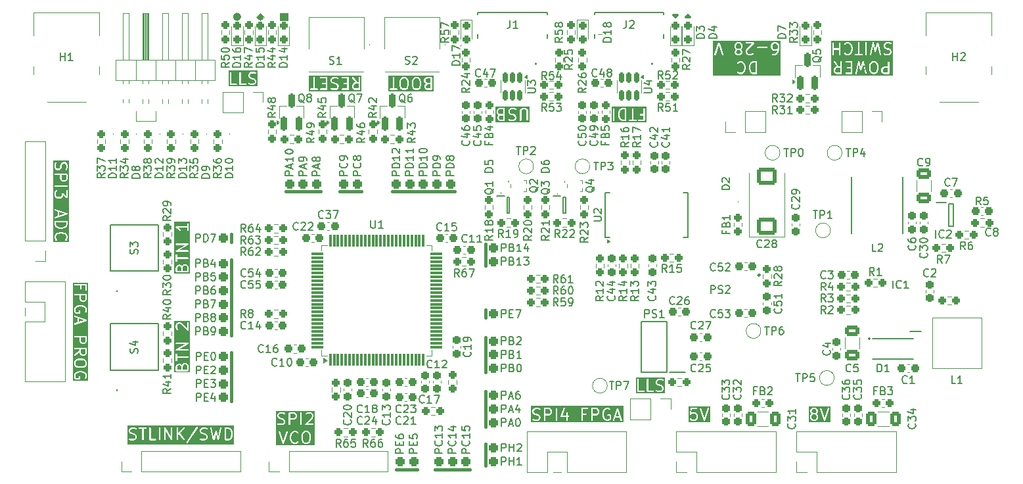
<source format=gto>
G04 #@! TF.GenerationSoftware,KiCad,Pcbnew,8.0.4*
G04 #@! TF.CreationDate,2024-08-23T16:04:33+02:00*
G04 #@! TF.ProjectId,MCU Powerboard,4d435520-506f-4776-9572-626f6172642e,rev?*
G04 #@! TF.SameCoordinates,Original*
G04 #@! TF.FileFunction,Legend,Top*
G04 #@! TF.FilePolarity,Positive*
%FSLAX46Y46*%
G04 Gerber Fmt 4.6, Leading zero omitted, Abs format (unit mm)*
G04 Created by KiCad (PCBNEW 8.0.4) date 2024-08-23 16:04:33*
%MOMM*%
%LPD*%
G01*
G04 APERTURE LIST*
G04 Aperture macros list*
%AMRoundRect*
0 Rectangle with rounded corners*
0 $1 Rounding radius*
0 $2 $3 $4 $5 $6 $7 $8 $9 X,Y pos of 4 corners*
0 Add a 4 corners polygon primitive as box body*
4,1,4,$2,$3,$4,$5,$6,$7,$8,$9,$2,$3,0*
0 Add four circle primitives for the rounded corners*
1,1,$1+$1,$2,$3*
1,1,$1+$1,$4,$5*
1,1,$1+$1,$6,$7*
1,1,$1+$1,$8,$9*
0 Add four rect primitives between the rounded corners*
20,1,$1+$1,$2,$3,$4,$5,0*
20,1,$1+$1,$4,$5,$6,$7,0*
20,1,$1+$1,$6,$7,$8,$9,0*
20,1,$1+$1,$8,$9,$2,$3,0*%
G04 Aperture macros list end*
%ADD10C,0.400000*%
%ADD11C,0.300000*%
%ADD12C,0.100000*%
%ADD13C,0.550000*%
%ADD14C,0.187500*%
%ADD15C,0.150000*%
%ADD16C,0.120000*%
%ADD17C,0.200000*%
%ADD18C,0.250000*%
%ADD19RoundRect,0.237500X0.300000X0.237500X-0.300000X0.237500X-0.300000X-0.237500X0.300000X-0.237500X0*%
%ADD20R,1.395000X1.600000*%
%ADD21R,1.400000X1.600000*%
%ADD22RoundRect,0.237500X-0.237500X0.250000X-0.237500X-0.250000X0.237500X-0.250000X0.237500X0.250000X0*%
%ADD23RoundRect,0.237500X0.237500X-0.287500X0.237500X0.287500X-0.237500X0.287500X-0.237500X-0.287500X0*%
%ADD24RoundRect,0.250000X-0.650000X0.412500X-0.650000X-0.412500X0.650000X-0.412500X0.650000X0.412500X0*%
%ADD25RoundRect,0.237500X-0.237500X0.300000X-0.237500X-0.300000X0.237500X-0.300000X0.237500X0.300000X0*%
%ADD26RoundRect,0.237500X0.237500X-0.250000X0.237500X0.250000X-0.237500X0.250000X-0.237500X-0.250000X0*%
%ADD27C,1.700000*%
%ADD28O,1.700000X1.700000*%
%ADD29R,1.700000X1.700000*%
%ADD30R,0.500000X0.310000*%
%ADD31R,0.650000X0.310000*%
%ADD32R,1.000000X1.300000*%
%ADD33RoundRect,0.237500X0.250000X0.237500X-0.250000X0.237500X-0.250000X-0.237500X0.250000X-0.237500X0*%
%ADD34RoundRect,0.237500X-0.250000X-0.237500X0.250000X-0.237500X0.250000X0.237500X-0.250000X0.237500X0*%
%ADD35RoundRect,0.312500X-0.312500X0.312500X-0.312500X-0.312500X0.312500X-0.312500X0.312500X0.312500X0*%
%ADD36C,1.500000*%
%ADD37RoundRect,0.312500X0.312500X0.312500X-0.312500X0.312500X-0.312500X-0.312500X0.312500X-0.312500X0*%
%ADD38RoundRect,0.150000X-0.150000X0.512500X-0.150000X-0.512500X0.150000X-0.512500X0.150000X0.512500X0*%
%ADD39RoundRect,0.312500X0.312500X-0.312500X0.312500X0.312500X-0.312500X0.312500X-0.312500X-0.312500X0*%
%ADD40R,1.400000X2.200000*%
%ADD41R,1.400000X0.900000*%
%ADD42R,1.000000X0.400000*%
%ADD43RoundRect,0.312500X-0.312500X-0.312500X0.312500X-0.312500X0.312500X0.312500X-0.312500X0.312500X0*%
%ADD44RoundRect,0.237500X-0.300000X-0.237500X0.300000X-0.237500X0.300000X0.237500X-0.300000X0.237500X0*%
%ADD45RoundRect,0.237500X-0.237500X0.287500X-0.237500X-0.287500X0.237500X-0.287500X0.237500X0.287500X0*%
%ADD46R,0.500000X0.550000*%
%ADD47R,1.250000X0.600000*%
%ADD48C,2.925000*%
%ADD49RoundRect,0.250000X0.412500X0.650000X-0.412500X0.650000X-0.412500X-0.650000X0.412500X-0.650000X0*%
%ADD50R,3.200000X2.850000*%
%ADD51RoundRect,0.250000X1.025000X-0.875000X1.025000X0.875000X-1.025000X0.875000X-1.025000X-0.875000X0*%
%ADD52R,1.475000X0.450000*%
%ADD53R,2.460000X2.310000*%
%ADD54RoundRect,0.200000X0.200000X-0.750000X0.200000X0.750000X-0.200000X0.750000X-0.200000X-0.750000X0*%
%ADD55RoundRect,0.237500X-0.287500X-0.237500X0.287500X-0.237500X0.287500X0.237500X-0.287500X0.237500X0*%
%ADD56C,0.790000*%
%ADD57O,1.400000X2.200000*%
%ADD58O,1.260000X2.760000*%
%ADD59R,2.000000X0.650000*%
%ADD60R,2.000000X3.200000*%
%ADD61RoundRect,0.237500X0.237500X-0.300000X0.237500X0.300000X-0.237500X0.300000X-0.237500X-0.300000X0*%
%ADD62C,1.540000*%
%ADD63C,1.950000*%
%ADD64RoundRect,0.075000X0.075000X-0.725000X0.075000X0.725000X-0.075000X0.725000X-0.075000X-0.725000X0*%
%ADD65RoundRect,0.075000X0.725000X-0.075000X0.725000X0.075000X-0.725000X0.075000X-0.725000X-0.075000X0*%
%ADD66R,1.430000X5.330000*%
%ADD67R,2.350000X1.550000*%
%ADD68R,0.450000X1.750000*%
%ADD69R,0.400000X0.800000*%
%ADD70R,2.500000X1.750000*%
%ADD71R,2.775000X2.775000*%
%ADD72C,2.775000*%
G04 APERTURE END LIST*
D10*
X112250000Y-97000000D02*
X112250000Y-106750000D01*
D11*
X171100000Y-65500000D02*
X171350000Y-65750000D01*
D10*
X145000000Y-114000000D02*
X145000000Y-118500000D01*
X112250000Y-109000000D02*
X112250000Y-115250000D01*
D12*
X159500000Y-68000000D02*
X160000000Y-68000000D01*
X116500000Y-65750000D02*
X116000000Y-66250000D01*
X115500000Y-65750000D01*
X116000000Y-65250000D01*
X116500000Y-65750000D01*
G36*
X116500000Y-65750000D02*
G01*
X116000000Y-66250000D01*
X115500000Y-65750000D01*
X116000000Y-65250000D01*
X116500000Y-65750000D01*
G37*
D10*
X133000000Y-88250000D02*
X141000000Y-88250000D01*
X126250000Y-88250000D02*
X129000000Y-88250000D01*
D12*
X118500000Y-65250000D02*
X119500000Y-65250000D01*
X119500000Y-66250000D01*
X118500000Y-66250000D01*
X118500000Y-65250000D01*
G36*
X118500000Y-65250000D02*
G01*
X119500000Y-65250000D01*
X119500000Y-66250000D01*
X118500000Y-66250000D01*
X118500000Y-65250000D01*
G37*
X141750000Y-69500000D02*
X142000000Y-69250000D01*
D10*
X119250000Y-88250000D02*
X123750000Y-88250000D01*
X138500000Y-124000000D02*
X143000000Y-124000000D01*
X112250000Y-93750000D02*
X112250000Y-94750000D01*
D11*
X169500000Y-65750000D02*
X169250000Y-65500000D01*
X169250000Y-65500000D02*
X169750000Y-65500000D01*
D13*
X113275000Y-65750000D02*
G75*
G02*
X112725000Y-65750000I-275000J0D01*
G01*
X112725000Y-65750000D02*
G75*
G02*
X113275000Y-65750000I275000J0D01*
G01*
D11*
X170850000Y-65750000D02*
X171100000Y-65500000D01*
X169750000Y-65500000D02*
X169500000Y-65750000D01*
D10*
X145000000Y-120750000D02*
X145000000Y-123500000D01*
X145000000Y-95000000D02*
X145000000Y-97750000D01*
X133500000Y-124000000D02*
X136250000Y-124000000D01*
X145000000Y-103500000D02*
X145000000Y-104500000D01*
X145000000Y-107000000D02*
X145000000Y-111500000D01*
D11*
X171350000Y-65750000D02*
X170850000Y-65750000D01*
D14*
G36*
X190727678Y-72929529D02*
G01*
X190272131Y-72929529D01*
X190162676Y-72874801D01*
X190112761Y-72824887D01*
X190058035Y-72715433D01*
X190058035Y-72545410D01*
X190112763Y-72435953D01*
X190162673Y-72386043D01*
X190272131Y-72331315D01*
X190727678Y-72331315D01*
X190727678Y-72929529D01*
G37*
G36*
X195265897Y-71671758D02*
G01*
X195379632Y-71785493D01*
X195441964Y-72034819D01*
X195441964Y-72511738D01*
X195379632Y-72761064D01*
X195265897Y-72874800D01*
X195156439Y-72929529D01*
X194914989Y-72929529D01*
X194805533Y-72874801D01*
X194691796Y-72761064D01*
X194629464Y-72511736D01*
X194629464Y-72034821D01*
X194691796Y-71785493D01*
X194805533Y-71671757D01*
X194914989Y-71617029D01*
X195156439Y-71617029D01*
X195265897Y-71671758D01*
G37*
G36*
X196870536Y-72929529D02*
G01*
X196414989Y-72929529D01*
X196305534Y-72874801D01*
X196255619Y-72824887D01*
X196200893Y-72715433D01*
X196200893Y-72545410D01*
X196255621Y-72435953D01*
X196305531Y-72386043D01*
X196414989Y-72331315D01*
X196870536Y-72331315D01*
X196870536Y-72929529D01*
G37*
G36*
X197510416Y-73283696D02*
G01*
X189561011Y-73283696D01*
X189561011Y-72523279D01*
X189870535Y-72523279D01*
X189870535Y-72737565D01*
X189872336Y-72755855D01*
X189873625Y-72758967D01*
X189873864Y-72762327D01*
X189880432Y-72779491D01*
X189951860Y-72922348D01*
X189956816Y-72930221D01*
X189957763Y-72932507D01*
X189959874Y-72935080D01*
X189961651Y-72937902D01*
X189963522Y-72939525D01*
X189969422Y-72946714D01*
X190040851Y-73018142D01*
X190048039Y-73024041D01*
X190049662Y-73025912D01*
X190052482Y-73027687D01*
X190055058Y-73029801D01*
X190057345Y-73030748D01*
X190065215Y-73035702D01*
X190208072Y-73107131D01*
X190225237Y-73113700D01*
X190228596Y-73113938D01*
X190231709Y-73115228D01*
X190249999Y-73117029D01*
X190821428Y-73117029D01*
X190839718Y-73115228D01*
X190873513Y-73101229D01*
X190899378Y-73075364D01*
X190913377Y-73041569D01*
X190915178Y-73023279D01*
X190915178Y-71523279D01*
X190913377Y-71504989D01*
X191372336Y-71504989D01*
X191372336Y-71541569D01*
X191386335Y-71575364D01*
X191412200Y-71601229D01*
X191445995Y-71615228D01*
X191464285Y-71617029D01*
X192084821Y-71617029D01*
X192084821Y-72215243D01*
X191678571Y-72215243D01*
X191660281Y-72217044D01*
X191626486Y-72231043D01*
X191600621Y-72256908D01*
X191586622Y-72290703D01*
X191586622Y-72327283D01*
X191600621Y-72361078D01*
X191626486Y-72386943D01*
X191660281Y-72400942D01*
X191678571Y-72402743D01*
X192084821Y-72402743D01*
X192084821Y-72929529D01*
X191464285Y-72929529D01*
X191445995Y-72931330D01*
X191412200Y-72945329D01*
X191386335Y-72971194D01*
X191372336Y-73004989D01*
X191372336Y-73041569D01*
X191386335Y-73075364D01*
X191412200Y-73101229D01*
X191445995Y-73115228D01*
X191464285Y-73117029D01*
X192178571Y-73117029D01*
X192196861Y-73115228D01*
X192230656Y-73101229D01*
X192256521Y-73075364D01*
X192270520Y-73041569D01*
X192272321Y-73023279D01*
X192272321Y-73019774D01*
X192656315Y-73019774D01*
X192662106Y-73055893D01*
X192681277Y-73087045D01*
X192710910Y-73108491D01*
X192746495Y-73116964D01*
X192782614Y-73111173D01*
X192813766Y-73092002D01*
X192835212Y-73062369D01*
X192841201Y-73044993D01*
X193112287Y-71906425D01*
X193302272Y-72618864D01*
X193303880Y-72623152D01*
X193304119Y-72624950D01*
X193305354Y-72627084D01*
X193308725Y-72636072D01*
X193316247Y-72645900D01*
X193322446Y-72656606D01*
X193327268Y-72660296D01*
X193330959Y-72665119D01*
X193341664Y-72671317D01*
X193351493Y-72678840D01*
X193357362Y-72680405D01*
X193362615Y-72683446D01*
X193374877Y-72685075D01*
X193386838Y-72688265D01*
X193392857Y-72687465D01*
X193398876Y-72688265D01*
X193410833Y-72685076D01*
X193423099Y-72683446D01*
X193428354Y-72680403D01*
X193434221Y-72678839D01*
X193444043Y-72671320D01*
X193454755Y-72665119D01*
X193458447Y-72660294D01*
X193463268Y-72656605D01*
X193469463Y-72645903D01*
X193476989Y-72636072D01*
X193480360Y-72627081D01*
X193481595Y-72624949D01*
X193481833Y-72623152D01*
X193483442Y-72618864D01*
X193673425Y-71906425D01*
X193944513Y-73044993D01*
X193950502Y-73062369D01*
X193971948Y-73092002D01*
X194003100Y-73111173D01*
X194039219Y-73116964D01*
X194074804Y-73108491D01*
X194104437Y-73087045D01*
X194123608Y-73055893D01*
X194129399Y-73019774D01*
X194126915Y-73001565D01*
X193893990Y-72023279D01*
X194441964Y-72023279D01*
X194441964Y-72523279D01*
X194442277Y-72526466D01*
X194442074Y-72527836D01*
X194443087Y-72534688D01*
X194443765Y-72541569D01*
X194444294Y-72542846D01*
X194444763Y-72546017D01*
X194516192Y-72831731D01*
X194522375Y-72849038D01*
X194526524Y-72854638D01*
X194529192Y-72861078D01*
X194540852Y-72875284D01*
X194683709Y-73018141D01*
X194690897Y-73024041D01*
X194692520Y-73025912D01*
X194695337Y-73027685D01*
X194697915Y-73029801D01*
X194700205Y-73030749D01*
X194708073Y-73035702D01*
X194850930Y-73107131D01*
X194868095Y-73113700D01*
X194871454Y-73113938D01*
X194874567Y-73115228D01*
X194892857Y-73117029D01*
X195178571Y-73117029D01*
X195196861Y-73115228D01*
X195199973Y-73113938D01*
X195203333Y-73113700D01*
X195220497Y-73107132D01*
X195363355Y-73035703D01*
X195371224Y-73030749D01*
X195373514Y-73029801D01*
X195376090Y-73027686D01*
X195378909Y-73025912D01*
X195380531Y-73024041D01*
X195387720Y-73018141D01*
X195530577Y-72875284D01*
X195542237Y-72861078D01*
X195544904Y-72854638D01*
X195549054Y-72849038D01*
X195555237Y-72831731D01*
X195626665Y-72546017D01*
X195627133Y-72542846D01*
X195627663Y-72541569D01*
X195628340Y-72534688D01*
X195629354Y-72527836D01*
X195629150Y-72526466D01*
X195629464Y-72523279D01*
X196013393Y-72523279D01*
X196013393Y-72737565D01*
X196015194Y-72755855D01*
X196016483Y-72758967D01*
X196016722Y-72762327D01*
X196023290Y-72779491D01*
X196094718Y-72922348D01*
X196099674Y-72930221D01*
X196100621Y-72932507D01*
X196102732Y-72935080D01*
X196104509Y-72937902D01*
X196106380Y-72939525D01*
X196112280Y-72946714D01*
X196183709Y-73018142D01*
X196190897Y-73024041D01*
X196192520Y-73025912D01*
X196195340Y-73027687D01*
X196197916Y-73029801D01*
X196200203Y-73030748D01*
X196208073Y-73035702D01*
X196350930Y-73107131D01*
X196368095Y-73113700D01*
X196371454Y-73113938D01*
X196374567Y-73115228D01*
X196392857Y-73117029D01*
X196964286Y-73117029D01*
X196982576Y-73115228D01*
X197016371Y-73101229D01*
X197042236Y-73075364D01*
X197056235Y-73041569D01*
X197058036Y-73023279D01*
X197058036Y-71523279D01*
X197056235Y-71504989D01*
X197042236Y-71471194D01*
X197016371Y-71445329D01*
X196982576Y-71431330D01*
X196945996Y-71431330D01*
X196912201Y-71445329D01*
X196886336Y-71471194D01*
X196872337Y-71504989D01*
X196870536Y-71523279D01*
X196870536Y-72143815D01*
X196392857Y-72143815D01*
X196374567Y-72145616D01*
X196371454Y-72146905D01*
X196368096Y-72147144D01*
X196350931Y-72153712D01*
X196208074Y-72225140D01*
X196200204Y-72230093D01*
X196197915Y-72231042D01*
X196195338Y-72233156D01*
X196192520Y-72234931D01*
X196190897Y-72236801D01*
X196183709Y-72242702D01*
X196112280Y-72314131D01*
X196106380Y-72321319D01*
X196104509Y-72322942D01*
X196102734Y-72325760D01*
X196100620Y-72328337D01*
X196099671Y-72330626D01*
X196094718Y-72338496D01*
X196023290Y-72481353D01*
X196016722Y-72498517D01*
X196016483Y-72501876D01*
X196015194Y-72504989D01*
X196013393Y-72523279D01*
X195629464Y-72523279D01*
X195629464Y-72023279D01*
X195629150Y-72020091D01*
X195629354Y-72018722D01*
X195628340Y-72011869D01*
X195627663Y-72004989D01*
X195627133Y-72003711D01*
X195626665Y-72000541D01*
X195555237Y-71714827D01*
X195549054Y-71697520D01*
X195544904Y-71691919D01*
X195542237Y-71685480D01*
X195530577Y-71671274D01*
X195387720Y-71528417D01*
X195380531Y-71522516D01*
X195378909Y-71520646D01*
X195376090Y-71518871D01*
X195373514Y-71516757D01*
X195371224Y-71515808D01*
X195363355Y-71510855D01*
X195220497Y-71439426D01*
X195203333Y-71432858D01*
X195199973Y-71432619D01*
X195196861Y-71431330D01*
X195178571Y-71429529D01*
X194892857Y-71429529D01*
X194874567Y-71431330D01*
X194871454Y-71432619D01*
X194868095Y-71432858D01*
X194850930Y-71439427D01*
X194708073Y-71510856D01*
X194700205Y-71515808D01*
X194697915Y-71516757D01*
X194695337Y-71518872D01*
X194692520Y-71520646D01*
X194690897Y-71522516D01*
X194683709Y-71528417D01*
X194540852Y-71671274D01*
X194529192Y-71685480D01*
X194526524Y-71691919D01*
X194522375Y-71697520D01*
X194516192Y-71714827D01*
X194444763Y-72000541D01*
X194444294Y-72003711D01*
X194443765Y-72004989D01*
X194443087Y-72011869D01*
X194442074Y-72018722D01*
X194442277Y-72020091D01*
X194441964Y-72023279D01*
X193893990Y-72023279D01*
X193769772Y-71501565D01*
X193767607Y-71495286D01*
X193767309Y-71493037D01*
X193766131Y-71491003D01*
X193763783Y-71484189D01*
X193755802Y-71473161D01*
X193748982Y-71461381D01*
X193745158Y-71458453D01*
X193742337Y-71454556D01*
X193730750Y-71447425D01*
X193719935Y-71439147D01*
X193715281Y-71437906D01*
X193711185Y-71435385D01*
X193697747Y-71433230D01*
X193684590Y-71429722D01*
X193679819Y-71430356D01*
X193675066Y-71429594D01*
X193661818Y-71432748D01*
X193648329Y-71434541D01*
X193644165Y-71436951D01*
X193639481Y-71438067D01*
X193628453Y-71446047D01*
X193616673Y-71452868D01*
X193613745Y-71456691D01*
X193609848Y-71459513D01*
X193602717Y-71471099D01*
X193594439Y-71481915D01*
X193591907Y-71488665D01*
X193590677Y-71490665D01*
X193590317Y-71492904D01*
X193587986Y-71499123D01*
X193392856Y-72230859D01*
X193197727Y-71499123D01*
X193195395Y-71492904D01*
X193195036Y-71490665D01*
X193193805Y-71488665D01*
X193191274Y-71481915D01*
X193182997Y-71471102D01*
X193175865Y-71459512D01*
X193171965Y-71456690D01*
X193169040Y-71452868D01*
X193157263Y-71446050D01*
X193146232Y-71438067D01*
X193141546Y-71436951D01*
X193137383Y-71434541D01*
X193123895Y-71432748D01*
X193110647Y-71429594D01*
X193105893Y-71430356D01*
X193101123Y-71429722D01*
X193087965Y-71433230D01*
X193074528Y-71435385D01*
X193070430Y-71437906D01*
X193065778Y-71439147D01*
X193054967Y-71447422D01*
X193043376Y-71454555D01*
X193040553Y-71458455D01*
X193036731Y-71461381D01*
X193029912Y-71473158D01*
X193021930Y-71484189D01*
X193019580Y-71491006D01*
X193018404Y-71493038D01*
X193018105Y-71495284D01*
X193015941Y-71501564D01*
X192658799Y-73001565D01*
X192656315Y-73019774D01*
X192272321Y-73019774D01*
X192272321Y-71523279D01*
X192270520Y-71504989D01*
X192256521Y-71471194D01*
X192230656Y-71445329D01*
X192196861Y-71431330D01*
X192178571Y-71429529D01*
X191464285Y-71429529D01*
X191445995Y-71431330D01*
X191412200Y-71445329D01*
X191386335Y-71471194D01*
X191372336Y-71504989D01*
X190913377Y-71504989D01*
X190899378Y-71471194D01*
X190873513Y-71445329D01*
X190839718Y-71431330D01*
X190803138Y-71431330D01*
X190769343Y-71445329D01*
X190743478Y-71471194D01*
X190729479Y-71504989D01*
X190727678Y-71523279D01*
X190727678Y-72143815D01*
X190513096Y-72143815D01*
X190041088Y-71469517D01*
X190029124Y-71455566D01*
X189998275Y-71435908D01*
X189962253Y-71429551D01*
X189926539Y-71437463D01*
X189896572Y-71458440D01*
X189876914Y-71489289D01*
X189870557Y-71525311D01*
X189878469Y-71561025D01*
X189887482Y-71577041D01*
X190284224Y-72143815D01*
X190249999Y-72143815D01*
X190231709Y-72145616D01*
X190228596Y-72146905D01*
X190225238Y-72147144D01*
X190208073Y-72153712D01*
X190065216Y-72225140D01*
X190057346Y-72230093D01*
X190055057Y-72231042D01*
X190052480Y-72233156D01*
X190049662Y-72234931D01*
X190048039Y-72236801D01*
X190040851Y-72242702D01*
X189969422Y-72314131D01*
X189963522Y-72321319D01*
X189961651Y-72322942D01*
X189959876Y-72325760D01*
X189957762Y-72328337D01*
X189956813Y-72330626D01*
X189951860Y-72338496D01*
X189880432Y-72481353D01*
X189873864Y-72498517D01*
X189873625Y-72501876D01*
X189872336Y-72504989D01*
X189870535Y-72523279D01*
X189561011Y-72523279D01*
X189561011Y-69108363D01*
X189727678Y-69108363D01*
X189727678Y-70608363D01*
X189729479Y-70626653D01*
X189743478Y-70660448D01*
X189769343Y-70686313D01*
X189803138Y-70700312D01*
X189839718Y-70700312D01*
X189873513Y-70686313D01*
X189899378Y-70660448D01*
X189913377Y-70626653D01*
X189915178Y-70608363D01*
X189915178Y-69987827D01*
X190584821Y-69987827D01*
X190584821Y-70608363D01*
X190586622Y-70626653D01*
X190600621Y-70660448D01*
X190626486Y-70686313D01*
X190660281Y-70700312D01*
X190696861Y-70700312D01*
X190730656Y-70686313D01*
X190756521Y-70660448D01*
X190770520Y-70626653D01*
X190772321Y-70608363D01*
X190772321Y-69232931D01*
X191229479Y-69232931D01*
X191229479Y-69269509D01*
X191243477Y-69303305D01*
X191269343Y-69329171D01*
X191303139Y-69343169D01*
X191339717Y-69343169D01*
X191373513Y-69329171D01*
X191387719Y-69317511D01*
X191443498Y-69261732D01*
X191622355Y-69202113D01*
X191734786Y-69202113D01*
X191913643Y-69261732D01*
X192030093Y-69378182D01*
X192090115Y-69498227D01*
X192156249Y-69762760D01*
X192156249Y-69953965D01*
X192090115Y-70218498D01*
X192030093Y-70338544D01*
X191913643Y-70454993D01*
X191734786Y-70514613D01*
X191622355Y-70514613D01*
X191443498Y-70454993D01*
X191387719Y-70399215D01*
X191373513Y-70387555D01*
X191339717Y-70373557D01*
X191303139Y-70373557D01*
X191269343Y-70387555D01*
X191243477Y-70413421D01*
X191229479Y-70447217D01*
X191229479Y-70483795D01*
X191243477Y-70517591D01*
X191255137Y-70531797D01*
X191326564Y-70603225D01*
X191340771Y-70614884D01*
X191343881Y-70616172D01*
X191346428Y-70618381D01*
X191363210Y-70625873D01*
X191577495Y-70697302D01*
X191586563Y-70699364D01*
X191588852Y-70700312D01*
X191592168Y-70700638D01*
X191595416Y-70701377D01*
X191597885Y-70701201D01*
X191607142Y-70702113D01*
X191749999Y-70702113D01*
X191759255Y-70701201D01*
X191761725Y-70701377D01*
X191764972Y-70700638D01*
X191768289Y-70700312D01*
X191770577Y-70699363D01*
X191779645Y-70697302D01*
X191993931Y-70625873D01*
X192010713Y-70618381D01*
X192013257Y-70616174D01*
X192016370Y-70614885D01*
X192030576Y-70603225D01*
X192043728Y-70590073D01*
X192586622Y-70590073D01*
X192586622Y-70626653D01*
X192600621Y-70660448D01*
X192626486Y-70686313D01*
X192660281Y-70700312D01*
X192678571Y-70702113D01*
X193535713Y-70702113D01*
X193554003Y-70700312D01*
X193587798Y-70686313D01*
X193613663Y-70660448D01*
X193627662Y-70626653D01*
X193627662Y-70590073D01*
X193613663Y-70556278D01*
X193587798Y-70530413D01*
X193554003Y-70516414D01*
X193535713Y-70514613D01*
X193200892Y-70514613D01*
X193200892Y-69108363D01*
X193941964Y-69108363D01*
X193941964Y-70608363D01*
X193943765Y-70626653D01*
X193957764Y-70660448D01*
X193983629Y-70686313D01*
X194017424Y-70700312D01*
X194054004Y-70700312D01*
X194087799Y-70686313D01*
X194113664Y-70660448D01*
X194127663Y-70626653D01*
X194129464Y-70608363D01*
X194129464Y-70604858D01*
X194513458Y-70604858D01*
X194519249Y-70640977D01*
X194538420Y-70672129D01*
X194568053Y-70693575D01*
X194603638Y-70702048D01*
X194639757Y-70696257D01*
X194670909Y-70677086D01*
X194692355Y-70647453D01*
X194698344Y-70630077D01*
X194969430Y-69491509D01*
X195159415Y-70203948D01*
X195161023Y-70208236D01*
X195161262Y-70210034D01*
X195162497Y-70212168D01*
X195165868Y-70221156D01*
X195173390Y-70230984D01*
X195179589Y-70241690D01*
X195184411Y-70245380D01*
X195188102Y-70250203D01*
X195198807Y-70256401D01*
X195208636Y-70263924D01*
X195214505Y-70265489D01*
X195219758Y-70268530D01*
X195232020Y-70270159D01*
X195243981Y-70273349D01*
X195250000Y-70272549D01*
X195256019Y-70273349D01*
X195267976Y-70270160D01*
X195280242Y-70268530D01*
X195285497Y-70265487D01*
X195291364Y-70263923D01*
X195301186Y-70256404D01*
X195311898Y-70250203D01*
X195315590Y-70245378D01*
X195320411Y-70241689D01*
X195326606Y-70230987D01*
X195334132Y-70221156D01*
X195337503Y-70212165D01*
X195338738Y-70210033D01*
X195338976Y-70208236D01*
X195340585Y-70203948D01*
X195530568Y-69491509D01*
X195801656Y-70630077D01*
X195807645Y-70647453D01*
X195829091Y-70677086D01*
X195860243Y-70696257D01*
X195896362Y-70702048D01*
X195931947Y-70693575D01*
X195961580Y-70672129D01*
X195980751Y-70640977D01*
X195986542Y-70604858D01*
X195984058Y-70586649D01*
X195700112Y-69394077D01*
X196299106Y-69394077D01*
X196299106Y-69536934D01*
X196300907Y-69555224D01*
X196302196Y-69558336D01*
X196302435Y-69561696D01*
X196309003Y-69578860D01*
X196380432Y-69721718D01*
X196385388Y-69729591D01*
X196386335Y-69731877D01*
X196388446Y-69734450D01*
X196390223Y-69737272D01*
X196392094Y-69738894D01*
X196397994Y-69746084D01*
X196469423Y-69817512D01*
X196476611Y-69823411D01*
X196478234Y-69825282D01*
X196481054Y-69827057D01*
X196483630Y-69829171D01*
X196485917Y-69830118D01*
X196493787Y-69835072D01*
X196636644Y-69906501D01*
X196637979Y-69907012D01*
X196638526Y-69907417D01*
X196646220Y-69910165D01*
X196653809Y-69913070D01*
X196654483Y-69913117D01*
X196655833Y-69913600D01*
X196931564Y-69982532D01*
X197051607Y-70042554D01*
X197101521Y-70092468D01*
X197156249Y-70201923D01*
X197156249Y-70300517D01*
X197101522Y-70409971D01*
X197051607Y-70459885D01*
X196942154Y-70514613D01*
X196622355Y-70514613D01*
X196422502Y-70447995D01*
X196404582Y-70443920D01*
X196368094Y-70446513D01*
X196335377Y-70462872D01*
X196311409Y-70490506D01*
X196299842Y-70525208D01*
X196302435Y-70561696D01*
X196318794Y-70594413D01*
X196346428Y-70618381D01*
X196363210Y-70625873D01*
X196577495Y-70697302D01*
X196586563Y-70699364D01*
X196588852Y-70700312D01*
X196592168Y-70700638D01*
X196595416Y-70701377D01*
X196597885Y-70701201D01*
X196607142Y-70702113D01*
X196964285Y-70702113D01*
X196982575Y-70700312D01*
X196985687Y-70699022D01*
X196989047Y-70698784D01*
X197006212Y-70692215D01*
X197149068Y-70620787D01*
X197156939Y-70615832D01*
X197159226Y-70614885D01*
X197161801Y-70612771D01*
X197164622Y-70610996D01*
X197166244Y-70609125D01*
X197173433Y-70603226D01*
X197244862Y-70531798D01*
X197250761Y-70524608D01*
X197252633Y-70522986D01*
X197254409Y-70520164D01*
X197256521Y-70517591D01*
X197257467Y-70515305D01*
X197262424Y-70507432D01*
X197333852Y-70364575D01*
X197340420Y-70347410D01*
X197340658Y-70344051D01*
X197341948Y-70340939D01*
X197343749Y-70322649D01*
X197343749Y-70179792D01*
X197341948Y-70161502D01*
X197340659Y-70158392D01*
X197340421Y-70155031D01*
X197333852Y-70137867D01*
X197262424Y-69995008D01*
X197257467Y-69987134D01*
X197256521Y-69984849D01*
X197254409Y-69982275D01*
X197252633Y-69979454D01*
X197250761Y-69977831D01*
X197244862Y-69970642D01*
X197173433Y-69899214D01*
X197166244Y-69893314D01*
X197164622Y-69891444D01*
X197161801Y-69889668D01*
X197159226Y-69887555D01*
X197156939Y-69886607D01*
X197149068Y-69881653D01*
X197006212Y-69810225D01*
X197004876Y-69809713D01*
X197004330Y-69809309D01*
X196996642Y-69806562D01*
X196989047Y-69803656D01*
X196988371Y-69803607D01*
X196987022Y-69803126D01*
X196711292Y-69734193D01*
X196591248Y-69674171D01*
X196541333Y-69624257D01*
X196486606Y-69514802D01*
X196486606Y-69416208D01*
X196541332Y-69306755D01*
X196591248Y-69256840D01*
X196700703Y-69202113D01*
X197020500Y-69202113D01*
X197220352Y-69268731D01*
X197238273Y-69272806D01*
X197274761Y-69270213D01*
X197307478Y-69253854D01*
X197331445Y-69226220D01*
X197343013Y-69191518D01*
X197340419Y-69155030D01*
X197324061Y-69122313D01*
X197296427Y-69098345D01*
X197279645Y-69090853D01*
X197065361Y-69019424D01*
X197056292Y-69017361D01*
X197054004Y-69016414D01*
X197050687Y-69016087D01*
X197047440Y-69015349D01*
X197044970Y-69015524D01*
X197035714Y-69014613D01*
X196678571Y-69014613D01*
X196660281Y-69016414D01*
X196657168Y-69017703D01*
X196653809Y-69017942D01*
X196636644Y-69024511D01*
X196493787Y-69095940D01*
X196485917Y-69100893D01*
X196483630Y-69101841D01*
X196481054Y-69103954D01*
X196478234Y-69105730D01*
X196476611Y-69107600D01*
X196469423Y-69113500D01*
X196397994Y-69184928D01*
X196392094Y-69192117D01*
X196390223Y-69193740D01*
X196388446Y-69196561D01*
X196386335Y-69199135D01*
X196385388Y-69201420D01*
X196380432Y-69209294D01*
X196309004Y-69352150D01*
X196302435Y-69369315D01*
X196302196Y-69372674D01*
X196300907Y-69375787D01*
X196299106Y-69394077D01*
X195700112Y-69394077D01*
X195626915Y-69086649D01*
X195624750Y-69080370D01*
X195624452Y-69078121D01*
X195623274Y-69076087D01*
X195620926Y-69069273D01*
X195612945Y-69058245D01*
X195606125Y-69046465D01*
X195602301Y-69043537D01*
X195599480Y-69039640D01*
X195587893Y-69032509D01*
X195577078Y-69024231D01*
X195572424Y-69022990D01*
X195568328Y-69020469D01*
X195554890Y-69018314D01*
X195541733Y-69014806D01*
X195536962Y-69015440D01*
X195532209Y-69014678D01*
X195518961Y-69017832D01*
X195505472Y-69019625D01*
X195501308Y-69022035D01*
X195496624Y-69023151D01*
X195485596Y-69031131D01*
X195473816Y-69037952D01*
X195470888Y-69041775D01*
X195466991Y-69044597D01*
X195459860Y-69056183D01*
X195451582Y-69066999D01*
X195449050Y-69073749D01*
X195447820Y-69075749D01*
X195447460Y-69077988D01*
X195445129Y-69084207D01*
X195249999Y-69815943D01*
X195054870Y-69084207D01*
X195052538Y-69077988D01*
X195052179Y-69075749D01*
X195050948Y-69073749D01*
X195048417Y-69066999D01*
X195040140Y-69056186D01*
X195033008Y-69044596D01*
X195029108Y-69041774D01*
X195026183Y-69037952D01*
X195014406Y-69031134D01*
X195003375Y-69023151D01*
X194998689Y-69022035D01*
X194994526Y-69019625D01*
X194981038Y-69017832D01*
X194967790Y-69014678D01*
X194963036Y-69015440D01*
X194958266Y-69014806D01*
X194945108Y-69018314D01*
X194931671Y-69020469D01*
X194927573Y-69022990D01*
X194922921Y-69024231D01*
X194912110Y-69032506D01*
X194900519Y-69039639D01*
X194897696Y-69043539D01*
X194893874Y-69046465D01*
X194887055Y-69058242D01*
X194879073Y-69069273D01*
X194876723Y-69076090D01*
X194875547Y-69078122D01*
X194875248Y-69080368D01*
X194873084Y-69086648D01*
X194515942Y-70586649D01*
X194513458Y-70604858D01*
X194129464Y-70604858D01*
X194129464Y-69108363D01*
X194127663Y-69090073D01*
X194113664Y-69056278D01*
X194087799Y-69030413D01*
X194054004Y-69016414D01*
X194017424Y-69016414D01*
X193983629Y-69030413D01*
X193957764Y-69056278D01*
X193943765Y-69090073D01*
X193941964Y-69108363D01*
X193200892Y-69108363D01*
X193199091Y-69090073D01*
X193185092Y-69056278D01*
X193159227Y-69030413D01*
X193125432Y-69016414D01*
X193088852Y-69016414D01*
X193055057Y-69030413D01*
X193029192Y-69056278D01*
X193015193Y-69090073D01*
X193013392Y-69108363D01*
X193013392Y-70514613D01*
X192678571Y-70514613D01*
X192660281Y-70516414D01*
X192626486Y-70530413D01*
X192600621Y-70556278D01*
X192586622Y-70590073D01*
X192043728Y-70590073D01*
X192173433Y-70460368D01*
X192179333Y-70453179D01*
X192181204Y-70451557D01*
X192182977Y-70448739D01*
X192185093Y-70446162D01*
X192186041Y-70443871D01*
X192190994Y-70436004D01*
X192262423Y-70293147D01*
X192262934Y-70291811D01*
X192263339Y-70291265D01*
X192266087Y-70283570D01*
X192268992Y-70275982D01*
X192269039Y-70275307D01*
X192269522Y-70273958D01*
X192340950Y-69988244D01*
X192341418Y-69985073D01*
X192341948Y-69983796D01*
X192342625Y-69976915D01*
X192343639Y-69970063D01*
X192343435Y-69968693D01*
X192343749Y-69965506D01*
X192343749Y-69751220D01*
X192343435Y-69748032D01*
X192343639Y-69746663D01*
X192342625Y-69739810D01*
X192341948Y-69732930D01*
X192341418Y-69731652D01*
X192340950Y-69728482D01*
X192269522Y-69442768D01*
X192269039Y-69441418D01*
X192268992Y-69440744D01*
X192266087Y-69433155D01*
X192263339Y-69425461D01*
X192262934Y-69424914D01*
X192262423Y-69423579D01*
X192190994Y-69280722D01*
X192186041Y-69272854D01*
X192185093Y-69270564D01*
X192182977Y-69267986D01*
X192181204Y-69265169D01*
X192179333Y-69263546D01*
X192173433Y-69256358D01*
X192030576Y-69113501D01*
X192016370Y-69101841D01*
X192013257Y-69100551D01*
X192010713Y-69098345D01*
X191993931Y-69090853D01*
X191779645Y-69019424D01*
X191770577Y-69017362D01*
X191768289Y-69016414D01*
X191764972Y-69016087D01*
X191761725Y-69015349D01*
X191759255Y-69015524D01*
X191749999Y-69014613D01*
X191607142Y-69014613D01*
X191597885Y-69015524D01*
X191595416Y-69015349D01*
X191592168Y-69016087D01*
X191588852Y-69016414D01*
X191586563Y-69017361D01*
X191577495Y-69019424D01*
X191363210Y-69090853D01*
X191346428Y-69098345D01*
X191343881Y-69100553D01*
X191340771Y-69101842D01*
X191326564Y-69113501D01*
X191255137Y-69184929D01*
X191243477Y-69199135D01*
X191229479Y-69232931D01*
X190772321Y-69232931D01*
X190772321Y-69108363D01*
X190770520Y-69090073D01*
X190756521Y-69056278D01*
X190730656Y-69030413D01*
X190696861Y-69016414D01*
X190660281Y-69016414D01*
X190626486Y-69030413D01*
X190600621Y-69056278D01*
X190586622Y-69090073D01*
X190584821Y-69108363D01*
X190584821Y-69800327D01*
X189915178Y-69800327D01*
X189915178Y-69108363D01*
X189913377Y-69090073D01*
X189899378Y-69056278D01*
X189873513Y-69030413D01*
X189839718Y-69016414D01*
X189803138Y-69016414D01*
X189769343Y-69030413D01*
X189743478Y-69056278D01*
X189729479Y-69090073D01*
X189727678Y-69108363D01*
X189561011Y-69108363D01*
X189561011Y-68847946D01*
X197510416Y-68847946D01*
X197510416Y-73283696D01*
G37*
G36*
X134765896Y-73714300D02*
G01*
X134879631Y-73828035D01*
X134941963Y-74077361D01*
X134941963Y-74554280D01*
X134879631Y-74803606D01*
X134765896Y-74917342D01*
X134656438Y-74972071D01*
X134414988Y-74972071D01*
X134305532Y-74917343D01*
X134191795Y-74803606D01*
X134129463Y-74554278D01*
X134129463Y-74077363D01*
X134191795Y-73828035D01*
X134305532Y-73714299D01*
X134414988Y-73659571D01*
X134656438Y-73659571D01*
X134765896Y-73714300D01*
G37*
G36*
X136337325Y-73714300D02*
G01*
X136451060Y-73828035D01*
X136513392Y-74077361D01*
X136513392Y-74554280D01*
X136451060Y-74803606D01*
X136337325Y-74917342D01*
X136227867Y-74972071D01*
X135986417Y-74972071D01*
X135876961Y-74917343D01*
X135763224Y-74803606D01*
X135700892Y-74554278D01*
X135700892Y-74077363D01*
X135763224Y-73828035D01*
X135876961Y-73714299D01*
X135986417Y-73659571D01*
X136227867Y-73659571D01*
X136337325Y-73714300D01*
G37*
G36*
X137941964Y-74972071D02*
G01*
X137557846Y-74972071D01*
X137448391Y-74917343D01*
X137398475Y-74867428D01*
X137343749Y-74757975D01*
X137343749Y-74659382D01*
X137398476Y-74549926D01*
X137448391Y-74500012D01*
X137557846Y-74445285D01*
X137941964Y-74445285D01*
X137941964Y-74972071D01*
G37*
G36*
X137941964Y-74257785D02*
G01*
X137550927Y-74257785D01*
X137372069Y-74198166D01*
X137327049Y-74153146D01*
X137272321Y-74043689D01*
X137272321Y-73873666D01*
X137327047Y-73764212D01*
X137376962Y-73714298D01*
X137486417Y-73659571D01*
X137941964Y-73659571D01*
X137941964Y-74257785D01*
G37*
G36*
X138296131Y-75326238D02*
G01*
X132491383Y-75326238D01*
X132491383Y-75047531D01*
X132658050Y-75047531D01*
X132658050Y-75084111D01*
X132672049Y-75117906D01*
X132697914Y-75143771D01*
X132731709Y-75157770D01*
X132749999Y-75159571D01*
X133607141Y-75159571D01*
X133625431Y-75157770D01*
X133659226Y-75143771D01*
X133685091Y-75117906D01*
X133699090Y-75084111D01*
X133699090Y-75047531D01*
X133685091Y-75013736D01*
X133659226Y-74987871D01*
X133625431Y-74973872D01*
X133607141Y-74972071D01*
X133272320Y-74972071D01*
X133272320Y-74065821D01*
X133941963Y-74065821D01*
X133941963Y-74565821D01*
X133942276Y-74569008D01*
X133942073Y-74570378D01*
X133943086Y-74577230D01*
X133943764Y-74584111D01*
X133944293Y-74585388D01*
X133944762Y-74588559D01*
X134016191Y-74874273D01*
X134022374Y-74891580D01*
X134026523Y-74897180D01*
X134029191Y-74903620D01*
X134040851Y-74917826D01*
X134183708Y-75060683D01*
X134190896Y-75066583D01*
X134192519Y-75068454D01*
X134195336Y-75070227D01*
X134197914Y-75072343D01*
X134200204Y-75073291D01*
X134208072Y-75078244D01*
X134350929Y-75149673D01*
X134368094Y-75156242D01*
X134371453Y-75156480D01*
X134374566Y-75157770D01*
X134392856Y-75159571D01*
X134678570Y-75159571D01*
X134696860Y-75157770D01*
X134699972Y-75156480D01*
X134703332Y-75156242D01*
X134720496Y-75149674D01*
X134863354Y-75078245D01*
X134871223Y-75073291D01*
X134873513Y-75072343D01*
X134876089Y-75070228D01*
X134878908Y-75068454D01*
X134880530Y-75066583D01*
X134887719Y-75060683D01*
X135030576Y-74917826D01*
X135042236Y-74903620D01*
X135044903Y-74897180D01*
X135049053Y-74891580D01*
X135055236Y-74874273D01*
X135126664Y-74588559D01*
X135127132Y-74585388D01*
X135127662Y-74584111D01*
X135128339Y-74577230D01*
X135129353Y-74570378D01*
X135129149Y-74569008D01*
X135129463Y-74565821D01*
X135129463Y-74065821D01*
X135513392Y-74065821D01*
X135513392Y-74565821D01*
X135513705Y-74569008D01*
X135513502Y-74570378D01*
X135514515Y-74577230D01*
X135515193Y-74584111D01*
X135515722Y-74585388D01*
X135516191Y-74588559D01*
X135587620Y-74874273D01*
X135593803Y-74891580D01*
X135597952Y-74897180D01*
X135600620Y-74903620D01*
X135612280Y-74917826D01*
X135755137Y-75060683D01*
X135762325Y-75066583D01*
X135763948Y-75068454D01*
X135766765Y-75070227D01*
X135769343Y-75072343D01*
X135771633Y-75073291D01*
X135779501Y-75078244D01*
X135922358Y-75149673D01*
X135939523Y-75156242D01*
X135942882Y-75156480D01*
X135945995Y-75157770D01*
X135964285Y-75159571D01*
X136249999Y-75159571D01*
X136268289Y-75157770D01*
X136271401Y-75156480D01*
X136274761Y-75156242D01*
X136291925Y-75149674D01*
X136434783Y-75078245D01*
X136442652Y-75073291D01*
X136444942Y-75072343D01*
X136447518Y-75070228D01*
X136450337Y-75068454D01*
X136451959Y-75066583D01*
X136459148Y-75060683D01*
X136602005Y-74917826D01*
X136613665Y-74903620D01*
X136616332Y-74897180D01*
X136620482Y-74891580D01*
X136626665Y-74874273D01*
X136698093Y-74588559D01*
X136698561Y-74585388D01*
X136699091Y-74584111D01*
X136699768Y-74577230D01*
X136700782Y-74570378D01*
X136700578Y-74569008D01*
X136700892Y-74565821D01*
X136700892Y-74065821D01*
X136700578Y-74062633D01*
X136700782Y-74061264D01*
X136699768Y-74054411D01*
X136699091Y-74047531D01*
X136698561Y-74046253D01*
X136698093Y-74043083D01*
X136650206Y-73851535D01*
X137084821Y-73851535D01*
X137084821Y-74065821D01*
X137086622Y-74084111D01*
X137087911Y-74087223D01*
X137088150Y-74090583D01*
X137094718Y-74107747D01*
X137166146Y-74250604D01*
X137171099Y-74258473D01*
X137172048Y-74260763D01*
X137174162Y-74263339D01*
X137175937Y-74266158D01*
X137177808Y-74267780D01*
X137183708Y-74274969D01*
X137255137Y-74346398D01*
X137269343Y-74358058D01*
X137272455Y-74359347D01*
X137275000Y-74361554D01*
X137291782Y-74369046D01*
X137308589Y-74374648D01*
X137255137Y-74428100D01*
X137249237Y-74435289D01*
X137247366Y-74436912D01*
X137245589Y-74439733D01*
X137243478Y-74442307D01*
X137242531Y-74444592D01*
X137237575Y-74452466D01*
X137166146Y-74595324D01*
X137159578Y-74612488D01*
X137159339Y-74615847D01*
X137158050Y-74618960D01*
X137156249Y-74637250D01*
X137156249Y-74780107D01*
X137158050Y-74798397D01*
X137159339Y-74801509D01*
X137159578Y-74804869D01*
X137166147Y-74822034D01*
X137237575Y-74964890D01*
X137242531Y-74972763D01*
X137243478Y-74975049D01*
X137245589Y-74977622D01*
X137247366Y-74980444D01*
X137249237Y-74982066D01*
X137255137Y-74989256D01*
X137326566Y-75060684D01*
X137333754Y-75066583D01*
X137335377Y-75068454D01*
X137338197Y-75070229D01*
X137340773Y-75072343D01*
X137343060Y-75073290D01*
X137350930Y-75078244D01*
X137493787Y-75149673D01*
X137510952Y-75156242D01*
X137514311Y-75156480D01*
X137517424Y-75157770D01*
X137535714Y-75159571D01*
X138035714Y-75159571D01*
X138054004Y-75157770D01*
X138087799Y-75143771D01*
X138113664Y-75117906D01*
X138127663Y-75084111D01*
X138129464Y-75065821D01*
X138129464Y-73565821D01*
X138127663Y-73547531D01*
X138113664Y-73513736D01*
X138087799Y-73487871D01*
X138054004Y-73473872D01*
X138035714Y-73472071D01*
X137464285Y-73472071D01*
X137445995Y-73473872D01*
X137442882Y-73475161D01*
X137439523Y-73475400D01*
X137422358Y-73481969D01*
X137279501Y-73553398D01*
X137271631Y-73558351D01*
X137269344Y-73559299D01*
X137266768Y-73561412D01*
X137263948Y-73563188D01*
X137262325Y-73565058D01*
X137255137Y-73570958D01*
X137183708Y-73642386D01*
X137177808Y-73649574D01*
X137175937Y-73651198D01*
X137174160Y-73654019D01*
X137172049Y-73656593D01*
X137171102Y-73658878D01*
X137166146Y-73666752D01*
X137094718Y-73809609D01*
X137088150Y-73826773D01*
X137087911Y-73830132D01*
X137086622Y-73833245D01*
X137084821Y-73851535D01*
X136650206Y-73851535D01*
X136626665Y-73757369D01*
X136620482Y-73740062D01*
X136616332Y-73734461D01*
X136613665Y-73728022D01*
X136602005Y-73713816D01*
X136459148Y-73570959D01*
X136451959Y-73565058D01*
X136450337Y-73563188D01*
X136447518Y-73561413D01*
X136444942Y-73559299D01*
X136442652Y-73558350D01*
X136434783Y-73553397D01*
X136291925Y-73481968D01*
X136274761Y-73475400D01*
X136271401Y-73475161D01*
X136268289Y-73473872D01*
X136249999Y-73472071D01*
X135964285Y-73472071D01*
X135945995Y-73473872D01*
X135942882Y-73475161D01*
X135939523Y-73475400D01*
X135922358Y-73481969D01*
X135779501Y-73553398D01*
X135771633Y-73558350D01*
X135769343Y-73559299D01*
X135766765Y-73561414D01*
X135763948Y-73563188D01*
X135762325Y-73565058D01*
X135755137Y-73570959D01*
X135612280Y-73713816D01*
X135600620Y-73728022D01*
X135597952Y-73734461D01*
X135593803Y-73740062D01*
X135587620Y-73757369D01*
X135516191Y-74043083D01*
X135515722Y-74046253D01*
X135515193Y-74047531D01*
X135514515Y-74054411D01*
X135513502Y-74061264D01*
X135513705Y-74062633D01*
X135513392Y-74065821D01*
X135129463Y-74065821D01*
X135129149Y-74062633D01*
X135129353Y-74061264D01*
X135128339Y-74054411D01*
X135127662Y-74047531D01*
X135127132Y-74046253D01*
X135126664Y-74043083D01*
X135055236Y-73757369D01*
X135049053Y-73740062D01*
X135044903Y-73734461D01*
X135042236Y-73728022D01*
X135030576Y-73713816D01*
X134887719Y-73570959D01*
X134880530Y-73565058D01*
X134878908Y-73563188D01*
X134876089Y-73561413D01*
X134873513Y-73559299D01*
X134871223Y-73558350D01*
X134863354Y-73553397D01*
X134720496Y-73481968D01*
X134703332Y-73475400D01*
X134699972Y-73475161D01*
X134696860Y-73473872D01*
X134678570Y-73472071D01*
X134392856Y-73472071D01*
X134374566Y-73473872D01*
X134371453Y-73475161D01*
X134368094Y-73475400D01*
X134350929Y-73481969D01*
X134208072Y-73553398D01*
X134200204Y-73558350D01*
X134197914Y-73559299D01*
X134195336Y-73561414D01*
X134192519Y-73563188D01*
X134190896Y-73565058D01*
X134183708Y-73570959D01*
X134040851Y-73713816D01*
X134029191Y-73728022D01*
X134026523Y-73734461D01*
X134022374Y-73740062D01*
X134016191Y-73757369D01*
X133944762Y-74043083D01*
X133944293Y-74046253D01*
X133943764Y-74047531D01*
X133943086Y-74054411D01*
X133942073Y-74061264D01*
X133942276Y-74062633D01*
X133941963Y-74065821D01*
X133272320Y-74065821D01*
X133272320Y-73565821D01*
X133270519Y-73547531D01*
X133256520Y-73513736D01*
X133230655Y-73487871D01*
X133196860Y-73473872D01*
X133160280Y-73473872D01*
X133126485Y-73487871D01*
X133100620Y-73513736D01*
X133086621Y-73547531D01*
X133084820Y-73565821D01*
X133084820Y-74972071D01*
X132749999Y-74972071D01*
X132731709Y-74973872D01*
X132697914Y-74987871D01*
X132672049Y-75013736D01*
X132658050Y-75047531D01*
X132491383Y-75047531D01*
X132491383Y-73305404D01*
X138296131Y-73305404D01*
X138296131Y-75326238D01*
G37*
G36*
X162227072Y-117161857D02*
G01*
X161772928Y-117161857D01*
X161999999Y-116480641D01*
X162227072Y-117161857D01*
G37*
G36*
X153301608Y-116332655D02*
G01*
X153351523Y-116382569D01*
X153406250Y-116492023D01*
X153406250Y-116662046D01*
X153351521Y-116771503D01*
X153301611Y-116821413D01*
X153192154Y-116876142D01*
X152736607Y-116876142D01*
X152736607Y-116277928D01*
X153192155Y-116277928D01*
X153301608Y-116332655D01*
G37*
G36*
X159373036Y-116332655D02*
G01*
X159422951Y-116382569D01*
X159477678Y-116492023D01*
X159477678Y-116662046D01*
X159422949Y-116771503D01*
X159373039Y-116821413D01*
X159263582Y-116876142D01*
X158808035Y-116876142D01*
X158808035Y-116277928D01*
X159263583Y-116277928D01*
X159373036Y-116332655D01*
G37*
G36*
X162759681Y-117944595D02*
G01*
X150882441Y-117944595D01*
X150882441Y-116469892D01*
X151049108Y-116469892D01*
X151049108Y-116612750D01*
X151050909Y-116631040D01*
X151052198Y-116634152D01*
X151052437Y-116637512D01*
X151059005Y-116654676D01*
X151130433Y-116797533D01*
X151135389Y-116805406D01*
X151136336Y-116807692D01*
X151138447Y-116810265D01*
X151140224Y-116813087D01*
X151142095Y-116814710D01*
X151147995Y-116821899D01*
X151219424Y-116893327D01*
X151226612Y-116899226D01*
X151228235Y-116901097D01*
X151231055Y-116902872D01*
X151233631Y-116904986D01*
X151235918Y-116905933D01*
X151243788Y-116910887D01*
X151386645Y-116982316D01*
X151387980Y-116982827D01*
X151388527Y-116983232D01*
X151396221Y-116985980D01*
X151403810Y-116988885D01*
X151404484Y-116988932D01*
X151405834Y-116989415D01*
X151681564Y-117058347D01*
X151801609Y-117118369D01*
X151851523Y-117168284D01*
X151906251Y-117277739D01*
X151906251Y-117376332D01*
X151851523Y-117485786D01*
X151801608Y-117535701D01*
X151692154Y-117590428D01*
X151372357Y-117590428D01*
X151172504Y-117523811D01*
X151154583Y-117519736D01*
X151118096Y-117522329D01*
X151085379Y-117538688D01*
X151061411Y-117566322D01*
X151049844Y-117601025D01*
X151052437Y-117637512D01*
X151068796Y-117670229D01*
X151096430Y-117694197D01*
X151113212Y-117701689D01*
X151327498Y-117773117D01*
X151336564Y-117775178D01*
X151338854Y-117776127D01*
X151342172Y-117776453D01*
X151345419Y-117777192D01*
X151347887Y-117777016D01*
X151357144Y-117777928D01*
X151714286Y-117777928D01*
X151732576Y-117776127D01*
X151735688Y-117774837D01*
X151739047Y-117774599D01*
X151756212Y-117768031D01*
X151899070Y-117696603D01*
X151906943Y-117691646D01*
X151909229Y-117690700D01*
X151911802Y-117688588D01*
X151914624Y-117686812D01*
X151916247Y-117684940D01*
X151923436Y-117679041D01*
X151994864Y-117607612D01*
X152000763Y-117600423D01*
X152002634Y-117598801D01*
X152004409Y-117595980D01*
X152006523Y-117593405D01*
X152007470Y-117591117D01*
X152012424Y-117583248D01*
X152083853Y-117440391D01*
X152090422Y-117423226D01*
X152090660Y-117419866D01*
X152091950Y-117416754D01*
X152093751Y-117398464D01*
X152093751Y-117255607D01*
X152091950Y-117237317D01*
X152090660Y-117234204D01*
X152090422Y-117230845D01*
X152083853Y-117213680D01*
X152012424Y-117070823D01*
X152007470Y-117062953D01*
X152006523Y-117060666D01*
X152004409Y-117058090D01*
X152002634Y-117055270D01*
X152000763Y-117053647D01*
X151994864Y-117046459D01*
X151923436Y-116975030D01*
X151916246Y-116969130D01*
X151914624Y-116967259D01*
X151911802Y-116965482D01*
X151909229Y-116963371D01*
X151906943Y-116962424D01*
X151899070Y-116957468D01*
X151756212Y-116886039D01*
X151754875Y-116885527D01*
X151754331Y-116885124D01*
X151746653Y-116882381D01*
X151739048Y-116879471D01*
X151738372Y-116879422D01*
X151737023Y-116878941D01*
X151461293Y-116810008D01*
X151341249Y-116749986D01*
X151291334Y-116700072D01*
X151236608Y-116590618D01*
X151236608Y-116492023D01*
X151291334Y-116382569D01*
X151341249Y-116332655D01*
X151450704Y-116277928D01*
X151770502Y-116277928D01*
X151970354Y-116344546D01*
X151988275Y-116348621D01*
X152024763Y-116346028D01*
X152057480Y-116329669D01*
X152081447Y-116302035D01*
X152093015Y-116267332D01*
X152090421Y-116230845D01*
X152074063Y-116198128D01*
X152057979Y-116184178D01*
X152549107Y-116184178D01*
X152549107Y-117684178D01*
X152550908Y-117702468D01*
X152564907Y-117736263D01*
X152590772Y-117762128D01*
X152624567Y-117776127D01*
X152661147Y-117776127D01*
X152694942Y-117762128D01*
X152720807Y-117736263D01*
X152734806Y-117702468D01*
X152736607Y-117684178D01*
X152736607Y-117063642D01*
X153214286Y-117063642D01*
X153232576Y-117061841D01*
X153235688Y-117060551D01*
X153239048Y-117060313D01*
X153256212Y-117053745D01*
X153399069Y-116982317D01*
X153406938Y-116977363D01*
X153409228Y-116976415D01*
X153411804Y-116974300D01*
X153414623Y-116972526D01*
X153416245Y-116970654D01*
X153423434Y-116964755D01*
X153494863Y-116893326D01*
X153500763Y-116886137D01*
X153502634Y-116884515D01*
X153504408Y-116881696D01*
X153506523Y-116879120D01*
X153507471Y-116876830D01*
X153512425Y-116868961D01*
X153583853Y-116726104D01*
X153590421Y-116708939D01*
X153590659Y-116705580D01*
X153591949Y-116702468D01*
X153593750Y-116684178D01*
X153593750Y-116469892D01*
X153591949Y-116451602D01*
X153590659Y-116448489D01*
X153590421Y-116445131D01*
X153583853Y-116427966D01*
X153512425Y-116285109D01*
X153507468Y-116277235D01*
X153506522Y-116274950D01*
X153504410Y-116272376D01*
X153502634Y-116269555D01*
X153500762Y-116267932D01*
X153494863Y-116260743D01*
X153423434Y-116189315D01*
X153417175Y-116184178D01*
X154049107Y-116184178D01*
X154049107Y-117684178D01*
X154050908Y-117702468D01*
X154064907Y-117736263D01*
X154090772Y-117762128D01*
X154124567Y-117776127D01*
X154161147Y-117776127D01*
X154194942Y-117762128D01*
X154220807Y-117736263D01*
X154234806Y-117702468D01*
X154236607Y-117684178D01*
X154236607Y-117172453D01*
X154692701Y-117172453D01*
X154693766Y-117187438D01*
X154693766Y-117202468D01*
X154695055Y-117205580D01*
X154695294Y-117208940D01*
X154702014Y-117222379D01*
X154707765Y-117236263D01*
X154710146Y-117238644D01*
X154711653Y-117241657D01*
X154723005Y-117251503D01*
X154733630Y-117262128D01*
X154736740Y-117263416D01*
X154739287Y-117265625D01*
X154753544Y-117270377D01*
X154767425Y-117276127D01*
X154772207Y-117276597D01*
X154773990Y-117277192D01*
X154776458Y-117277016D01*
X154785715Y-117277928D01*
X155406251Y-117277928D01*
X155406251Y-117684178D01*
X155408052Y-117702468D01*
X155422051Y-117736263D01*
X155447916Y-117762128D01*
X155481711Y-117776127D01*
X155518291Y-117776127D01*
X155552086Y-117762128D01*
X155577951Y-117736263D01*
X155591950Y-117702468D01*
X155593751Y-117684178D01*
X155593751Y-117277928D01*
X155714286Y-117277928D01*
X155732576Y-117276127D01*
X155766371Y-117262128D01*
X155792236Y-117236263D01*
X155806235Y-117202468D01*
X155806235Y-117165888D01*
X155792236Y-117132093D01*
X155766371Y-117106228D01*
X155732576Y-117092229D01*
X155714286Y-117090428D01*
X155593751Y-117090428D01*
X155593751Y-116684178D01*
X155591950Y-116665888D01*
X155577951Y-116632093D01*
X155552086Y-116606228D01*
X155518291Y-116592229D01*
X155481711Y-116592229D01*
X155447916Y-116606228D01*
X155422051Y-116632093D01*
X155408052Y-116665888D01*
X155406251Y-116684178D01*
X155406251Y-117090428D01*
X154915786Y-117090428D01*
X155217870Y-116184178D01*
X157334821Y-116184178D01*
X157334821Y-117684178D01*
X157336622Y-117702468D01*
X157350621Y-117736263D01*
X157376486Y-117762128D01*
X157410281Y-117776127D01*
X157446861Y-117776127D01*
X157480656Y-117762128D01*
X157506521Y-117736263D01*
X157520520Y-117702468D01*
X157522321Y-117684178D01*
X157522321Y-116992214D01*
X157928571Y-116992214D01*
X157946861Y-116990413D01*
X157980656Y-116976414D01*
X158006521Y-116950549D01*
X158020520Y-116916754D01*
X158020520Y-116880174D01*
X158006521Y-116846379D01*
X157980656Y-116820514D01*
X157946861Y-116806515D01*
X157928571Y-116804714D01*
X157522321Y-116804714D01*
X157522321Y-116277928D01*
X158142857Y-116277928D01*
X158161147Y-116276127D01*
X158194942Y-116262128D01*
X158220807Y-116236263D01*
X158234806Y-116202468D01*
X158234806Y-116184178D01*
X158620535Y-116184178D01*
X158620535Y-117684178D01*
X158622336Y-117702468D01*
X158636335Y-117736263D01*
X158662200Y-117762128D01*
X158695995Y-117776127D01*
X158732575Y-117776127D01*
X158766370Y-117762128D01*
X158792235Y-117736263D01*
X158806234Y-117702468D01*
X158808035Y-117684178D01*
X158808035Y-117063642D01*
X159285714Y-117063642D01*
X159304004Y-117061841D01*
X159307116Y-117060551D01*
X159310476Y-117060313D01*
X159327640Y-117053745D01*
X159470497Y-116982317D01*
X159478366Y-116977363D01*
X159480656Y-116976415D01*
X159483232Y-116974300D01*
X159486051Y-116972526D01*
X159487673Y-116970654D01*
X159494862Y-116964755D01*
X159566291Y-116893326D01*
X159572191Y-116886137D01*
X159574062Y-116884515D01*
X159575836Y-116881696D01*
X159577951Y-116879120D01*
X159578899Y-116876830D01*
X159583853Y-116868961D01*
X159604816Y-116827035D01*
X160049107Y-116827035D01*
X160049107Y-117041321D01*
X160049420Y-117044508D01*
X160049217Y-117045878D01*
X160050230Y-117052730D01*
X160050908Y-117059611D01*
X160051437Y-117060888D01*
X160051906Y-117064059D01*
X160123334Y-117349772D01*
X160123815Y-117351121D01*
X160123864Y-117351797D01*
X160126770Y-117359392D01*
X160129517Y-117367080D01*
X160129921Y-117367626D01*
X160130433Y-117368962D01*
X160201861Y-117511818D01*
X160206814Y-117519687D01*
X160207763Y-117521977D01*
X160209877Y-117524553D01*
X160211652Y-117527372D01*
X160213522Y-117528994D01*
X160219423Y-117536183D01*
X160362279Y-117679041D01*
X160376486Y-117690701D01*
X160379598Y-117691990D01*
X160382143Y-117694197D01*
X160398925Y-117701689D01*
X160613211Y-117773117D01*
X160622277Y-117775178D01*
X160624567Y-117776127D01*
X160627885Y-117776453D01*
X160631132Y-117777192D01*
X160633600Y-117777016D01*
X160642857Y-117777928D01*
X160785714Y-117777928D01*
X160794970Y-117777016D01*
X160797439Y-117777192D01*
X160800685Y-117776453D01*
X160804004Y-117776127D01*
X160806293Y-117775178D01*
X160815360Y-117773117D01*
X161029646Y-117701689D01*
X161046428Y-117694197D01*
X161048974Y-117691988D01*
X161052085Y-117690700D01*
X161066292Y-117679041D01*
X161072880Y-117672453D01*
X161406986Y-117672453D01*
X161409579Y-117708940D01*
X161425938Y-117741657D01*
X161453572Y-117765625D01*
X161488275Y-117777192D01*
X161524762Y-117774599D01*
X161557479Y-117758240D01*
X161581447Y-117730606D01*
X161588939Y-117713824D01*
X161710428Y-117349357D01*
X162289572Y-117349357D01*
X162411061Y-117713825D01*
X162418553Y-117730606D01*
X162442521Y-117758240D01*
X162475238Y-117774599D01*
X162511725Y-117777192D01*
X162546428Y-117765625D01*
X162574062Y-117741657D01*
X162590421Y-117708940D01*
X162593014Y-117672453D01*
X162588939Y-117654532D01*
X162088939Y-116154532D01*
X162081447Y-116137750D01*
X162077056Y-116132688D01*
X162074062Y-116126699D01*
X162065181Y-116118996D01*
X162057479Y-116110116D01*
X162051489Y-116107121D01*
X162046428Y-116102731D01*
X162035274Y-116099013D01*
X162024762Y-116093757D01*
X162018079Y-116093282D01*
X162011725Y-116091164D01*
X162000000Y-116091997D01*
X161988275Y-116091164D01*
X161981920Y-116093282D01*
X161975238Y-116093757D01*
X161964725Y-116099013D01*
X161953572Y-116102731D01*
X161948510Y-116107121D01*
X161942521Y-116110116D01*
X161934818Y-116118996D01*
X161925938Y-116126699D01*
X161922943Y-116132688D01*
X161918553Y-116137750D01*
X161911061Y-116154531D01*
X161411061Y-117654532D01*
X161406986Y-117672453D01*
X161072880Y-117672453D01*
X161137720Y-117607612D01*
X161149379Y-117593405D01*
X161163377Y-117559610D01*
X161165178Y-117541321D01*
X161165178Y-117041321D01*
X161163377Y-117023031D01*
X161149378Y-116989236D01*
X161123513Y-116963371D01*
X161089718Y-116949372D01*
X161071428Y-116947571D01*
X160785714Y-116947571D01*
X160767424Y-116949372D01*
X160733629Y-116963371D01*
X160707764Y-116989236D01*
X160693765Y-117023031D01*
X160693765Y-117059611D01*
X160707764Y-117093406D01*
X160733629Y-117119271D01*
X160767424Y-117133270D01*
X160785714Y-117135071D01*
X160977678Y-117135071D01*
X160977678Y-117502488D01*
X160949356Y-117530810D01*
X160770501Y-117590428D01*
X160658070Y-117590428D01*
X160479212Y-117530809D01*
X160362762Y-117414359D01*
X160302740Y-117294314D01*
X160236607Y-117029779D01*
X160236607Y-116838576D01*
X160302740Y-116574041D01*
X160362762Y-116453997D01*
X160479212Y-116337547D01*
X160658070Y-116277928D01*
X160835012Y-116277928D01*
X160958073Y-116339459D01*
X160975238Y-116346028D01*
X161011725Y-116348621D01*
X161046427Y-116337054D01*
X161074062Y-116313087D01*
X161090421Y-116280369D01*
X161093014Y-116243881D01*
X161081446Y-116209180D01*
X161057480Y-116181545D01*
X161041926Y-116171754D01*
X160899070Y-116100326D01*
X160881905Y-116093757D01*
X160878545Y-116093518D01*
X160875433Y-116092229D01*
X160857143Y-116090428D01*
X160642857Y-116090428D01*
X160633600Y-116091339D01*
X160631131Y-116091164D01*
X160627883Y-116091902D01*
X160624567Y-116092229D01*
X160622278Y-116093176D01*
X160613210Y-116095239D01*
X160398925Y-116166668D01*
X160382143Y-116174160D01*
X160379598Y-116176366D01*
X160376486Y-116177656D01*
X160362280Y-116189316D01*
X160219423Y-116332173D01*
X160213522Y-116339361D01*
X160211652Y-116340984D01*
X160209877Y-116343802D01*
X160207763Y-116346379D01*
X160206814Y-116348668D01*
X160201861Y-116356538D01*
X160130433Y-116499394D01*
X160129921Y-116500729D01*
X160129517Y-116501276D01*
X160126770Y-116508963D01*
X160123864Y-116516559D01*
X160123815Y-116517234D01*
X160123334Y-116518584D01*
X160051906Y-116804297D01*
X160051437Y-116807467D01*
X160050908Y-116808745D01*
X160050230Y-116815625D01*
X160049217Y-116822478D01*
X160049420Y-116823847D01*
X160049107Y-116827035D01*
X159604816Y-116827035D01*
X159655281Y-116726104D01*
X159661849Y-116708939D01*
X159662087Y-116705580D01*
X159663377Y-116702468D01*
X159665178Y-116684178D01*
X159665178Y-116469892D01*
X159663377Y-116451602D01*
X159662087Y-116448489D01*
X159661849Y-116445131D01*
X159655281Y-116427966D01*
X159583853Y-116285109D01*
X159578896Y-116277235D01*
X159577950Y-116274950D01*
X159575838Y-116272376D01*
X159574062Y-116269555D01*
X159572190Y-116267932D01*
X159566291Y-116260743D01*
X159494862Y-116189315D01*
X159487673Y-116183415D01*
X159486051Y-116181545D01*
X159483230Y-116179769D01*
X159480655Y-116177656D01*
X159478368Y-116176708D01*
X159470497Y-116171754D01*
X159327641Y-116100326D01*
X159310476Y-116093757D01*
X159307116Y-116093518D01*
X159304004Y-116092229D01*
X159285714Y-116090428D01*
X158714285Y-116090428D01*
X158695995Y-116092229D01*
X158662200Y-116106228D01*
X158636335Y-116132093D01*
X158622336Y-116165888D01*
X158620535Y-116184178D01*
X158234806Y-116184178D01*
X158234806Y-116165888D01*
X158220807Y-116132093D01*
X158194942Y-116106228D01*
X158161147Y-116092229D01*
X158142857Y-116090428D01*
X157428571Y-116090428D01*
X157410281Y-116092229D01*
X157376486Y-116106228D01*
X157350621Y-116132093D01*
X157336622Y-116165888D01*
X157334821Y-116184178D01*
X155217870Y-116184178D01*
X155231797Y-116142397D01*
X155235872Y-116124476D01*
X155233278Y-116087988D01*
X155216920Y-116055271D01*
X155189286Y-116031304D01*
X155154583Y-116019736D01*
X155118096Y-116022330D01*
X155085379Y-116038688D01*
X155061411Y-116066322D01*
X155053919Y-116083104D01*
X154696776Y-117154532D01*
X154694714Y-117163598D01*
X154693766Y-117165888D01*
X154693766Y-117167769D01*
X154692701Y-117172453D01*
X154236607Y-117172453D01*
X154236607Y-116184178D01*
X154234806Y-116165888D01*
X154220807Y-116132093D01*
X154194942Y-116106228D01*
X154161147Y-116092229D01*
X154124567Y-116092229D01*
X154090772Y-116106228D01*
X154064907Y-116132093D01*
X154050908Y-116165888D01*
X154049107Y-116184178D01*
X153417175Y-116184178D01*
X153416245Y-116183415D01*
X153414623Y-116181545D01*
X153411802Y-116179769D01*
X153409227Y-116177656D01*
X153406940Y-116176708D01*
X153399069Y-116171754D01*
X153256213Y-116100326D01*
X153239048Y-116093757D01*
X153235688Y-116093518D01*
X153232576Y-116092229D01*
X153214286Y-116090428D01*
X152642857Y-116090428D01*
X152624567Y-116092229D01*
X152590772Y-116106228D01*
X152564907Y-116132093D01*
X152550908Y-116165888D01*
X152549107Y-116184178D01*
X152057979Y-116184178D01*
X152046429Y-116174160D01*
X152029647Y-116166668D01*
X151815361Y-116095239D01*
X151806293Y-116093177D01*
X151804005Y-116092229D01*
X151800688Y-116091902D01*
X151797441Y-116091164D01*
X151794971Y-116091339D01*
X151785715Y-116090428D01*
X151428572Y-116090428D01*
X151410282Y-116092229D01*
X151407169Y-116093518D01*
X151403810Y-116093757D01*
X151386645Y-116100326D01*
X151243788Y-116171755D01*
X151235918Y-116176708D01*
X151233631Y-116177656D01*
X151231055Y-116179769D01*
X151228235Y-116181545D01*
X151226612Y-116183415D01*
X151219424Y-116189315D01*
X151147995Y-116260743D01*
X151142095Y-116267931D01*
X151140224Y-116269555D01*
X151138447Y-116272376D01*
X151136336Y-116274950D01*
X151135389Y-116277235D01*
X151130433Y-116285109D01*
X151059005Y-116427966D01*
X151052437Y-116445130D01*
X151052198Y-116448489D01*
X151050909Y-116451602D01*
X151049108Y-116469892D01*
X150882441Y-116469892D01*
X150882441Y-115853069D01*
X162759681Y-115853069D01*
X162759681Y-117944595D01*
G37*
G36*
X90972071Y-92449071D02*
G01*
X90912451Y-92627929D01*
X90796001Y-92744379D01*
X90675957Y-92804401D01*
X90411422Y-92870535D01*
X90220219Y-92870535D01*
X89955685Y-92804401D01*
X89835640Y-92744379D01*
X89719190Y-92627929D01*
X89659571Y-92449071D01*
X89659571Y-92200892D01*
X90972071Y-92200892D01*
X90972071Y-92449071D01*
G37*
G36*
X90769358Y-91107143D02*
G01*
X90088142Y-91334215D01*
X90088142Y-90880071D01*
X90769358Y-91107143D01*
G37*
G36*
X90972071Y-86585011D02*
G01*
X90917343Y-86694465D01*
X90867429Y-86744380D01*
X90757975Y-86799107D01*
X90587953Y-86799107D01*
X90478495Y-86744378D01*
X90428585Y-86694468D01*
X90373857Y-86585011D01*
X90373857Y-86129464D01*
X90972071Y-86129464D01*
X90972071Y-86585011D01*
G37*
G36*
X91326238Y-94722901D02*
G01*
X89305404Y-94722901D01*
X89305404Y-94035714D01*
X89472071Y-94035714D01*
X89472071Y-94178571D01*
X89472982Y-94187827D01*
X89472807Y-94190297D01*
X89473545Y-94193544D01*
X89473872Y-94196861D01*
X89474820Y-94199149D01*
X89476882Y-94208217D01*
X89548311Y-94422503D01*
X89555803Y-94439285D01*
X89558009Y-94441829D01*
X89559299Y-94444942D01*
X89570959Y-94459148D01*
X89642386Y-94530576D01*
X89656593Y-94542235D01*
X89690388Y-94556233D01*
X89726967Y-94556233D01*
X89760762Y-94542235D01*
X89786628Y-94516369D01*
X89800626Y-94482574D01*
X89800626Y-94445995D01*
X89786628Y-94412200D01*
X89774969Y-94397993D01*
X89719190Y-94342215D01*
X89659571Y-94163357D01*
X89659571Y-94050927D01*
X89719190Y-93872069D01*
X89835640Y-93755620D01*
X89955685Y-93695597D01*
X90220219Y-93629464D01*
X90411422Y-93629464D01*
X90675957Y-93695597D01*
X90796001Y-93755619D01*
X90912451Y-93872069D01*
X90972071Y-94050927D01*
X90972071Y-94163357D01*
X90912451Y-94342214D01*
X90856673Y-94397994D01*
X90845013Y-94412200D01*
X90831015Y-94445996D01*
X90831015Y-94482574D01*
X90845013Y-94516370D01*
X90870879Y-94542236D01*
X90904675Y-94556234D01*
X90941253Y-94556234D01*
X90975049Y-94542236D01*
X90989255Y-94530576D01*
X91060683Y-94459149D01*
X91072342Y-94444942D01*
X91073630Y-94441831D01*
X91075839Y-94439285D01*
X91083331Y-94422503D01*
X91154760Y-94208218D01*
X91156822Y-94199149D01*
X91157770Y-94196861D01*
X91158096Y-94193544D01*
X91158835Y-94190297D01*
X91158659Y-94187827D01*
X91159571Y-94178571D01*
X91159571Y-94035714D01*
X91158659Y-94026457D01*
X91158835Y-94023988D01*
X91158096Y-94020740D01*
X91157770Y-94017424D01*
X91156822Y-94015135D01*
X91154760Y-94006067D01*
X91083331Y-93791782D01*
X91075839Y-93775000D01*
X91073632Y-93772455D01*
X91072343Y-93769343D01*
X91060683Y-93755137D01*
X90917826Y-93612280D01*
X90910637Y-93606379D01*
X90909015Y-93604509D01*
X90906196Y-93602734D01*
X90903620Y-93600620D01*
X90901330Y-93599671D01*
X90893461Y-93594718D01*
X90750605Y-93523290D01*
X90749269Y-93522778D01*
X90748723Y-93522374D01*
X90741035Y-93519627D01*
X90733440Y-93516721D01*
X90732764Y-93516672D01*
X90731415Y-93516191D01*
X90445702Y-93444763D01*
X90442531Y-93444294D01*
X90441254Y-93443765D01*
X90434373Y-93443087D01*
X90427521Y-93442074D01*
X90426151Y-93442277D01*
X90422964Y-93441964D01*
X90208678Y-93441964D01*
X90205490Y-93442277D01*
X90204121Y-93442074D01*
X90197268Y-93443087D01*
X90190388Y-93443765D01*
X90189110Y-93444294D01*
X90185940Y-93444763D01*
X89900226Y-93516191D01*
X89898876Y-93516673D01*
X89898202Y-93516721D01*
X89890613Y-93519625D01*
X89882919Y-93522374D01*
X89882372Y-93522778D01*
X89881037Y-93523290D01*
X89738180Y-93594719D01*
X89730312Y-93599671D01*
X89728022Y-93600620D01*
X89725444Y-93602735D01*
X89722627Y-93604509D01*
X89721004Y-93606379D01*
X89713816Y-93612280D01*
X89570959Y-93755137D01*
X89559299Y-93769343D01*
X89558009Y-93772455D01*
X89555803Y-93775000D01*
X89548311Y-93791782D01*
X89476882Y-94006068D01*
X89474820Y-94015135D01*
X89473872Y-94017424D01*
X89473545Y-94020740D01*
X89472807Y-94023988D01*
X89472982Y-94026457D01*
X89472071Y-94035714D01*
X89305404Y-94035714D01*
X89305404Y-92107142D01*
X89472071Y-92107142D01*
X89472071Y-92464285D01*
X89472982Y-92473541D01*
X89472807Y-92476011D01*
X89473545Y-92479258D01*
X89473872Y-92482575D01*
X89474820Y-92484863D01*
X89476882Y-92493931D01*
X89548311Y-92708217D01*
X89555803Y-92724999D01*
X89558009Y-92727543D01*
X89559299Y-92730656D01*
X89570959Y-92744862D01*
X89713816Y-92887719D01*
X89721004Y-92893619D01*
X89722627Y-92895490D01*
X89725444Y-92897263D01*
X89728022Y-92899379D01*
X89730312Y-92900327D01*
X89738180Y-92905280D01*
X89881037Y-92976709D01*
X89882372Y-92977220D01*
X89882919Y-92977625D01*
X89890613Y-92980373D01*
X89898202Y-92983278D01*
X89898876Y-92983325D01*
X89900226Y-92983808D01*
X90185940Y-93055236D01*
X90189110Y-93055704D01*
X90190388Y-93056234D01*
X90197268Y-93056911D01*
X90204121Y-93057925D01*
X90205490Y-93057721D01*
X90208678Y-93058035D01*
X90422964Y-93058035D01*
X90426151Y-93057721D01*
X90427521Y-93057925D01*
X90434373Y-93056911D01*
X90441254Y-93056234D01*
X90442531Y-93055704D01*
X90445702Y-93055236D01*
X90731415Y-92983808D01*
X90732764Y-92983326D01*
X90733440Y-92983278D01*
X90741035Y-92980371D01*
X90748723Y-92977625D01*
X90749269Y-92977220D01*
X90750605Y-92976709D01*
X90893461Y-92905281D01*
X90901330Y-92900327D01*
X90903620Y-92899379D01*
X90906196Y-92897264D01*
X90909015Y-92895490D01*
X90910637Y-92893619D01*
X90917826Y-92887719D01*
X91060683Y-92744862D01*
X91072343Y-92730656D01*
X91073632Y-92727543D01*
X91075839Y-92724999D01*
X91083331Y-92708217D01*
X91154760Y-92493932D01*
X91156822Y-92484863D01*
X91157770Y-92482575D01*
X91158096Y-92479258D01*
X91158835Y-92476011D01*
X91158659Y-92473541D01*
X91159571Y-92464285D01*
X91159571Y-92107142D01*
X91157770Y-92088852D01*
X91143771Y-92055057D01*
X91117906Y-92029192D01*
X91084111Y-92015193D01*
X91065821Y-92013392D01*
X89565821Y-92013392D01*
X89547531Y-92015193D01*
X89513736Y-92029192D01*
X89487871Y-92055057D01*
X89473872Y-92088852D01*
X89472071Y-92107142D01*
X89305404Y-92107142D01*
X89305404Y-90595418D01*
X89472807Y-90595418D01*
X89475400Y-90631905D01*
X89491759Y-90664622D01*
X89519393Y-90688590D01*
X89536175Y-90696082D01*
X89900642Y-90817571D01*
X89900642Y-91396715D01*
X89536175Y-91518204D01*
X89519393Y-91525696D01*
X89491759Y-91549664D01*
X89475400Y-91582381D01*
X89472807Y-91618868D01*
X89484374Y-91653571D01*
X89508342Y-91681205D01*
X89541059Y-91697564D01*
X89577546Y-91700157D01*
X89595467Y-91696082D01*
X91095468Y-91196082D01*
X91112249Y-91188590D01*
X91117310Y-91184199D01*
X91123300Y-91181205D01*
X91131002Y-91172324D01*
X91139883Y-91164622D01*
X91142877Y-91158632D01*
X91147268Y-91153571D01*
X91150985Y-91142417D01*
X91156242Y-91131905D01*
X91156716Y-91125222D01*
X91158835Y-91118868D01*
X91158001Y-91107143D01*
X91158835Y-91095418D01*
X91156716Y-91089063D01*
X91156242Y-91082381D01*
X91150985Y-91071868D01*
X91147268Y-91060715D01*
X91142877Y-91055653D01*
X91139883Y-91049664D01*
X91131002Y-91041961D01*
X91123300Y-91033081D01*
X91117310Y-91030086D01*
X91112249Y-91025696D01*
X91095468Y-91018204D01*
X89595467Y-90518204D01*
X89577546Y-90514129D01*
X89541059Y-90516722D01*
X89508342Y-90533081D01*
X89484374Y-90560715D01*
X89472807Y-90595418D01*
X89305404Y-90595418D01*
X89305404Y-88321429D01*
X89472071Y-88321429D01*
X89472071Y-88750000D01*
X89473872Y-88768290D01*
X89475161Y-88771402D01*
X89475400Y-88774762D01*
X89481968Y-88791926D01*
X89553397Y-88934784D01*
X89558350Y-88942653D01*
X89559299Y-88944943D01*
X89561413Y-88947519D01*
X89563188Y-88950338D01*
X89565058Y-88951960D01*
X89570959Y-88959149D01*
X89642386Y-89030577D01*
X89649575Y-89036476D01*
X89651198Y-89038348D01*
X89654019Y-89040123D01*
X89656593Y-89042236D01*
X89658878Y-89043182D01*
X89666751Y-89048138D01*
X89809608Y-89119567D01*
X89826773Y-89126136D01*
X89830132Y-89126374D01*
X89833245Y-89127664D01*
X89851535Y-89129465D01*
X90208678Y-89129465D01*
X90226968Y-89127664D01*
X90230080Y-89126374D01*
X90233440Y-89126136D01*
X90250605Y-89119567D01*
X90393461Y-89048139D01*
X90401332Y-89043184D01*
X90403619Y-89042237D01*
X90406194Y-89040123D01*
X90409015Y-89038348D01*
X90410637Y-89036477D01*
X90417826Y-89030578D01*
X90489255Y-88959150D01*
X90495154Y-88951960D01*
X90497026Y-88950338D01*
X90498802Y-88947516D01*
X90500914Y-88944943D01*
X90501860Y-88942657D01*
X90506817Y-88934784D01*
X90578245Y-88791925D01*
X90584814Y-88774761D01*
X90585052Y-88771399D01*
X90586341Y-88768290D01*
X90588142Y-88750000D01*
X90588142Y-88742318D01*
X91004086Y-89106269D01*
X91011992Y-89111921D01*
X91013736Y-89113665D01*
X91015389Y-89114349D01*
X91019036Y-89116957D01*
X91033456Y-89121833D01*
X91047531Y-89127664D01*
X91050696Y-89127664D01*
X91053688Y-89128676D01*
X91068869Y-89127664D01*
X91084111Y-89127664D01*
X91087034Y-89126453D01*
X91090186Y-89126243D01*
X91103829Y-89119495D01*
X91117906Y-89113665D01*
X91120142Y-89111428D01*
X91122975Y-89110028D01*
X91132999Y-89098571D01*
X91143771Y-89087800D01*
X91144981Y-89084877D01*
X91147063Y-89082499D01*
X91151938Y-89068083D01*
X91157770Y-89054005D01*
X91158209Y-89049539D01*
X91158782Y-89047847D01*
X91158618Y-89045390D01*
X91159571Y-89035715D01*
X91159571Y-88107143D01*
X91157770Y-88088853D01*
X91143771Y-88055058D01*
X91117906Y-88029193D01*
X91084111Y-88015194D01*
X91047531Y-88015194D01*
X91013736Y-88029193D01*
X90987871Y-88055058D01*
X90973872Y-88088853D01*
X90972071Y-88107143D01*
X90972071Y-88829112D01*
X90556127Y-88465161D01*
X90548220Y-88459508D01*
X90546477Y-88457765D01*
X90544824Y-88457080D01*
X90541176Y-88454472D01*
X90526747Y-88449592D01*
X90512682Y-88443766D01*
X90509519Y-88443766D01*
X90506524Y-88442753D01*
X90491334Y-88443766D01*
X90476102Y-88443766D01*
X90473179Y-88444976D01*
X90470027Y-88445187D01*
X90456381Y-88451935D01*
X90442307Y-88457765D01*
X90440071Y-88460000D01*
X90437237Y-88461402D01*
X90427205Y-88472866D01*
X90416442Y-88483630D01*
X90415232Y-88486549D01*
X90413149Y-88488931D01*
X90408269Y-88503359D01*
X90402443Y-88517425D01*
X90402003Y-88521886D01*
X90401430Y-88523583D01*
X90401594Y-88526045D01*
X90400642Y-88535715D01*
X90400642Y-88727868D01*
X90345914Y-88837323D01*
X90296000Y-88887237D01*
X90186547Y-88941965D01*
X89873667Y-88941965D01*
X89764212Y-88887237D01*
X89714299Y-88837325D01*
X89659571Y-88727868D01*
X89659571Y-88343560D01*
X89714298Y-88234106D01*
X89774970Y-88173434D01*
X89786629Y-88159227D01*
X89800627Y-88125432D01*
X89800626Y-88088853D01*
X89786628Y-88055058D01*
X89760762Y-88029192D01*
X89726967Y-88015194D01*
X89690388Y-88015195D01*
X89656593Y-88029193D01*
X89642386Y-88040852D01*
X89570958Y-88112281D01*
X89565058Y-88119469D01*
X89563188Y-88121092D01*
X89561412Y-88123912D01*
X89559299Y-88126488D01*
X89558351Y-88128774D01*
X89553397Y-88136646D01*
X89481969Y-88279502D01*
X89475400Y-88296667D01*
X89475161Y-88300026D01*
X89473872Y-88303139D01*
X89472071Y-88321429D01*
X89305404Y-88321429D01*
X89305404Y-87517424D01*
X89473872Y-87517424D01*
X89473872Y-87554004D01*
X89487871Y-87587799D01*
X89513736Y-87613664D01*
X89547531Y-87627663D01*
X89565821Y-87629464D01*
X91065821Y-87629464D01*
X91084111Y-87627663D01*
X91117906Y-87613664D01*
X91143771Y-87587799D01*
X91157770Y-87554004D01*
X91157770Y-87517424D01*
X91143771Y-87483629D01*
X91117906Y-87457764D01*
X91084111Y-87443765D01*
X91065821Y-87441964D01*
X89565821Y-87441964D01*
X89547531Y-87443765D01*
X89513736Y-87457764D01*
X89487871Y-87483629D01*
X89473872Y-87517424D01*
X89305404Y-87517424D01*
X89305404Y-86017424D01*
X89473872Y-86017424D01*
X89473872Y-86054004D01*
X89487871Y-86087799D01*
X89513736Y-86113664D01*
X89547531Y-86127663D01*
X89565821Y-86129464D01*
X90186357Y-86129464D01*
X90186357Y-86607143D01*
X90188158Y-86625433D01*
X90189447Y-86628545D01*
X90189686Y-86631905D01*
X90196254Y-86649069D01*
X90267682Y-86791926D01*
X90272635Y-86799795D01*
X90273584Y-86802085D01*
X90275698Y-86804661D01*
X90277473Y-86807480D01*
X90279344Y-86809102D01*
X90285244Y-86816291D01*
X90356673Y-86887720D01*
X90363861Y-86893620D01*
X90365484Y-86895491D01*
X90368302Y-86897265D01*
X90370879Y-86899380D01*
X90373168Y-86900328D01*
X90381038Y-86905282D01*
X90523895Y-86976710D01*
X90541060Y-86983278D01*
X90544418Y-86983516D01*
X90547531Y-86984806D01*
X90565821Y-86986607D01*
X90780107Y-86986607D01*
X90798397Y-86984806D01*
X90801509Y-86983516D01*
X90804869Y-86983278D01*
X90822033Y-86976710D01*
X90964890Y-86905282D01*
X90972763Y-86900325D01*
X90975049Y-86899379D01*
X90977622Y-86897267D01*
X90980444Y-86895491D01*
X90982067Y-86893619D01*
X90989256Y-86887720D01*
X91060684Y-86816291D01*
X91066583Y-86809102D01*
X91068454Y-86807480D01*
X91070229Y-86804659D01*
X91072343Y-86802084D01*
X91073290Y-86799796D01*
X91078244Y-86791927D01*
X91149673Y-86649070D01*
X91156242Y-86631905D01*
X91156480Y-86628545D01*
X91157770Y-86625433D01*
X91159571Y-86607143D01*
X91159571Y-86035714D01*
X91157770Y-86017424D01*
X91143771Y-85983629D01*
X91117906Y-85957764D01*
X91084111Y-85943765D01*
X91065821Y-85941964D01*
X89565821Y-85941964D01*
X89547531Y-85943765D01*
X89513736Y-85957764D01*
X89487871Y-85983629D01*
X89473872Y-86017424D01*
X89305404Y-86017424D01*
X89305404Y-84750001D01*
X89472071Y-84750001D01*
X89472071Y-85107143D01*
X89473872Y-85125433D01*
X89475161Y-85128545D01*
X89475400Y-85131905D01*
X89481968Y-85149069D01*
X89553397Y-85291927D01*
X89558350Y-85299796D01*
X89559299Y-85302086D01*
X89561413Y-85304662D01*
X89563188Y-85307481D01*
X89565058Y-85309103D01*
X89570959Y-85316292D01*
X89642386Y-85387720D01*
X89649575Y-85393619D01*
X89651198Y-85395491D01*
X89654019Y-85397266D01*
X89656593Y-85399379D01*
X89658878Y-85400325D01*
X89666751Y-85405281D01*
X89809608Y-85476710D01*
X89826773Y-85483279D01*
X89830132Y-85483517D01*
X89833245Y-85484807D01*
X89851535Y-85486608D01*
X89994392Y-85486608D01*
X90012682Y-85484807D01*
X90015794Y-85483517D01*
X90019154Y-85483279D01*
X90036318Y-85476711D01*
X90179176Y-85405282D01*
X90187045Y-85400328D01*
X90189335Y-85399380D01*
X90191911Y-85397265D01*
X90194730Y-85395491D01*
X90196352Y-85393620D01*
X90203541Y-85387720D01*
X90274969Y-85316293D01*
X90280868Y-85309103D01*
X90282740Y-85307481D01*
X90284516Y-85304659D01*
X90286628Y-85302086D01*
X90287574Y-85299800D01*
X90292531Y-85291927D01*
X90363960Y-85149069D01*
X90364471Y-85147732D01*
X90364875Y-85147188D01*
X90367619Y-85139504D01*
X90370528Y-85131905D01*
X90370575Y-85131230D01*
X90371058Y-85129881D01*
X90439990Y-84854149D01*
X90500012Y-84734106D01*
X90549926Y-84684192D01*
X90659382Y-84629465D01*
X90757975Y-84629465D01*
X90867429Y-84684191D01*
X90917343Y-84734106D01*
X90972071Y-84843561D01*
X90972071Y-85163358D01*
X90905453Y-85363212D01*
X90901378Y-85381132D01*
X90903971Y-85417620D01*
X90920330Y-85450337D01*
X90947964Y-85474305D01*
X90982666Y-85485872D01*
X91019154Y-85483279D01*
X91051871Y-85466920D01*
X91075839Y-85439286D01*
X91083331Y-85422504D01*
X91154760Y-85208219D01*
X91156822Y-85199150D01*
X91157770Y-85196862D01*
X91158096Y-85193545D01*
X91158835Y-85190298D01*
X91158659Y-85187828D01*
X91159571Y-85178572D01*
X91159571Y-84821429D01*
X91157770Y-84803139D01*
X91156480Y-84800026D01*
X91156242Y-84796667D01*
X91149673Y-84779502D01*
X91078244Y-84636645D01*
X91073290Y-84628775D01*
X91072343Y-84626488D01*
X91070229Y-84623912D01*
X91068454Y-84621092D01*
X91066583Y-84619469D01*
X91060684Y-84612281D01*
X90989256Y-84540852D01*
X90982067Y-84534952D01*
X90980444Y-84533081D01*
X90977622Y-84531304D01*
X90975049Y-84529193D01*
X90972763Y-84528246D01*
X90964890Y-84523290D01*
X90822033Y-84451862D01*
X90804869Y-84445294D01*
X90801509Y-84445055D01*
X90798397Y-84443766D01*
X90780107Y-84441965D01*
X90637250Y-84441965D01*
X90618960Y-84443766D01*
X90615850Y-84445054D01*
X90612489Y-84445293D01*
X90595325Y-84451862D01*
X90452466Y-84523290D01*
X90444592Y-84528246D01*
X90442307Y-84529193D01*
X90439733Y-84531304D01*
X90436912Y-84533081D01*
X90435289Y-84534952D01*
X90428100Y-84540852D01*
X90356672Y-84612281D01*
X90350772Y-84619469D01*
X90348902Y-84621092D01*
X90347126Y-84623912D01*
X90345013Y-84626488D01*
X90344065Y-84628774D01*
X90339111Y-84636646D01*
X90267683Y-84779502D01*
X90267171Y-84780837D01*
X90266767Y-84781384D01*
X90264020Y-84789071D01*
X90261114Y-84796667D01*
X90261065Y-84797342D01*
X90260584Y-84798692D01*
X90191651Y-85074421D01*
X90131628Y-85194467D01*
X90081717Y-85244379D01*
X89972260Y-85299108D01*
X89873667Y-85299108D01*
X89764212Y-85244380D01*
X89714299Y-85194468D01*
X89659571Y-85085011D01*
X89659571Y-84765214D01*
X89726189Y-84565362D01*
X89730264Y-84547441D01*
X89727671Y-84510953D01*
X89711312Y-84478236D01*
X89683678Y-84454269D01*
X89648975Y-84442701D01*
X89612488Y-84445295D01*
X89579771Y-84461653D01*
X89555803Y-84489287D01*
X89548311Y-84506069D01*
X89476882Y-84720355D01*
X89474820Y-84729422D01*
X89473872Y-84731711D01*
X89473545Y-84735027D01*
X89472807Y-84738275D01*
X89472982Y-84740744D01*
X89472071Y-84750001D01*
X89305404Y-84750001D01*
X89305404Y-84275298D01*
X91326238Y-84275298D01*
X91326238Y-94722901D01*
G37*
G36*
X173973967Y-117944595D02*
G01*
X171168592Y-117944595D01*
X171168592Y-116907514D01*
X171335259Y-116907514D01*
X171336623Y-116912034D01*
X171336623Y-116916754D01*
X171341867Y-116929413D01*
X171345826Y-116942534D01*
X171348815Y-116946187D01*
X171350622Y-116950549D01*
X171360309Y-116960236D01*
X171368989Y-116970845D01*
X171373150Y-116973077D01*
X171376488Y-116976415D01*
X171389146Y-116981658D01*
X171401224Y-116988137D01*
X171405922Y-116988606D01*
X171410283Y-116990413D01*
X171423983Y-116990413D01*
X171437622Y-116991777D01*
X171442142Y-116990413D01*
X171446862Y-116990413D01*
X171459521Y-116985168D01*
X171472642Y-116981210D01*
X171476295Y-116978220D01*
X171480657Y-116976414D01*
X171494864Y-116964755D01*
X171555534Y-116904084D01*
X171664990Y-116849357D01*
X171977868Y-116849357D01*
X172087322Y-116904083D01*
X172137237Y-116953998D01*
X172191965Y-117063453D01*
X172191965Y-117376332D01*
X172137237Y-117485786D01*
X172087322Y-117535701D01*
X171977868Y-117590428D01*
X171664990Y-117590428D01*
X171555534Y-117535700D01*
X171494864Y-117475030D01*
X171480657Y-117463371D01*
X171446862Y-117449372D01*
X171410283Y-117449372D01*
X171376488Y-117463370D01*
X171350622Y-117489236D01*
X171336623Y-117523031D01*
X171336623Y-117559610D01*
X171350621Y-117593405D01*
X171362280Y-117607612D01*
X171433708Y-117679041D01*
X171440897Y-117684940D01*
X171442520Y-117686812D01*
X171445341Y-117688588D01*
X171447915Y-117690700D01*
X171450200Y-117691646D01*
X171458074Y-117696603D01*
X171600933Y-117768031D01*
X171618097Y-117774600D01*
X171621458Y-117774838D01*
X171624568Y-117776127D01*
X171642858Y-117777928D01*
X172000000Y-117777928D01*
X172018290Y-117776127D01*
X172021402Y-117774837D01*
X172024761Y-117774599D01*
X172041926Y-117768031D01*
X172184784Y-117696603D01*
X172192657Y-117691646D01*
X172194943Y-117690700D01*
X172197516Y-117688588D01*
X172200338Y-117686812D01*
X172201961Y-117684940D01*
X172209150Y-117679041D01*
X172280578Y-117607612D01*
X172286477Y-117600423D01*
X172288348Y-117598801D01*
X172290123Y-117595980D01*
X172292237Y-117593405D01*
X172293184Y-117591117D01*
X172298138Y-117583248D01*
X172369567Y-117440391D01*
X172376136Y-117423226D01*
X172376374Y-117419866D01*
X172377664Y-117416754D01*
X172379465Y-117398464D01*
X172379465Y-117041321D01*
X172377664Y-117023031D01*
X172376374Y-117019918D01*
X172376136Y-117016559D01*
X172369567Y-116999394D01*
X172298138Y-116856537D01*
X172293184Y-116848667D01*
X172292237Y-116846380D01*
X172290123Y-116843804D01*
X172288348Y-116840984D01*
X172286477Y-116839361D01*
X172280578Y-116832173D01*
X172209150Y-116760744D01*
X172201961Y-116754844D01*
X172200338Y-116752973D01*
X172197516Y-116751196D01*
X172194943Y-116749085D01*
X172192657Y-116748138D01*
X172184784Y-116743182D01*
X172041926Y-116671754D01*
X172024761Y-116665186D01*
X172021402Y-116664947D01*
X172018290Y-116663658D01*
X172000000Y-116661857D01*
X171642858Y-116661857D01*
X171624568Y-116663658D01*
X171621458Y-116664946D01*
X171618097Y-116665185D01*
X171600933Y-116671754D01*
X171542541Y-116700949D01*
X171584843Y-116277928D01*
X172214286Y-116277928D01*
X172232576Y-116276127D01*
X172266371Y-116262128D01*
X172292236Y-116236263D01*
X172306235Y-116202468D01*
X172306235Y-116195903D01*
X172621272Y-116195903D01*
X172625347Y-116213824D01*
X173125347Y-117713825D01*
X173132839Y-117730606D01*
X173137229Y-117735667D01*
X173140224Y-117741657D01*
X173149104Y-117749359D01*
X173156807Y-117758240D01*
X173162796Y-117761234D01*
X173167858Y-117765625D01*
X173179011Y-117769342D01*
X173189524Y-117774599D01*
X173196206Y-117775073D01*
X173202561Y-117777192D01*
X173214286Y-117776358D01*
X173226011Y-117777192D01*
X173232365Y-117775073D01*
X173239048Y-117774599D01*
X173249560Y-117769342D01*
X173260714Y-117765625D01*
X173265775Y-117761234D01*
X173271765Y-117758240D01*
X173279467Y-117749359D01*
X173288348Y-117741657D01*
X173291342Y-117735667D01*
X173295733Y-117730606D01*
X173303225Y-117713824D01*
X173803225Y-116213824D01*
X173807300Y-116195903D01*
X173804707Y-116159416D01*
X173788348Y-116126699D01*
X173760714Y-116102731D01*
X173726011Y-116091164D01*
X173689524Y-116093757D01*
X173656807Y-116110116D01*
X173632839Y-116137750D01*
X173625347Y-116154531D01*
X173214285Y-117387714D01*
X172803225Y-116154532D01*
X172795733Y-116137750D01*
X172771765Y-116110116D01*
X172739048Y-116093757D01*
X172702561Y-116091164D01*
X172667858Y-116102731D01*
X172640224Y-116126699D01*
X172623865Y-116159416D01*
X172621272Y-116195903D01*
X172306235Y-116195903D01*
X172306235Y-116165888D01*
X172292236Y-116132093D01*
X172266371Y-116106228D01*
X172232576Y-116092229D01*
X172214286Y-116090428D01*
X171500000Y-116090428D01*
X171493233Y-116091094D01*
X171490950Y-116090866D01*
X171488720Y-116091538D01*
X171481710Y-116092229D01*
X171469041Y-116097476D01*
X171455930Y-116101433D01*
X171452278Y-116104420D01*
X171447915Y-116106228D01*
X171438221Y-116115921D01*
X171427619Y-116124596D01*
X171425387Y-116128755D01*
X171422050Y-116132093D01*
X171416806Y-116144752D01*
X171410327Y-116156830D01*
X171408943Y-116163734D01*
X171408051Y-116165888D01*
X171408051Y-116168184D01*
X171406715Y-116174850D01*
X171335287Y-116889136D01*
X171335259Y-116907514D01*
X171168592Y-116907514D01*
X171168592Y-115923761D01*
X173973967Y-115923761D01*
X173973967Y-117944595D01*
G37*
G36*
X162941964Y-78972071D02*
G01*
X162693784Y-78972071D01*
X162514926Y-78912451D01*
X162398476Y-78796001D01*
X162338454Y-78675957D01*
X162272321Y-78411422D01*
X162272321Y-78220219D01*
X162338454Y-77955684D01*
X162398476Y-77835640D01*
X162514926Y-77719190D01*
X162693784Y-77659571D01*
X162941964Y-77659571D01*
X162941964Y-78972071D01*
G37*
G36*
X165724702Y-79326238D02*
G01*
X161275297Y-79326238D01*
X161275297Y-77565821D01*
X161441964Y-77565821D01*
X161441964Y-79065821D01*
X161443765Y-79084111D01*
X161457764Y-79117906D01*
X161483629Y-79143771D01*
X161517424Y-79157770D01*
X161554004Y-79157770D01*
X161587799Y-79143771D01*
X161613664Y-79117906D01*
X161627663Y-79084111D01*
X161629464Y-79065821D01*
X161629464Y-78208678D01*
X162084821Y-78208678D01*
X162084821Y-78422964D01*
X162085134Y-78426151D01*
X162084931Y-78427521D01*
X162085944Y-78434373D01*
X162086622Y-78441254D01*
X162087151Y-78442531D01*
X162087620Y-78445702D01*
X162159048Y-78731415D01*
X162159529Y-78732764D01*
X162159578Y-78733440D01*
X162162484Y-78741035D01*
X162165231Y-78748723D01*
X162165635Y-78749269D01*
X162166147Y-78750605D01*
X162237575Y-78893461D01*
X162242528Y-78901330D01*
X162243477Y-78903620D01*
X162245591Y-78906196D01*
X162247366Y-78909015D01*
X162249236Y-78910637D01*
X162255137Y-78917826D01*
X162397994Y-79060683D01*
X162412200Y-79072343D01*
X162415312Y-79073632D01*
X162417857Y-79075839D01*
X162434639Y-79083331D01*
X162648924Y-79154760D01*
X162657992Y-79156822D01*
X162660281Y-79157770D01*
X162663597Y-79158096D01*
X162666845Y-79158835D01*
X162669314Y-79158659D01*
X162678571Y-79159571D01*
X163035714Y-79159571D01*
X163054004Y-79157770D01*
X163087799Y-79143771D01*
X163113664Y-79117906D01*
X163127663Y-79084111D01*
X163129464Y-79065821D01*
X163129464Y-79047531D01*
X163443765Y-79047531D01*
X163443765Y-79084111D01*
X163457764Y-79117906D01*
X163483629Y-79143771D01*
X163517424Y-79157770D01*
X163535714Y-79159571D01*
X164392856Y-79159571D01*
X164411146Y-79157770D01*
X164444941Y-79143771D01*
X164470806Y-79117906D01*
X164484805Y-79084111D01*
X164484805Y-79047531D01*
X164658050Y-79047531D01*
X164658050Y-79084111D01*
X164672049Y-79117906D01*
X164697914Y-79143771D01*
X164731709Y-79157770D01*
X164749999Y-79159571D01*
X165464285Y-79159571D01*
X165482575Y-79157770D01*
X165516370Y-79143771D01*
X165542235Y-79117906D01*
X165556234Y-79084111D01*
X165558035Y-79065821D01*
X165558035Y-77565821D01*
X165556234Y-77547531D01*
X165542235Y-77513736D01*
X165516370Y-77487871D01*
X165482575Y-77473872D01*
X165445995Y-77473872D01*
X165412200Y-77487871D01*
X165386335Y-77513736D01*
X165372336Y-77547531D01*
X165370535Y-77565821D01*
X165370535Y-78257785D01*
X164964285Y-78257785D01*
X164945995Y-78259586D01*
X164912200Y-78273585D01*
X164886335Y-78299450D01*
X164872336Y-78333245D01*
X164872336Y-78369825D01*
X164886335Y-78403620D01*
X164912200Y-78429485D01*
X164945995Y-78443484D01*
X164964285Y-78445285D01*
X165370535Y-78445285D01*
X165370535Y-78972071D01*
X164749999Y-78972071D01*
X164731709Y-78973872D01*
X164697914Y-78987871D01*
X164672049Y-79013736D01*
X164658050Y-79047531D01*
X164484805Y-79047531D01*
X164470806Y-79013736D01*
X164444941Y-78987871D01*
X164411146Y-78973872D01*
X164392856Y-78972071D01*
X164058035Y-78972071D01*
X164058035Y-77565821D01*
X164056234Y-77547531D01*
X164042235Y-77513736D01*
X164016370Y-77487871D01*
X163982575Y-77473872D01*
X163945995Y-77473872D01*
X163912200Y-77487871D01*
X163886335Y-77513736D01*
X163872336Y-77547531D01*
X163870535Y-77565821D01*
X163870535Y-78972071D01*
X163535714Y-78972071D01*
X163517424Y-78973872D01*
X163483629Y-78987871D01*
X163457764Y-79013736D01*
X163443765Y-79047531D01*
X163129464Y-79047531D01*
X163129464Y-77565821D01*
X163127663Y-77547531D01*
X163113664Y-77513736D01*
X163087799Y-77487871D01*
X163054004Y-77473872D01*
X163035714Y-77472071D01*
X162678571Y-77472071D01*
X162669314Y-77472982D01*
X162666845Y-77472807D01*
X162663597Y-77473545D01*
X162660281Y-77473872D01*
X162657992Y-77474819D01*
X162648924Y-77476882D01*
X162434639Y-77548311D01*
X162417857Y-77555803D01*
X162415312Y-77558009D01*
X162412200Y-77559299D01*
X162397994Y-77570959D01*
X162255137Y-77713816D01*
X162249236Y-77721004D01*
X162247366Y-77722627D01*
X162245591Y-77725445D01*
X162243477Y-77728022D01*
X162242528Y-77730311D01*
X162237575Y-77738181D01*
X162166147Y-77881037D01*
X162165635Y-77882372D01*
X162165231Y-77882919D01*
X162162484Y-77890606D01*
X162159578Y-77898202D01*
X162159529Y-77898877D01*
X162159048Y-77900227D01*
X162087620Y-78185940D01*
X162087151Y-78189110D01*
X162086622Y-78190388D01*
X162085944Y-78197268D01*
X162084931Y-78204121D01*
X162085134Y-78205490D01*
X162084821Y-78208678D01*
X161629464Y-78208678D01*
X161629464Y-77565821D01*
X161627663Y-77547531D01*
X161613664Y-77513736D01*
X161587799Y-77487871D01*
X161554004Y-77473872D01*
X161517424Y-77473872D01*
X161483629Y-77487871D01*
X161457764Y-77513736D01*
X161443765Y-77547531D01*
X161441964Y-77565821D01*
X161275297Y-77565821D01*
X161275297Y-77305404D01*
X165724702Y-77305404D01*
X165724702Y-79326238D01*
G37*
G36*
X147299107Y-78972071D02*
G01*
X146914989Y-78972071D01*
X146805534Y-78917343D01*
X146755618Y-78867428D01*
X146700892Y-78757975D01*
X146700892Y-78659382D01*
X146755619Y-78549926D01*
X146805534Y-78500012D01*
X146914989Y-78445285D01*
X147299107Y-78445285D01*
X147299107Y-78972071D01*
G37*
G36*
X147299107Y-78257785D02*
G01*
X146908070Y-78257785D01*
X146729212Y-78198166D01*
X146684192Y-78153146D01*
X146629464Y-78043689D01*
X146629464Y-77873666D01*
X146684190Y-77764212D01*
X146734105Y-77714298D01*
X146843560Y-77659571D01*
X147299107Y-77659571D01*
X147299107Y-78257785D01*
G37*
G36*
X150653274Y-79326238D02*
G01*
X146275297Y-79326238D01*
X146275297Y-77851535D01*
X146441964Y-77851535D01*
X146441964Y-78065821D01*
X146443765Y-78084111D01*
X146445054Y-78087223D01*
X146445293Y-78090583D01*
X146451861Y-78107747D01*
X146523289Y-78250604D01*
X146528242Y-78258473D01*
X146529191Y-78260763D01*
X146531305Y-78263339D01*
X146533080Y-78266158D01*
X146534951Y-78267780D01*
X146540851Y-78274969D01*
X146612280Y-78346398D01*
X146626486Y-78358058D01*
X146629598Y-78359347D01*
X146632143Y-78361554D01*
X146648925Y-78369046D01*
X146665732Y-78374648D01*
X146612280Y-78428100D01*
X146606380Y-78435289D01*
X146604509Y-78436912D01*
X146602732Y-78439733D01*
X146600621Y-78442307D01*
X146599674Y-78444592D01*
X146594718Y-78452466D01*
X146523289Y-78595324D01*
X146516721Y-78612488D01*
X146516482Y-78615847D01*
X146515193Y-78618960D01*
X146513392Y-78637250D01*
X146513392Y-78780107D01*
X146515193Y-78798397D01*
X146516482Y-78801509D01*
X146516721Y-78804869D01*
X146523290Y-78822034D01*
X146594718Y-78964890D01*
X146599674Y-78972763D01*
X146600621Y-78975049D01*
X146602732Y-78977622D01*
X146604509Y-78980444D01*
X146606380Y-78982066D01*
X146612280Y-78989256D01*
X146683709Y-79060684D01*
X146690897Y-79066583D01*
X146692520Y-79068454D01*
X146695340Y-79070229D01*
X146697916Y-79072343D01*
X146700203Y-79073290D01*
X146708073Y-79078244D01*
X146850930Y-79149673D01*
X146868095Y-79156242D01*
X146871454Y-79156480D01*
X146874567Y-79157770D01*
X146892857Y-79159571D01*
X147392857Y-79159571D01*
X147411147Y-79157770D01*
X147444942Y-79143771D01*
X147470807Y-79117906D01*
X147484806Y-79084111D01*
X147486607Y-79065821D01*
X147486607Y-77851535D01*
X147941963Y-77851535D01*
X147941963Y-77994392D01*
X147943764Y-78012682D01*
X147945053Y-78015794D01*
X147945292Y-78019154D01*
X147951860Y-78036318D01*
X148023289Y-78179176D01*
X148028245Y-78187049D01*
X148029192Y-78189335D01*
X148031303Y-78191908D01*
X148033080Y-78194730D01*
X148034951Y-78196352D01*
X148040851Y-78203542D01*
X148112280Y-78274970D01*
X148119468Y-78280869D01*
X148121091Y-78282740D01*
X148123911Y-78284515D01*
X148126487Y-78286629D01*
X148128774Y-78287576D01*
X148136644Y-78292530D01*
X148279501Y-78363959D01*
X148280836Y-78364470D01*
X148281383Y-78364875D01*
X148289077Y-78367623D01*
X148296666Y-78370528D01*
X148297340Y-78370575D01*
X148298690Y-78371058D01*
X148574421Y-78439990D01*
X148694464Y-78500012D01*
X148744378Y-78549926D01*
X148799106Y-78659381D01*
X148799106Y-78757975D01*
X148744379Y-78867429D01*
X148694464Y-78917343D01*
X148585011Y-78972071D01*
X148265212Y-78972071D01*
X148065359Y-78905453D01*
X148047439Y-78901378D01*
X148010951Y-78903971D01*
X147978234Y-78920330D01*
X147954266Y-78947964D01*
X147942699Y-78982666D01*
X147945292Y-79019154D01*
X147961651Y-79051871D01*
X147989285Y-79075839D01*
X148006067Y-79083331D01*
X148220352Y-79154760D01*
X148229420Y-79156822D01*
X148231709Y-79157770D01*
X148235025Y-79158096D01*
X148238273Y-79158835D01*
X148240742Y-79158659D01*
X148249999Y-79159571D01*
X148607142Y-79159571D01*
X148625432Y-79157770D01*
X148628544Y-79156480D01*
X148631904Y-79156242D01*
X148649069Y-79149673D01*
X148791925Y-79078245D01*
X148799796Y-79073290D01*
X148802083Y-79072343D01*
X148804658Y-79070229D01*
X148807479Y-79068454D01*
X148809101Y-79066583D01*
X148816290Y-79060684D01*
X148887719Y-78989256D01*
X148893618Y-78982066D01*
X148895490Y-78980444D01*
X148897266Y-78977622D01*
X148899378Y-78975049D01*
X148900324Y-78972763D01*
X148905281Y-78964890D01*
X148976709Y-78822033D01*
X148983277Y-78804868D01*
X148983515Y-78801509D01*
X148984805Y-78798397D01*
X148986606Y-78780107D01*
X148986606Y-78637250D01*
X148984805Y-78618960D01*
X148983516Y-78615850D01*
X148983278Y-78612489D01*
X148976709Y-78595325D01*
X148905281Y-78452466D01*
X148900324Y-78444592D01*
X148899378Y-78442307D01*
X148897266Y-78439733D01*
X148895490Y-78436912D01*
X148893618Y-78435289D01*
X148887719Y-78428100D01*
X148816290Y-78356672D01*
X148809101Y-78350772D01*
X148807479Y-78348902D01*
X148804658Y-78347126D01*
X148802083Y-78345013D01*
X148799796Y-78344065D01*
X148791925Y-78339111D01*
X148649069Y-78267683D01*
X148647733Y-78267171D01*
X148647187Y-78266767D01*
X148639499Y-78264020D01*
X148631904Y-78261114D01*
X148631228Y-78261065D01*
X148629879Y-78260584D01*
X148354149Y-78191651D01*
X148234105Y-78131629D01*
X148184190Y-78081715D01*
X148129463Y-77972260D01*
X148129463Y-77873666D01*
X148140528Y-77851535D01*
X149441964Y-77851535D01*
X149441964Y-79065821D01*
X149443765Y-79084111D01*
X149457764Y-79117906D01*
X149483629Y-79143771D01*
X149517424Y-79157770D01*
X149554004Y-79157770D01*
X149587799Y-79143771D01*
X149613664Y-79117906D01*
X149627663Y-79084111D01*
X149629464Y-79065821D01*
X149629464Y-77873666D01*
X149684190Y-77764212D01*
X149734105Y-77714298D01*
X149843560Y-77659571D01*
X150085010Y-77659571D01*
X150194467Y-77714299D01*
X150244379Y-77764212D01*
X150299107Y-77873667D01*
X150299107Y-79065821D01*
X150300908Y-79084111D01*
X150314907Y-79117906D01*
X150340772Y-79143771D01*
X150374567Y-79157770D01*
X150411147Y-79157770D01*
X150444942Y-79143771D01*
X150470807Y-79117906D01*
X150484806Y-79084111D01*
X150486607Y-79065821D01*
X150486607Y-77851535D01*
X150484806Y-77833245D01*
X150483516Y-77830132D01*
X150483278Y-77826773D01*
X150476709Y-77809608D01*
X150405280Y-77666751D01*
X150400324Y-77658878D01*
X150399378Y-77656593D01*
X150397265Y-77654019D01*
X150395490Y-77651198D01*
X150393618Y-77649575D01*
X150387719Y-77642386D01*
X150316291Y-77570959D01*
X150309102Y-77565058D01*
X150307480Y-77563188D01*
X150304661Y-77561413D01*
X150302085Y-77559299D01*
X150299795Y-77558350D01*
X150291926Y-77553397D01*
X150149068Y-77481968D01*
X150131904Y-77475400D01*
X150128544Y-77475161D01*
X150125432Y-77473872D01*
X150107142Y-77472071D01*
X149821428Y-77472071D01*
X149803138Y-77473872D01*
X149800025Y-77475161D01*
X149796666Y-77475400D01*
X149779501Y-77481969D01*
X149636644Y-77553398D01*
X149628774Y-77558351D01*
X149626487Y-77559299D01*
X149623911Y-77561412D01*
X149621091Y-77563188D01*
X149619468Y-77565058D01*
X149612280Y-77570958D01*
X149540851Y-77642386D01*
X149534951Y-77649574D01*
X149533080Y-77651198D01*
X149531303Y-77654019D01*
X149529192Y-77656593D01*
X149528245Y-77658878D01*
X149523289Y-77666752D01*
X149451861Y-77809609D01*
X149445293Y-77826773D01*
X149445054Y-77830132D01*
X149443765Y-77833245D01*
X149441964Y-77851535D01*
X148140528Y-77851535D01*
X148184189Y-77764213D01*
X148234105Y-77714298D01*
X148343560Y-77659571D01*
X148663357Y-77659571D01*
X148863209Y-77726189D01*
X148881130Y-77730264D01*
X148917618Y-77727671D01*
X148950335Y-77711312D01*
X148974302Y-77683678D01*
X148985870Y-77648976D01*
X148983276Y-77612488D01*
X148966918Y-77579771D01*
X148939284Y-77555803D01*
X148922502Y-77548311D01*
X148708218Y-77476882D01*
X148699149Y-77474819D01*
X148696861Y-77473872D01*
X148693544Y-77473545D01*
X148690297Y-77472807D01*
X148687827Y-77472982D01*
X148678571Y-77472071D01*
X148321428Y-77472071D01*
X148303138Y-77473872D01*
X148300025Y-77475161D01*
X148296666Y-77475400D01*
X148279501Y-77481969D01*
X148136644Y-77553398D01*
X148128774Y-77558351D01*
X148126487Y-77559299D01*
X148123911Y-77561412D01*
X148121091Y-77563188D01*
X148119468Y-77565058D01*
X148112280Y-77570958D01*
X148040851Y-77642386D01*
X148034951Y-77649575D01*
X148033080Y-77651198D01*
X148031303Y-77654019D01*
X148029192Y-77656593D01*
X148028245Y-77658878D01*
X148023289Y-77666752D01*
X147951861Y-77809608D01*
X147945292Y-77826773D01*
X147945053Y-77830132D01*
X147943764Y-77833245D01*
X147941963Y-77851535D01*
X147486607Y-77851535D01*
X147486607Y-77565821D01*
X147484806Y-77547531D01*
X147470807Y-77513736D01*
X147444942Y-77487871D01*
X147411147Y-77473872D01*
X147392857Y-77472071D01*
X146821428Y-77472071D01*
X146803138Y-77473872D01*
X146800025Y-77475161D01*
X146796666Y-77475400D01*
X146779501Y-77481969D01*
X146636644Y-77553398D01*
X146628774Y-77558351D01*
X146626487Y-77559299D01*
X146623911Y-77561412D01*
X146621091Y-77563188D01*
X146619468Y-77565058D01*
X146612280Y-77570958D01*
X146540851Y-77642386D01*
X146534951Y-77649574D01*
X146533080Y-77651198D01*
X146531303Y-77654019D01*
X146529192Y-77656593D01*
X146528245Y-77658878D01*
X146523289Y-77666752D01*
X146451861Y-77809609D01*
X146445293Y-77826773D01*
X146445054Y-77830132D01*
X146443765Y-77833245D01*
X146441964Y-77851535D01*
X146275297Y-77851535D01*
X146275297Y-77305404D01*
X150653274Y-77305404D01*
X150653274Y-79326238D01*
G37*
G36*
X115653275Y-74694595D02*
G01*
X111918154Y-74694595D01*
X111918154Y-72934178D01*
X112084821Y-72934178D01*
X112084821Y-74434178D01*
X112086622Y-74452468D01*
X112100621Y-74486263D01*
X112126486Y-74512128D01*
X112160281Y-74526127D01*
X112178571Y-74527928D01*
X112892857Y-74527928D01*
X112911147Y-74526127D01*
X112944942Y-74512128D01*
X112970807Y-74486263D01*
X112984806Y-74452468D01*
X112984806Y-74415888D01*
X112970807Y-74382093D01*
X112944942Y-74356228D01*
X112911147Y-74342229D01*
X112892857Y-74340428D01*
X112272321Y-74340428D01*
X112272321Y-72934178D01*
X113299107Y-72934178D01*
X113299107Y-74434178D01*
X113300908Y-74452468D01*
X113314907Y-74486263D01*
X113340772Y-74512128D01*
X113374567Y-74526127D01*
X113392857Y-74527928D01*
X114107143Y-74527928D01*
X114125433Y-74526127D01*
X114159228Y-74512128D01*
X114185093Y-74486263D01*
X114199092Y-74452468D01*
X114199092Y-74415888D01*
X114185093Y-74382093D01*
X114159228Y-74356228D01*
X114125433Y-74342229D01*
X114107143Y-74340428D01*
X113486607Y-74340428D01*
X113486607Y-73219892D01*
X114441965Y-73219892D01*
X114441965Y-73362750D01*
X114443766Y-73381040D01*
X114445055Y-73384152D01*
X114445294Y-73387512D01*
X114451862Y-73404676D01*
X114523290Y-73547533D01*
X114528246Y-73555406D01*
X114529193Y-73557692D01*
X114531304Y-73560265D01*
X114533081Y-73563087D01*
X114534952Y-73564710D01*
X114540852Y-73571899D01*
X114612281Y-73643327D01*
X114619469Y-73649226D01*
X114621092Y-73651097D01*
X114623912Y-73652872D01*
X114626488Y-73654986D01*
X114628775Y-73655933D01*
X114636645Y-73660887D01*
X114779502Y-73732316D01*
X114780837Y-73732827D01*
X114781384Y-73733232D01*
X114789078Y-73735980D01*
X114796667Y-73738885D01*
X114797341Y-73738932D01*
X114798691Y-73739415D01*
X115074421Y-73808347D01*
X115194466Y-73868369D01*
X115244380Y-73918284D01*
X115299108Y-74027739D01*
X115299108Y-74126332D01*
X115244380Y-74235786D01*
X115194465Y-74285701D01*
X115085011Y-74340428D01*
X114765214Y-74340428D01*
X114565361Y-74273811D01*
X114547440Y-74269736D01*
X114510953Y-74272329D01*
X114478236Y-74288688D01*
X114454268Y-74316322D01*
X114442701Y-74351025D01*
X114445294Y-74387512D01*
X114461653Y-74420229D01*
X114489287Y-74444197D01*
X114506069Y-74451689D01*
X114720355Y-74523117D01*
X114729421Y-74525178D01*
X114731711Y-74526127D01*
X114735029Y-74526453D01*
X114738276Y-74527192D01*
X114740744Y-74527016D01*
X114750001Y-74527928D01*
X115107143Y-74527928D01*
X115125433Y-74526127D01*
X115128545Y-74524837D01*
X115131904Y-74524599D01*
X115149069Y-74518031D01*
X115291927Y-74446603D01*
X115299800Y-74441646D01*
X115302086Y-74440700D01*
X115304659Y-74438588D01*
X115307481Y-74436812D01*
X115309104Y-74434940D01*
X115316293Y-74429041D01*
X115387721Y-74357612D01*
X115393620Y-74350423D01*
X115395491Y-74348801D01*
X115397266Y-74345980D01*
X115399380Y-74343405D01*
X115400327Y-74341117D01*
X115405281Y-74333248D01*
X115476710Y-74190391D01*
X115483279Y-74173226D01*
X115483517Y-74169866D01*
X115484807Y-74166754D01*
X115486608Y-74148464D01*
X115486608Y-74005607D01*
X115484807Y-73987317D01*
X115483517Y-73984204D01*
X115483279Y-73980845D01*
X115476710Y-73963680D01*
X115405281Y-73820823D01*
X115400327Y-73812953D01*
X115399380Y-73810666D01*
X115397266Y-73808090D01*
X115395491Y-73805270D01*
X115393620Y-73803647D01*
X115387721Y-73796459D01*
X115316293Y-73725030D01*
X115309103Y-73719130D01*
X115307481Y-73717259D01*
X115304659Y-73715482D01*
X115302086Y-73713371D01*
X115299800Y-73712424D01*
X115291927Y-73707468D01*
X115149069Y-73636039D01*
X115147732Y-73635527D01*
X115147188Y-73635124D01*
X115139510Y-73632381D01*
X115131905Y-73629471D01*
X115131229Y-73629422D01*
X115129880Y-73628941D01*
X114854150Y-73560008D01*
X114734106Y-73499986D01*
X114684191Y-73450072D01*
X114629465Y-73340618D01*
X114629465Y-73242023D01*
X114684191Y-73132569D01*
X114734106Y-73082655D01*
X114843561Y-73027928D01*
X115163359Y-73027928D01*
X115363211Y-73094546D01*
X115381132Y-73098621D01*
X115417620Y-73096028D01*
X115450337Y-73079669D01*
X115474304Y-73052035D01*
X115485872Y-73017332D01*
X115483278Y-72980845D01*
X115466920Y-72948128D01*
X115439286Y-72924160D01*
X115422504Y-72916668D01*
X115208218Y-72845239D01*
X115199150Y-72843177D01*
X115196862Y-72842229D01*
X115193545Y-72841902D01*
X115190298Y-72841164D01*
X115187828Y-72841339D01*
X115178572Y-72840428D01*
X114821429Y-72840428D01*
X114803139Y-72842229D01*
X114800026Y-72843518D01*
X114796667Y-72843757D01*
X114779502Y-72850326D01*
X114636645Y-72921755D01*
X114628775Y-72926708D01*
X114626488Y-72927656D01*
X114623912Y-72929769D01*
X114621092Y-72931545D01*
X114619469Y-72933415D01*
X114612281Y-72939315D01*
X114540852Y-73010743D01*
X114534952Y-73017931D01*
X114533081Y-73019555D01*
X114531304Y-73022376D01*
X114529193Y-73024950D01*
X114528246Y-73027235D01*
X114523290Y-73035109D01*
X114451862Y-73177966D01*
X114445294Y-73195130D01*
X114445055Y-73198489D01*
X114443766Y-73201602D01*
X114441965Y-73219892D01*
X113486607Y-73219892D01*
X113486607Y-72934178D01*
X113484806Y-72915888D01*
X113470807Y-72882093D01*
X113444942Y-72856228D01*
X113411147Y-72842229D01*
X113374567Y-72842229D01*
X113340772Y-72856228D01*
X113314907Y-72882093D01*
X113300908Y-72915888D01*
X113299107Y-72934178D01*
X112272321Y-72934178D01*
X112270520Y-72915888D01*
X112256521Y-72882093D01*
X112230656Y-72856228D01*
X112196861Y-72842229D01*
X112160281Y-72842229D01*
X112126486Y-72856228D01*
X112100621Y-72882093D01*
X112086622Y-72915888D01*
X112084821Y-72934178D01*
X111918154Y-72934178D01*
X111918154Y-72673761D01*
X115653275Y-72673761D01*
X115653275Y-74694595D01*
G37*
G36*
X105700071Y-110648475D02*
G01*
X105749986Y-110698391D01*
X105804714Y-110807846D01*
X105804714Y-111191964D01*
X105277928Y-111191964D01*
X105277928Y-110807845D01*
X105332655Y-110698391D01*
X105382570Y-110648475D01*
X105492024Y-110593749D01*
X105590619Y-110593749D01*
X105700071Y-110648475D01*
G37*
G36*
X106485789Y-110577049D02*
G01*
X106535699Y-110626959D01*
X106590428Y-110736416D01*
X106590428Y-111191964D01*
X105992214Y-111191964D01*
X105992214Y-110800926D01*
X106051832Y-110622069D01*
X106096852Y-110577049D01*
X106206310Y-110522321D01*
X106376332Y-110522321D01*
X106485789Y-110577049D01*
G37*
G36*
X106944595Y-111546131D02*
G01*
X104923761Y-111546131D01*
X104923761Y-110785714D01*
X105090428Y-110785714D01*
X105090428Y-111285714D01*
X105092229Y-111304004D01*
X105106228Y-111337799D01*
X105132093Y-111363664D01*
X105165888Y-111377663D01*
X105184178Y-111379464D01*
X106684178Y-111379464D01*
X106702468Y-111377663D01*
X106736263Y-111363664D01*
X106762128Y-111337799D01*
X106776127Y-111304004D01*
X106777928Y-111285714D01*
X106777928Y-110714285D01*
X106776127Y-110695995D01*
X106774837Y-110692882D01*
X106774599Y-110689524D01*
X106768031Y-110672359D01*
X106696603Y-110529502D01*
X106691649Y-110521632D01*
X106690701Y-110519343D01*
X106688586Y-110516766D01*
X106686812Y-110513948D01*
X106684941Y-110512325D01*
X106679041Y-110505137D01*
X106607612Y-110433708D01*
X106600423Y-110427808D01*
X106598801Y-110425937D01*
X106595982Y-110424162D01*
X106593406Y-110422048D01*
X106591116Y-110421099D01*
X106583247Y-110416146D01*
X106440390Y-110344718D01*
X106423226Y-110338150D01*
X106419866Y-110337911D01*
X106416754Y-110336622D01*
X106398464Y-110334821D01*
X106184178Y-110334821D01*
X106165888Y-110336622D01*
X106162775Y-110337911D01*
X106159417Y-110338150D01*
X106142252Y-110344718D01*
X105999395Y-110416146D01*
X105991525Y-110421099D01*
X105989236Y-110422048D01*
X105986659Y-110424162D01*
X105983841Y-110425937D01*
X105982218Y-110427807D01*
X105975030Y-110433708D01*
X105903601Y-110505137D01*
X105891941Y-110519343D01*
X105890651Y-110522455D01*
X105888445Y-110525000D01*
X105880953Y-110541782D01*
X105875350Y-110558589D01*
X105821899Y-110505137D01*
X105814709Y-110499237D01*
X105813087Y-110497366D01*
X105810265Y-110495589D01*
X105807692Y-110493478D01*
X105805406Y-110492531D01*
X105797533Y-110487575D01*
X105654677Y-110416147D01*
X105637512Y-110409578D01*
X105634152Y-110409339D01*
X105631040Y-110408050D01*
X105612750Y-110406249D01*
X105469892Y-110406249D01*
X105451602Y-110408050D01*
X105448489Y-110409339D01*
X105445130Y-110409578D01*
X105427965Y-110416147D01*
X105285108Y-110487576D01*
X105277235Y-110492531D01*
X105274950Y-110493478D01*
X105272376Y-110495590D01*
X105269555Y-110497366D01*
X105267932Y-110499237D01*
X105260743Y-110505137D01*
X105189315Y-110576566D01*
X105183415Y-110583754D01*
X105181545Y-110585377D01*
X105179769Y-110588197D01*
X105177656Y-110590773D01*
X105176708Y-110593059D01*
X105171754Y-110600931D01*
X105100326Y-110743787D01*
X105093757Y-110760952D01*
X105093518Y-110764311D01*
X105092229Y-110767424D01*
X105090428Y-110785714D01*
X104923761Y-110785714D01*
X104923761Y-109142857D01*
X105090428Y-109142857D01*
X105090428Y-109999999D01*
X105092229Y-110018289D01*
X105106228Y-110052084D01*
X105132093Y-110077949D01*
X105165888Y-110091948D01*
X105202468Y-110091948D01*
X105236263Y-110077949D01*
X105262128Y-110052084D01*
X105276127Y-110018289D01*
X105277928Y-109999999D01*
X105277928Y-109665178D01*
X106684178Y-109665178D01*
X106702468Y-109663377D01*
X106736263Y-109649378D01*
X106762128Y-109623513D01*
X106776127Y-109589718D01*
X106776127Y-109553138D01*
X106762128Y-109519343D01*
X106736263Y-109493478D01*
X106702468Y-109479479D01*
X106684178Y-109477678D01*
X105277928Y-109477678D01*
X105277928Y-109142857D01*
X105276127Y-109124567D01*
X105262128Y-109090772D01*
X105236263Y-109064907D01*
X105202468Y-109050908D01*
X105165888Y-109050908D01*
X105132093Y-109064907D01*
X105106228Y-109090772D01*
X105092229Y-109124567D01*
X105090428Y-109142857D01*
X104923761Y-109142857D01*
X104923761Y-108636309D01*
X105090657Y-108636309D01*
X105092229Y-108648674D01*
X105092229Y-108661147D01*
X105094516Y-108666669D01*
X105095270Y-108672596D01*
X105101456Y-108683422D01*
X105106228Y-108694942D01*
X105110451Y-108699165D01*
X105113418Y-108704357D01*
X105123278Y-108711992D01*
X105132093Y-108720807D01*
X105137615Y-108723094D01*
X105142340Y-108726753D01*
X105154364Y-108730032D01*
X105165888Y-108734806D01*
X105175244Y-108735727D01*
X105177630Y-108736378D01*
X105179473Y-108736143D01*
X105184178Y-108736607D01*
X106684178Y-108736607D01*
X106702468Y-108734806D01*
X106736263Y-108720807D01*
X106762128Y-108694942D01*
X106776127Y-108661147D01*
X106776127Y-108624567D01*
X106762128Y-108590772D01*
X106736263Y-108564907D01*
X106702468Y-108550908D01*
X106684178Y-108549107D01*
X105537200Y-108549107D01*
X106730691Y-107867112D01*
X106734547Y-107864374D01*
X106736263Y-107863664D01*
X106738010Y-107861916D01*
X106745678Y-107856474D01*
X106753315Y-107846611D01*
X106762128Y-107837799D01*
X106764414Y-107832278D01*
X106768075Y-107827552D01*
X106771355Y-107815523D01*
X106776127Y-107804004D01*
X106776127Y-107798026D01*
X106777699Y-107792262D01*
X106776127Y-107779893D01*
X106776127Y-107767424D01*
X106773840Y-107761904D01*
X106773087Y-107755975D01*
X106766897Y-107745143D01*
X106762128Y-107733629D01*
X106757904Y-107729405D01*
X106754938Y-107724214D01*
X106745075Y-107716576D01*
X106736263Y-107707764D01*
X106730742Y-107705477D01*
X106726016Y-107701817D01*
X106713986Y-107698536D01*
X106702468Y-107693765D01*
X106693113Y-107692843D01*
X106690727Y-107692193D01*
X106688883Y-107692427D01*
X106684178Y-107691964D01*
X105184178Y-107691964D01*
X105165888Y-107693765D01*
X105132093Y-107707764D01*
X105106228Y-107733629D01*
X105092229Y-107767424D01*
X105092229Y-107804004D01*
X105106228Y-107837799D01*
X105132093Y-107863664D01*
X105165888Y-107877663D01*
X105184178Y-107879464D01*
X106331156Y-107879464D01*
X105137665Y-108561459D01*
X105133808Y-108564196D01*
X105132093Y-108564907D01*
X105130345Y-108566654D01*
X105122678Y-108572097D01*
X105115042Y-108581957D01*
X105106228Y-108590772D01*
X105103940Y-108596294D01*
X105100282Y-108601019D01*
X105097002Y-108613043D01*
X105092229Y-108624567D01*
X105092229Y-108630545D01*
X105090657Y-108636309D01*
X104923761Y-108636309D01*
X104923761Y-105428571D01*
X105090428Y-105428571D01*
X105090428Y-105785714D01*
X105092229Y-105804004D01*
X105093518Y-105807116D01*
X105093757Y-105810476D01*
X105100326Y-105827641D01*
X105171754Y-105970497D01*
X105176707Y-105978366D01*
X105177656Y-105980656D01*
X105179770Y-105983232D01*
X105181545Y-105986051D01*
X105183415Y-105987673D01*
X105189316Y-105994862D01*
X105260743Y-106066290D01*
X105274950Y-106077949D01*
X105308745Y-106091947D01*
X105345324Y-106091947D01*
X105379119Y-106077949D01*
X105404985Y-106052083D01*
X105418983Y-106018288D01*
X105418983Y-105981709D01*
X105404985Y-105947914D01*
X105393326Y-105933707D01*
X105332655Y-105873037D01*
X105277928Y-105763582D01*
X105277928Y-105450702D01*
X105332655Y-105341248D01*
X105382570Y-105291332D01*
X105492024Y-105236606D01*
X105597536Y-105236606D01*
X105776393Y-105296225D01*
X106617887Y-106137719D01*
X106632093Y-106149379D01*
X106646091Y-106155176D01*
X106665888Y-106163377D01*
X106702468Y-106163377D01*
X106722264Y-106155176D01*
X106736263Y-106149379D01*
X106762129Y-106123513D01*
X106767926Y-106109514D01*
X106776127Y-106089718D01*
X106777928Y-106071428D01*
X106777928Y-105142856D01*
X106776127Y-105124566D01*
X106762128Y-105090771D01*
X106736263Y-105064906D01*
X106702468Y-105050907D01*
X106665888Y-105050907D01*
X106632093Y-105064906D01*
X106606228Y-105090771D01*
X106592229Y-105124566D01*
X106590428Y-105142856D01*
X106590428Y-105845096D01*
X105893326Y-105147994D01*
X105879120Y-105136334D01*
X105876007Y-105135044D01*
X105873463Y-105132838D01*
X105856681Y-105125346D01*
X105642397Y-105053917D01*
X105633328Y-105051854D01*
X105631040Y-105050907D01*
X105627723Y-105050580D01*
X105624476Y-105049842D01*
X105622006Y-105050017D01*
X105612750Y-105049106D01*
X105469892Y-105049106D01*
X105451602Y-105050907D01*
X105448489Y-105052196D01*
X105445130Y-105052435D01*
X105427965Y-105059004D01*
X105285108Y-105130433D01*
X105277235Y-105135388D01*
X105274950Y-105136335D01*
X105272376Y-105138447D01*
X105269555Y-105140223D01*
X105267932Y-105142094D01*
X105260743Y-105147994D01*
X105189315Y-105219423D01*
X105183415Y-105226611D01*
X105181545Y-105228234D01*
X105179769Y-105231054D01*
X105177656Y-105233630D01*
X105176708Y-105235916D01*
X105171754Y-105243788D01*
X105100326Y-105386644D01*
X105093757Y-105403809D01*
X105093518Y-105407168D01*
X105092229Y-105410281D01*
X105090428Y-105428571D01*
X104923761Y-105428571D01*
X104923761Y-104882439D01*
X106944595Y-104882439D01*
X106944595Y-111546131D01*
G37*
G36*
X187587325Y-116975513D02*
G01*
X187637236Y-117025425D01*
X187691965Y-117134882D01*
X187691965Y-117376332D01*
X187637237Y-117485786D01*
X187587322Y-117535701D01*
X187477868Y-117590428D01*
X187236418Y-117590428D01*
X187126960Y-117535699D01*
X187077050Y-117485789D01*
X187022322Y-117376332D01*
X187022322Y-117134881D01*
X187077048Y-117025427D01*
X187126963Y-116975512D01*
X187236418Y-116920785D01*
X187477868Y-116920785D01*
X187587325Y-116975513D01*
G37*
G36*
X187587325Y-116332656D02*
G01*
X187637237Y-116382569D01*
X187691965Y-116492024D01*
X187691965Y-116519189D01*
X187637237Y-116628643D01*
X187587322Y-116678558D01*
X187477868Y-116733285D01*
X187236418Y-116733285D01*
X187126960Y-116678556D01*
X187077050Y-116628646D01*
X187022322Y-116519189D01*
X187022322Y-116492023D01*
X187077048Y-116382569D01*
X187126963Y-116332655D01*
X187236418Y-116277928D01*
X187477868Y-116277928D01*
X187587325Y-116332656D01*
G37*
G36*
X189473967Y-117944595D02*
G01*
X186668155Y-117944595D01*
X186668155Y-116469892D01*
X186834822Y-116469892D01*
X186834822Y-116541321D01*
X186836623Y-116559611D01*
X186837912Y-116562723D01*
X186838151Y-116566083D01*
X186844719Y-116583247D01*
X186916147Y-116726104D01*
X186921100Y-116733973D01*
X186922049Y-116736263D01*
X186924163Y-116738839D01*
X186925938Y-116741658D01*
X186927809Y-116743280D01*
X186933709Y-116750469D01*
X187005138Y-116821898D01*
X187011397Y-116827035D01*
X187005138Y-116832172D01*
X186933709Y-116903600D01*
X186927809Y-116910788D01*
X186925938Y-116912412D01*
X186924161Y-116915233D01*
X186922050Y-116917807D01*
X186921103Y-116920092D01*
X186916147Y-116927966D01*
X186844719Y-117070824D01*
X186838151Y-117087989D01*
X186837912Y-117091347D01*
X186836623Y-117094460D01*
X186834822Y-117112750D01*
X186834822Y-117398464D01*
X186836623Y-117416754D01*
X186837912Y-117419866D01*
X186838151Y-117423226D01*
X186844719Y-117440390D01*
X186916147Y-117583247D01*
X186921100Y-117591116D01*
X186922049Y-117593406D01*
X186924163Y-117595982D01*
X186925938Y-117598801D01*
X186927809Y-117600423D01*
X186933709Y-117607612D01*
X187005138Y-117679041D01*
X187012326Y-117684941D01*
X187013949Y-117686812D01*
X187016767Y-117688586D01*
X187019344Y-117690701D01*
X187021633Y-117691649D01*
X187029503Y-117696603D01*
X187172360Y-117768031D01*
X187189525Y-117774599D01*
X187192883Y-117774837D01*
X187195996Y-117776127D01*
X187214286Y-117777928D01*
X187500000Y-117777928D01*
X187518290Y-117776127D01*
X187521402Y-117774837D01*
X187524761Y-117774599D01*
X187541926Y-117768031D01*
X187684784Y-117696603D01*
X187692657Y-117691646D01*
X187694943Y-117690700D01*
X187697516Y-117688588D01*
X187700338Y-117686812D01*
X187701961Y-117684940D01*
X187709150Y-117679041D01*
X187780578Y-117607612D01*
X187786477Y-117600423D01*
X187788348Y-117598801D01*
X187790123Y-117595980D01*
X187792237Y-117593405D01*
X187793184Y-117591117D01*
X187798138Y-117583248D01*
X187869567Y-117440391D01*
X187876136Y-117423226D01*
X187876374Y-117419866D01*
X187877664Y-117416754D01*
X187879465Y-117398464D01*
X187879465Y-117112750D01*
X187877664Y-117094460D01*
X187876374Y-117091347D01*
X187876136Y-117087988D01*
X187869568Y-117070824D01*
X187798139Y-116927966D01*
X187793182Y-116920092D01*
X187792236Y-116917807D01*
X187790124Y-116915233D01*
X187788348Y-116912412D01*
X187786476Y-116910789D01*
X187780577Y-116903600D01*
X187709149Y-116832173D01*
X187702889Y-116827035D01*
X187709150Y-116821898D01*
X187780578Y-116750469D01*
X187786477Y-116743280D01*
X187788348Y-116741658D01*
X187790123Y-116738837D01*
X187792237Y-116736262D01*
X187793184Y-116733974D01*
X187798138Y-116726105D01*
X187869567Y-116583248D01*
X187876136Y-116566083D01*
X187876374Y-116562723D01*
X187877664Y-116559611D01*
X187879465Y-116541321D01*
X187879465Y-116469892D01*
X187877664Y-116451602D01*
X187876374Y-116448489D01*
X187876136Y-116445130D01*
X187869567Y-116427965D01*
X187798138Y-116285108D01*
X187793182Y-116277235D01*
X187792236Y-116274950D01*
X187790123Y-116272376D01*
X187788348Y-116269555D01*
X187786476Y-116267932D01*
X187780577Y-116260743D01*
X187715736Y-116195903D01*
X188121272Y-116195903D01*
X188125347Y-116213824D01*
X188625347Y-117713825D01*
X188632839Y-117730606D01*
X188637229Y-117735667D01*
X188640224Y-117741657D01*
X188649104Y-117749359D01*
X188656807Y-117758240D01*
X188662796Y-117761234D01*
X188667858Y-117765625D01*
X188679011Y-117769342D01*
X188689524Y-117774599D01*
X188696206Y-117775073D01*
X188702561Y-117777192D01*
X188714286Y-117776358D01*
X188726011Y-117777192D01*
X188732365Y-117775073D01*
X188739048Y-117774599D01*
X188749560Y-117769342D01*
X188760714Y-117765625D01*
X188765775Y-117761234D01*
X188771765Y-117758240D01*
X188779467Y-117749359D01*
X188788348Y-117741657D01*
X188791342Y-117735667D01*
X188795733Y-117730606D01*
X188803225Y-117713824D01*
X189303225Y-116213824D01*
X189307300Y-116195903D01*
X189304707Y-116159416D01*
X189288348Y-116126699D01*
X189260714Y-116102731D01*
X189226011Y-116091164D01*
X189189524Y-116093757D01*
X189156807Y-116110116D01*
X189132839Y-116137750D01*
X189125347Y-116154531D01*
X188714285Y-117387714D01*
X188303225Y-116154532D01*
X188295733Y-116137750D01*
X188271765Y-116110116D01*
X188239048Y-116093757D01*
X188202561Y-116091164D01*
X188167858Y-116102731D01*
X188140224Y-116126699D01*
X188123865Y-116159416D01*
X188121272Y-116195903D01*
X187715736Y-116195903D01*
X187709149Y-116189316D01*
X187701960Y-116183415D01*
X187700338Y-116181545D01*
X187697519Y-116179770D01*
X187694943Y-116177656D01*
X187692653Y-116176707D01*
X187684784Y-116171754D01*
X187541926Y-116100325D01*
X187524762Y-116093757D01*
X187521402Y-116093518D01*
X187518290Y-116092229D01*
X187500000Y-116090428D01*
X187214286Y-116090428D01*
X187195996Y-116092229D01*
X187192883Y-116093518D01*
X187189524Y-116093757D01*
X187172359Y-116100326D01*
X187029502Y-116171755D01*
X187021632Y-116176708D01*
X187019345Y-116177656D01*
X187016769Y-116179769D01*
X187013949Y-116181545D01*
X187012326Y-116183415D01*
X187005138Y-116189315D01*
X186933709Y-116260743D01*
X186927809Y-116267931D01*
X186925938Y-116269555D01*
X186924161Y-116272376D01*
X186922050Y-116274950D01*
X186921103Y-116277235D01*
X186916147Y-116285109D01*
X186844719Y-116427966D01*
X186838151Y-116445130D01*
X186837912Y-116448489D01*
X186836623Y-116451602D01*
X186834822Y-116469892D01*
X186668155Y-116469892D01*
X186668155Y-115923761D01*
X189473967Y-115923761D01*
X189473967Y-117944595D01*
G37*
G36*
X105700071Y-97898475D02*
G01*
X105749986Y-97948391D01*
X105804714Y-98057846D01*
X105804714Y-98441964D01*
X105277928Y-98441964D01*
X105277928Y-98057845D01*
X105332655Y-97948391D01*
X105382570Y-97898475D01*
X105492024Y-97843749D01*
X105590619Y-97843749D01*
X105700071Y-97898475D01*
G37*
G36*
X106485789Y-97827049D02*
G01*
X106535699Y-97876959D01*
X106590428Y-97986416D01*
X106590428Y-98441964D01*
X105992214Y-98441964D01*
X105992214Y-98050926D01*
X106051832Y-97872069D01*
X106096852Y-97827049D01*
X106206310Y-97772321D01*
X106376332Y-97772321D01*
X106485789Y-97827049D01*
G37*
G36*
X106944595Y-98796131D02*
G01*
X104923761Y-98796131D01*
X104923761Y-98035714D01*
X105090428Y-98035714D01*
X105090428Y-98535714D01*
X105092229Y-98554004D01*
X105106228Y-98587799D01*
X105132093Y-98613664D01*
X105165888Y-98627663D01*
X105184178Y-98629464D01*
X106684178Y-98629464D01*
X106702468Y-98627663D01*
X106736263Y-98613664D01*
X106762128Y-98587799D01*
X106776127Y-98554004D01*
X106777928Y-98535714D01*
X106777928Y-97964285D01*
X106776127Y-97945995D01*
X106774837Y-97942882D01*
X106774599Y-97939524D01*
X106768031Y-97922359D01*
X106696603Y-97779502D01*
X106691649Y-97771632D01*
X106690701Y-97769343D01*
X106688586Y-97766766D01*
X106686812Y-97763948D01*
X106684941Y-97762325D01*
X106679041Y-97755137D01*
X106607612Y-97683708D01*
X106600423Y-97677808D01*
X106598801Y-97675937D01*
X106595982Y-97674162D01*
X106593406Y-97672048D01*
X106591116Y-97671099D01*
X106583247Y-97666146D01*
X106440390Y-97594718D01*
X106423226Y-97588150D01*
X106419866Y-97587911D01*
X106416754Y-97586622D01*
X106398464Y-97584821D01*
X106184178Y-97584821D01*
X106165888Y-97586622D01*
X106162775Y-97587911D01*
X106159417Y-97588150D01*
X106142252Y-97594718D01*
X105999395Y-97666146D01*
X105991525Y-97671099D01*
X105989236Y-97672048D01*
X105986659Y-97674162D01*
X105983841Y-97675937D01*
X105982218Y-97677807D01*
X105975030Y-97683708D01*
X105903601Y-97755137D01*
X105891941Y-97769343D01*
X105890651Y-97772455D01*
X105888445Y-97775000D01*
X105880953Y-97791782D01*
X105875350Y-97808589D01*
X105821899Y-97755137D01*
X105814709Y-97749237D01*
X105813087Y-97747366D01*
X105810265Y-97745589D01*
X105807692Y-97743478D01*
X105805406Y-97742531D01*
X105797533Y-97737575D01*
X105654677Y-97666147D01*
X105637512Y-97659578D01*
X105634152Y-97659339D01*
X105631040Y-97658050D01*
X105612750Y-97656249D01*
X105469892Y-97656249D01*
X105451602Y-97658050D01*
X105448489Y-97659339D01*
X105445130Y-97659578D01*
X105427965Y-97666147D01*
X105285108Y-97737576D01*
X105277235Y-97742531D01*
X105274950Y-97743478D01*
X105272376Y-97745590D01*
X105269555Y-97747366D01*
X105267932Y-97749237D01*
X105260743Y-97755137D01*
X105189315Y-97826566D01*
X105183415Y-97833754D01*
X105181545Y-97835377D01*
X105179769Y-97838197D01*
X105177656Y-97840773D01*
X105176708Y-97843059D01*
X105171754Y-97850931D01*
X105100326Y-97993787D01*
X105093757Y-98010952D01*
X105093518Y-98014311D01*
X105092229Y-98017424D01*
X105090428Y-98035714D01*
X104923761Y-98035714D01*
X104923761Y-96392857D01*
X105090428Y-96392857D01*
X105090428Y-97249999D01*
X105092229Y-97268289D01*
X105106228Y-97302084D01*
X105132093Y-97327949D01*
X105165888Y-97341948D01*
X105202468Y-97341948D01*
X105236263Y-97327949D01*
X105262128Y-97302084D01*
X105276127Y-97268289D01*
X105277928Y-97249999D01*
X105277928Y-96915178D01*
X106684178Y-96915178D01*
X106702468Y-96913377D01*
X106736263Y-96899378D01*
X106762128Y-96873513D01*
X106776127Y-96839718D01*
X106776127Y-96803138D01*
X106762128Y-96769343D01*
X106736263Y-96743478D01*
X106702468Y-96729479D01*
X106684178Y-96727678D01*
X105277928Y-96727678D01*
X105277928Y-96392857D01*
X105276127Y-96374567D01*
X105262128Y-96340772D01*
X105236263Y-96314907D01*
X105202468Y-96300908D01*
X105165888Y-96300908D01*
X105132093Y-96314907D01*
X105106228Y-96340772D01*
X105092229Y-96374567D01*
X105090428Y-96392857D01*
X104923761Y-96392857D01*
X104923761Y-95886309D01*
X105090657Y-95886309D01*
X105092229Y-95898674D01*
X105092229Y-95911147D01*
X105094516Y-95916669D01*
X105095270Y-95922596D01*
X105101456Y-95933422D01*
X105106228Y-95944942D01*
X105110451Y-95949165D01*
X105113418Y-95954357D01*
X105123278Y-95961992D01*
X105132093Y-95970807D01*
X105137615Y-95973094D01*
X105142340Y-95976753D01*
X105154364Y-95980032D01*
X105165888Y-95984806D01*
X105175244Y-95985727D01*
X105177630Y-95986378D01*
X105179473Y-95986143D01*
X105184178Y-95986607D01*
X106684178Y-95986607D01*
X106702468Y-95984806D01*
X106736263Y-95970807D01*
X106762128Y-95944942D01*
X106776127Y-95911147D01*
X106776127Y-95874567D01*
X106762128Y-95840772D01*
X106736263Y-95814907D01*
X106702468Y-95800908D01*
X106684178Y-95799107D01*
X105537200Y-95799107D01*
X106730691Y-95117112D01*
X106734547Y-95114374D01*
X106736263Y-95113664D01*
X106738010Y-95111916D01*
X106745678Y-95106474D01*
X106753315Y-95096611D01*
X106762128Y-95087799D01*
X106764414Y-95082278D01*
X106768075Y-95077552D01*
X106771355Y-95065523D01*
X106776127Y-95054004D01*
X106776127Y-95048026D01*
X106777699Y-95042262D01*
X106776127Y-95029893D01*
X106776127Y-95017424D01*
X106773840Y-95011904D01*
X106773087Y-95005975D01*
X106766897Y-94995143D01*
X106762128Y-94983629D01*
X106757904Y-94979405D01*
X106754938Y-94974214D01*
X106745075Y-94966576D01*
X106736263Y-94957764D01*
X106730742Y-94955477D01*
X106726016Y-94951817D01*
X106713986Y-94948536D01*
X106702468Y-94943765D01*
X106693113Y-94942843D01*
X106690727Y-94942193D01*
X106688883Y-94942427D01*
X106684178Y-94941964D01*
X105184178Y-94941964D01*
X105165888Y-94943765D01*
X105132093Y-94957764D01*
X105106228Y-94983629D01*
X105092229Y-95017424D01*
X105092229Y-95054004D01*
X105106228Y-95087799D01*
X105132093Y-95113664D01*
X105165888Y-95127663D01*
X105184178Y-95129464D01*
X106331156Y-95129464D01*
X105137665Y-95811459D01*
X105133808Y-95814196D01*
X105132093Y-95814907D01*
X105130345Y-95816654D01*
X105122678Y-95822097D01*
X105115042Y-95831957D01*
X105106228Y-95840772D01*
X105103940Y-95846294D01*
X105100282Y-95851019D01*
X105097002Y-95863043D01*
X105092229Y-95874567D01*
X105092229Y-95880545D01*
X105090657Y-95886309D01*
X104923761Y-95886309D01*
X104923761Y-92821527D01*
X105090428Y-92821527D01*
X105092229Y-92830531D01*
X105092229Y-92839718D01*
X105095781Y-92848295D01*
X105097602Y-92857395D01*
X105102712Y-92865026D01*
X105106228Y-92873513D01*
X105112790Y-92880075D01*
X105117956Y-92887789D01*
X105132025Y-92899310D01*
X105132093Y-92899378D01*
X105132123Y-92899390D01*
X105132175Y-92899433D01*
X105338739Y-93037142D01*
X105464272Y-93162675D01*
X105528897Y-93291925D01*
X105538688Y-93307479D01*
X105566323Y-93331445D01*
X105601024Y-93343013D01*
X105637512Y-93340420D01*
X105670230Y-93324061D01*
X105694197Y-93296426D01*
X105705764Y-93261724D01*
X105703171Y-93225237D01*
X105696602Y-93208072D01*
X105625173Y-93065215D01*
X105620220Y-93057347D01*
X105619272Y-93055057D01*
X105617156Y-93052479D01*
X105615383Y-93049662D01*
X105613512Y-93048039D01*
X105607612Y-93040851D01*
X105481939Y-92915178D01*
X106590428Y-92915178D01*
X106590428Y-93249999D01*
X106592229Y-93268289D01*
X106606228Y-93302084D01*
X106632093Y-93327949D01*
X106665888Y-93341948D01*
X106702468Y-93341948D01*
X106736263Y-93327949D01*
X106762128Y-93302084D01*
X106776127Y-93268289D01*
X106777928Y-93249999D01*
X106777928Y-92392856D01*
X106776127Y-92374566D01*
X106762128Y-92340771D01*
X106736263Y-92314906D01*
X106702468Y-92300907D01*
X106665888Y-92300907D01*
X106632093Y-92314906D01*
X106606228Y-92340771D01*
X106592229Y-92374566D01*
X106590428Y-92392856D01*
X106590428Y-92727678D01*
X105184178Y-92727678D01*
X105184111Y-92727684D01*
X105184079Y-92727678D01*
X105183982Y-92727697D01*
X105165888Y-92729479D01*
X105157310Y-92733031D01*
X105148211Y-92734852D01*
X105140579Y-92739962D01*
X105132093Y-92743478D01*
X105125530Y-92750040D01*
X105117817Y-92755206D01*
X105112720Y-92762850D01*
X105106228Y-92769343D01*
X105102676Y-92777915D01*
X105097526Y-92785642D01*
X105095743Y-92794653D01*
X105092229Y-92803138D01*
X105092229Y-92812421D01*
X105090428Y-92821527D01*
X104923761Y-92821527D01*
X104923761Y-92134240D01*
X106944595Y-92134240D01*
X106944595Y-98796131D01*
G37*
G36*
X168153275Y-114194595D02*
G01*
X164418154Y-114194595D01*
X164418154Y-112434178D01*
X164584821Y-112434178D01*
X164584821Y-113934178D01*
X164586622Y-113952468D01*
X164600621Y-113986263D01*
X164626486Y-114012128D01*
X164660281Y-114026127D01*
X164678571Y-114027928D01*
X165392857Y-114027928D01*
X165411147Y-114026127D01*
X165444942Y-114012128D01*
X165470807Y-113986263D01*
X165484806Y-113952468D01*
X165484806Y-113915888D01*
X165470807Y-113882093D01*
X165444942Y-113856228D01*
X165411147Y-113842229D01*
X165392857Y-113840428D01*
X164772321Y-113840428D01*
X164772321Y-112434178D01*
X165799107Y-112434178D01*
X165799107Y-113934178D01*
X165800908Y-113952468D01*
X165814907Y-113986263D01*
X165840772Y-114012128D01*
X165874567Y-114026127D01*
X165892857Y-114027928D01*
X166607143Y-114027928D01*
X166625433Y-114026127D01*
X166659228Y-114012128D01*
X166685093Y-113986263D01*
X166699092Y-113952468D01*
X166699092Y-113915888D01*
X166685093Y-113882093D01*
X166659228Y-113856228D01*
X166625433Y-113842229D01*
X166607143Y-113840428D01*
X165986607Y-113840428D01*
X165986607Y-112719892D01*
X166941965Y-112719892D01*
X166941965Y-112862750D01*
X166943766Y-112881040D01*
X166945055Y-112884152D01*
X166945294Y-112887512D01*
X166951862Y-112904676D01*
X167023290Y-113047533D01*
X167028246Y-113055406D01*
X167029193Y-113057692D01*
X167031304Y-113060265D01*
X167033081Y-113063087D01*
X167034952Y-113064710D01*
X167040852Y-113071899D01*
X167112281Y-113143327D01*
X167119469Y-113149226D01*
X167121092Y-113151097D01*
X167123912Y-113152872D01*
X167126488Y-113154986D01*
X167128775Y-113155933D01*
X167136645Y-113160887D01*
X167279502Y-113232316D01*
X167280837Y-113232827D01*
X167281384Y-113233232D01*
X167289078Y-113235980D01*
X167296667Y-113238885D01*
X167297341Y-113238932D01*
X167298691Y-113239415D01*
X167574421Y-113308347D01*
X167694466Y-113368369D01*
X167744380Y-113418284D01*
X167799108Y-113527739D01*
X167799108Y-113626332D01*
X167744380Y-113735786D01*
X167694465Y-113785701D01*
X167585011Y-113840428D01*
X167265214Y-113840428D01*
X167065361Y-113773811D01*
X167047440Y-113769736D01*
X167010953Y-113772329D01*
X166978236Y-113788688D01*
X166954268Y-113816322D01*
X166942701Y-113851025D01*
X166945294Y-113887512D01*
X166961653Y-113920229D01*
X166989287Y-113944197D01*
X167006069Y-113951689D01*
X167220355Y-114023117D01*
X167229421Y-114025178D01*
X167231711Y-114026127D01*
X167235029Y-114026453D01*
X167238276Y-114027192D01*
X167240744Y-114027016D01*
X167250001Y-114027928D01*
X167607143Y-114027928D01*
X167625433Y-114026127D01*
X167628545Y-114024837D01*
X167631904Y-114024599D01*
X167649069Y-114018031D01*
X167791927Y-113946603D01*
X167799800Y-113941646D01*
X167802086Y-113940700D01*
X167804659Y-113938588D01*
X167807481Y-113936812D01*
X167809104Y-113934940D01*
X167816293Y-113929041D01*
X167887721Y-113857612D01*
X167893620Y-113850423D01*
X167895491Y-113848801D01*
X167897266Y-113845980D01*
X167899380Y-113843405D01*
X167900327Y-113841117D01*
X167905281Y-113833248D01*
X167976710Y-113690391D01*
X167983279Y-113673226D01*
X167983517Y-113669866D01*
X167984807Y-113666754D01*
X167986608Y-113648464D01*
X167986608Y-113505607D01*
X167984807Y-113487317D01*
X167983517Y-113484204D01*
X167983279Y-113480845D01*
X167976710Y-113463680D01*
X167905281Y-113320823D01*
X167900327Y-113312953D01*
X167899380Y-113310666D01*
X167897266Y-113308090D01*
X167895491Y-113305270D01*
X167893620Y-113303647D01*
X167887721Y-113296459D01*
X167816293Y-113225030D01*
X167809103Y-113219130D01*
X167807481Y-113217259D01*
X167804659Y-113215482D01*
X167802086Y-113213371D01*
X167799800Y-113212424D01*
X167791927Y-113207468D01*
X167649069Y-113136039D01*
X167647732Y-113135527D01*
X167647188Y-113135124D01*
X167639510Y-113132381D01*
X167631905Y-113129471D01*
X167631229Y-113129422D01*
X167629880Y-113128941D01*
X167354150Y-113060008D01*
X167234106Y-112999986D01*
X167184191Y-112950072D01*
X167129465Y-112840618D01*
X167129465Y-112742023D01*
X167184191Y-112632569D01*
X167234106Y-112582655D01*
X167343561Y-112527928D01*
X167663359Y-112527928D01*
X167863211Y-112594546D01*
X167881132Y-112598621D01*
X167917620Y-112596028D01*
X167950337Y-112579669D01*
X167974304Y-112552035D01*
X167985872Y-112517332D01*
X167983278Y-112480845D01*
X167966920Y-112448128D01*
X167939286Y-112424160D01*
X167922504Y-112416668D01*
X167708218Y-112345239D01*
X167699150Y-112343177D01*
X167696862Y-112342229D01*
X167693545Y-112341902D01*
X167690298Y-112341164D01*
X167687828Y-112341339D01*
X167678572Y-112340428D01*
X167321429Y-112340428D01*
X167303139Y-112342229D01*
X167300026Y-112343518D01*
X167296667Y-112343757D01*
X167279502Y-112350326D01*
X167136645Y-112421755D01*
X167128775Y-112426708D01*
X167126488Y-112427656D01*
X167123912Y-112429769D01*
X167121092Y-112431545D01*
X167119469Y-112433415D01*
X167112281Y-112439315D01*
X167040852Y-112510743D01*
X167034952Y-112517931D01*
X167033081Y-112519555D01*
X167031304Y-112522376D01*
X167029193Y-112524950D01*
X167028246Y-112527235D01*
X167023290Y-112535109D01*
X166951862Y-112677966D01*
X166945294Y-112695130D01*
X166945055Y-112698489D01*
X166943766Y-112701602D01*
X166941965Y-112719892D01*
X165986607Y-112719892D01*
X165986607Y-112434178D01*
X165984806Y-112415888D01*
X165970807Y-112382093D01*
X165944942Y-112356228D01*
X165911147Y-112342229D01*
X165874567Y-112342229D01*
X165840772Y-112356228D01*
X165814907Y-112382093D01*
X165800908Y-112415888D01*
X165799107Y-112434178D01*
X164772321Y-112434178D01*
X164770520Y-112415888D01*
X164756521Y-112382093D01*
X164730656Y-112356228D01*
X164696861Y-112342229D01*
X164660281Y-112342229D01*
X164626486Y-112356228D01*
X164600621Y-112382093D01*
X164586622Y-112415888D01*
X164584821Y-112434178D01*
X164418154Y-112434178D01*
X164418154Y-112173761D01*
X168153275Y-112173761D01*
X168153275Y-114194595D01*
G37*
G36*
X128691964Y-74972071D02*
G01*
X128236417Y-74972071D01*
X128126962Y-74917343D01*
X128077047Y-74867429D01*
X128022321Y-74757975D01*
X128022321Y-74587952D01*
X128077049Y-74478495D01*
X128126959Y-74428585D01*
X128236417Y-74373857D01*
X128691964Y-74373857D01*
X128691964Y-74972071D01*
G37*
G36*
X129046131Y-75326238D02*
G01*
X122241384Y-75326238D01*
X122241384Y-75047531D01*
X122408051Y-75047531D01*
X122408051Y-75084111D01*
X122422050Y-75117906D01*
X122447915Y-75143771D01*
X122481710Y-75157770D01*
X122500000Y-75159571D01*
X123357142Y-75159571D01*
X123375432Y-75157770D01*
X123409227Y-75143771D01*
X123435092Y-75117906D01*
X123449091Y-75084111D01*
X123449091Y-75047531D01*
X123435092Y-75013736D01*
X123409227Y-74987871D01*
X123375432Y-74973872D01*
X123357142Y-74972071D01*
X123022321Y-74972071D01*
X123022321Y-73565821D01*
X123020520Y-73547531D01*
X123693765Y-73547531D01*
X123693765Y-73584111D01*
X123707764Y-73617906D01*
X123733629Y-73643771D01*
X123767424Y-73657770D01*
X123785714Y-73659571D01*
X124406250Y-73659571D01*
X124406250Y-74257785D01*
X124000000Y-74257785D01*
X123981710Y-74259586D01*
X123947915Y-74273585D01*
X123922050Y-74299450D01*
X123908051Y-74333245D01*
X123908051Y-74369825D01*
X123922050Y-74403620D01*
X123947915Y-74429485D01*
X123981710Y-74443484D01*
X124000000Y-74445285D01*
X124406250Y-74445285D01*
X124406250Y-74972071D01*
X123785714Y-74972071D01*
X123767424Y-74973872D01*
X123733629Y-74987871D01*
X123707764Y-75013736D01*
X123693765Y-75047531D01*
X123693765Y-75084111D01*
X123707764Y-75117906D01*
X123733629Y-75143771D01*
X123767424Y-75157770D01*
X123785714Y-75159571D01*
X124500000Y-75159571D01*
X124518290Y-75157770D01*
X124552085Y-75143771D01*
X124577950Y-75117906D01*
X124591949Y-75084111D01*
X124593750Y-75065821D01*
X124593750Y-73851535D01*
X125049106Y-73851535D01*
X125049106Y-73994392D01*
X125050907Y-74012682D01*
X125052196Y-74015794D01*
X125052435Y-74019154D01*
X125059003Y-74036318D01*
X125130432Y-74179176D01*
X125135388Y-74187049D01*
X125136335Y-74189335D01*
X125138446Y-74191908D01*
X125140223Y-74194730D01*
X125142094Y-74196352D01*
X125147994Y-74203542D01*
X125219423Y-74274970D01*
X125226611Y-74280869D01*
X125228234Y-74282740D01*
X125231054Y-74284515D01*
X125233630Y-74286629D01*
X125235917Y-74287576D01*
X125243787Y-74292530D01*
X125386644Y-74363959D01*
X125387979Y-74364470D01*
X125388526Y-74364875D01*
X125396220Y-74367623D01*
X125403809Y-74370528D01*
X125404483Y-74370575D01*
X125405833Y-74371058D01*
X125681564Y-74439990D01*
X125801607Y-74500012D01*
X125851521Y-74549926D01*
X125906249Y-74659381D01*
X125906249Y-74757975D01*
X125851522Y-74867429D01*
X125801607Y-74917343D01*
X125692154Y-74972071D01*
X125372355Y-74972071D01*
X125172502Y-74905453D01*
X125154582Y-74901378D01*
X125118094Y-74903971D01*
X125085377Y-74920330D01*
X125061409Y-74947964D01*
X125049842Y-74982666D01*
X125052435Y-75019154D01*
X125068794Y-75051871D01*
X125096428Y-75075839D01*
X125113210Y-75083331D01*
X125327495Y-75154760D01*
X125336563Y-75156822D01*
X125338852Y-75157770D01*
X125342168Y-75158096D01*
X125345416Y-75158835D01*
X125347885Y-75158659D01*
X125357142Y-75159571D01*
X125714285Y-75159571D01*
X125732575Y-75157770D01*
X125735687Y-75156480D01*
X125739047Y-75156242D01*
X125756212Y-75149673D01*
X125899068Y-75078245D01*
X125906939Y-75073290D01*
X125909226Y-75072343D01*
X125911801Y-75070229D01*
X125914622Y-75068454D01*
X125916244Y-75066583D01*
X125923433Y-75060684D01*
X125994862Y-74989256D01*
X126000761Y-74982066D01*
X126002633Y-74980444D01*
X126004409Y-74977622D01*
X126006521Y-74975049D01*
X126007467Y-74972763D01*
X126012424Y-74964890D01*
X126083852Y-74822033D01*
X126090420Y-74804868D01*
X126090658Y-74801509D01*
X126091948Y-74798397D01*
X126093749Y-74780107D01*
X126093749Y-74637250D01*
X126091948Y-74618960D01*
X126090659Y-74615850D01*
X126090421Y-74612489D01*
X126083852Y-74595325D01*
X126012424Y-74452466D01*
X126007467Y-74444592D01*
X126006521Y-74442307D01*
X126004409Y-74439733D01*
X126002633Y-74436912D01*
X126000761Y-74435289D01*
X125994862Y-74428100D01*
X125923433Y-74356672D01*
X125916244Y-74350772D01*
X125914622Y-74348902D01*
X125911801Y-74347126D01*
X125909226Y-74345013D01*
X125906939Y-74344065D01*
X125899068Y-74339111D01*
X125756212Y-74267683D01*
X125754876Y-74267171D01*
X125754330Y-74266767D01*
X125746642Y-74264020D01*
X125739047Y-74261114D01*
X125738371Y-74261065D01*
X125737022Y-74260584D01*
X125461292Y-74191651D01*
X125341248Y-74131629D01*
X125291333Y-74081715D01*
X125236606Y-73972260D01*
X125236606Y-73873666D01*
X125291332Y-73764213D01*
X125341248Y-73714298D01*
X125450703Y-73659571D01*
X125770500Y-73659571D01*
X125970352Y-73726189D01*
X125988273Y-73730264D01*
X126024761Y-73727671D01*
X126057478Y-73711312D01*
X126081445Y-73683678D01*
X126093013Y-73648976D01*
X126090419Y-73612488D01*
X126074061Y-73579771D01*
X126046427Y-73555803D01*
X126029645Y-73548311D01*
X126027305Y-73547531D01*
X126479479Y-73547531D01*
X126479479Y-73584111D01*
X126493478Y-73617906D01*
X126519343Y-73643771D01*
X126553138Y-73657770D01*
X126571428Y-73659571D01*
X127191964Y-73659571D01*
X127191964Y-74257785D01*
X126785714Y-74257785D01*
X126767424Y-74259586D01*
X126733629Y-74273585D01*
X126707764Y-74299450D01*
X126693765Y-74333245D01*
X126693765Y-74369825D01*
X126707764Y-74403620D01*
X126733629Y-74429485D01*
X126767424Y-74443484D01*
X126785714Y-74445285D01*
X127191964Y-74445285D01*
X127191964Y-74972071D01*
X126571428Y-74972071D01*
X126553138Y-74973872D01*
X126519343Y-74987871D01*
X126493478Y-75013736D01*
X126479479Y-75047531D01*
X126479479Y-75084111D01*
X126493478Y-75117906D01*
X126519343Y-75143771D01*
X126553138Y-75157770D01*
X126571428Y-75159571D01*
X127285714Y-75159571D01*
X127304004Y-75157770D01*
X127337799Y-75143771D01*
X127363664Y-75117906D01*
X127377663Y-75084111D01*
X127379464Y-75065821D01*
X127379464Y-74565821D01*
X127834821Y-74565821D01*
X127834821Y-74780107D01*
X127836622Y-74798397D01*
X127837911Y-74801509D01*
X127838150Y-74804869D01*
X127844718Y-74822033D01*
X127916146Y-74964890D01*
X127921102Y-74972763D01*
X127922049Y-74975049D01*
X127924160Y-74977622D01*
X127925937Y-74980444D01*
X127927808Y-74982067D01*
X127933708Y-74989256D01*
X128005137Y-75060684D01*
X128012325Y-75066583D01*
X128013948Y-75068454D01*
X128016768Y-75070229D01*
X128019344Y-75072343D01*
X128021631Y-75073290D01*
X128029501Y-75078244D01*
X128172358Y-75149673D01*
X128189523Y-75156242D01*
X128192882Y-75156480D01*
X128195995Y-75157770D01*
X128214285Y-75159571D01*
X128785714Y-75159571D01*
X128804004Y-75157770D01*
X128837799Y-75143771D01*
X128863664Y-75117906D01*
X128877663Y-75084111D01*
X128879464Y-75065821D01*
X128879464Y-73565821D01*
X128877663Y-73547531D01*
X128863664Y-73513736D01*
X128837799Y-73487871D01*
X128804004Y-73473872D01*
X128767424Y-73473872D01*
X128733629Y-73487871D01*
X128707764Y-73513736D01*
X128693765Y-73547531D01*
X128691964Y-73565821D01*
X128691964Y-74186357D01*
X128477382Y-74186357D01*
X128005374Y-73512059D01*
X127993410Y-73498108D01*
X127962561Y-73478450D01*
X127926539Y-73472093D01*
X127890825Y-73480005D01*
X127860858Y-73500982D01*
X127841200Y-73531831D01*
X127834843Y-73567853D01*
X127842755Y-73603567D01*
X127851768Y-73619583D01*
X128248510Y-74186357D01*
X128214285Y-74186357D01*
X128195995Y-74188158D01*
X128192882Y-74189447D01*
X128189524Y-74189686D01*
X128172359Y-74196254D01*
X128029502Y-74267682D01*
X128021632Y-74272635D01*
X128019343Y-74273584D01*
X128016766Y-74275698D01*
X128013948Y-74277473D01*
X128012325Y-74279343D01*
X128005137Y-74285244D01*
X127933708Y-74356673D01*
X127927808Y-74363861D01*
X127925937Y-74365484D01*
X127924162Y-74368302D01*
X127922048Y-74370879D01*
X127921099Y-74373168D01*
X127916146Y-74381038D01*
X127844718Y-74523895D01*
X127838150Y-74541059D01*
X127837911Y-74544418D01*
X127836622Y-74547531D01*
X127834821Y-74565821D01*
X127379464Y-74565821D01*
X127379464Y-73565821D01*
X127377663Y-73547531D01*
X127363664Y-73513736D01*
X127337799Y-73487871D01*
X127304004Y-73473872D01*
X127285714Y-73472071D01*
X126571428Y-73472071D01*
X126553138Y-73473872D01*
X126519343Y-73487871D01*
X126493478Y-73513736D01*
X126479479Y-73547531D01*
X126027305Y-73547531D01*
X125815361Y-73476882D01*
X125806292Y-73474819D01*
X125804004Y-73473872D01*
X125800687Y-73473545D01*
X125797440Y-73472807D01*
X125794970Y-73472982D01*
X125785714Y-73472071D01*
X125428571Y-73472071D01*
X125410281Y-73473872D01*
X125407168Y-73475161D01*
X125403809Y-73475400D01*
X125386644Y-73481969D01*
X125243787Y-73553398D01*
X125235917Y-73558351D01*
X125233630Y-73559299D01*
X125231054Y-73561412D01*
X125228234Y-73563188D01*
X125226611Y-73565058D01*
X125219423Y-73570958D01*
X125147994Y-73642386D01*
X125142094Y-73649575D01*
X125140223Y-73651198D01*
X125138446Y-73654019D01*
X125136335Y-73656593D01*
X125135388Y-73658878D01*
X125130432Y-73666752D01*
X125059004Y-73809608D01*
X125052435Y-73826773D01*
X125052196Y-73830132D01*
X125050907Y-73833245D01*
X125049106Y-73851535D01*
X124593750Y-73851535D01*
X124593750Y-73565821D01*
X124591949Y-73547531D01*
X124577950Y-73513736D01*
X124552085Y-73487871D01*
X124518290Y-73473872D01*
X124500000Y-73472071D01*
X123785714Y-73472071D01*
X123767424Y-73473872D01*
X123733629Y-73487871D01*
X123707764Y-73513736D01*
X123693765Y-73547531D01*
X123020520Y-73547531D01*
X123006521Y-73513736D01*
X122980656Y-73487871D01*
X122946861Y-73473872D01*
X122910281Y-73473872D01*
X122876486Y-73487871D01*
X122850621Y-73513736D01*
X122836622Y-73547531D01*
X122834821Y-73565821D01*
X122834821Y-74972071D01*
X122500000Y-74972071D01*
X122481710Y-74973872D01*
X122447915Y-74987871D01*
X122422050Y-75013736D01*
X122408051Y-75047531D01*
X122241384Y-75047531D01*
X122241384Y-73305404D01*
X129046131Y-73305404D01*
X129046131Y-75326238D01*
G37*
G36*
X112020787Y-118837547D02*
G01*
X112137237Y-118953997D01*
X112197259Y-119074042D01*
X112263393Y-119338575D01*
X112263393Y-119529780D01*
X112197259Y-119794313D01*
X112137237Y-119914357D01*
X112020787Y-120030809D01*
X111841930Y-120090428D01*
X111593750Y-120090428D01*
X111593750Y-118777928D01*
X111841930Y-118777928D01*
X112020787Y-118837547D01*
G37*
G36*
X112617560Y-120801738D02*
G01*
X98882440Y-120801738D01*
X98882440Y-120541419D01*
X106477679Y-120541419D01*
X106484853Y-120577288D01*
X106505207Y-120607682D01*
X106535643Y-120627973D01*
X106571527Y-120635071D01*
X106607396Y-120627897D01*
X106637790Y-120607543D01*
X106649434Y-120593324D01*
X107731722Y-118969892D01*
X108191965Y-118969892D01*
X108191965Y-119112750D01*
X108193766Y-119131040D01*
X108195055Y-119134152D01*
X108195294Y-119137512D01*
X108201862Y-119154676D01*
X108273290Y-119297533D01*
X108278246Y-119305406D01*
X108279193Y-119307692D01*
X108281304Y-119310265D01*
X108283081Y-119313087D01*
X108284952Y-119314710D01*
X108290852Y-119321899D01*
X108362281Y-119393327D01*
X108369469Y-119399226D01*
X108371092Y-119401097D01*
X108373912Y-119402872D01*
X108376488Y-119404986D01*
X108378775Y-119405933D01*
X108386645Y-119410887D01*
X108529502Y-119482316D01*
X108530837Y-119482827D01*
X108531384Y-119483232D01*
X108539078Y-119485980D01*
X108546667Y-119488885D01*
X108547341Y-119488932D01*
X108548691Y-119489415D01*
X108824421Y-119558347D01*
X108944466Y-119618369D01*
X108994380Y-119668284D01*
X109049108Y-119777739D01*
X109049108Y-119876332D01*
X108994380Y-119985786D01*
X108944465Y-120035701D01*
X108835011Y-120090428D01*
X108515214Y-120090428D01*
X108315361Y-120023811D01*
X108297440Y-120019736D01*
X108260953Y-120022329D01*
X108228236Y-120038688D01*
X108204268Y-120066322D01*
X108192701Y-120101025D01*
X108195294Y-120137512D01*
X108211653Y-120170229D01*
X108239287Y-120194197D01*
X108256069Y-120201689D01*
X108470355Y-120273117D01*
X108479421Y-120275178D01*
X108481711Y-120276127D01*
X108485029Y-120276453D01*
X108488276Y-120277192D01*
X108490744Y-120277016D01*
X108500001Y-120277928D01*
X108857143Y-120277928D01*
X108875433Y-120276127D01*
X108878545Y-120274837D01*
X108881904Y-120274599D01*
X108899069Y-120268031D01*
X109041927Y-120196603D01*
X109049800Y-120191646D01*
X109052086Y-120190700D01*
X109054659Y-120188588D01*
X109057481Y-120186812D01*
X109059104Y-120184940D01*
X109066293Y-120179041D01*
X109137721Y-120107612D01*
X109143620Y-120100423D01*
X109145491Y-120098801D01*
X109147266Y-120095980D01*
X109149380Y-120093405D01*
X109150327Y-120091117D01*
X109155281Y-120083248D01*
X109226710Y-119940391D01*
X109233279Y-119923226D01*
X109233517Y-119919866D01*
X109234807Y-119916754D01*
X109236608Y-119898464D01*
X109236608Y-119755607D01*
X109234807Y-119737317D01*
X109233517Y-119734204D01*
X109233279Y-119730845D01*
X109226710Y-119713680D01*
X109155281Y-119570823D01*
X109150327Y-119562953D01*
X109149380Y-119560666D01*
X109147266Y-119558090D01*
X109145491Y-119555270D01*
X109143620Y-119553647D01*
X109137721Y-119546459D01*
X109066293Y-119475030D01*
X109059103Y-119469130D01*
X109057481Y-119467259D01*
X109054659Y-119465482D01*
X109052086Y-119463371D01*
X109049800Y-119462424D01*
X109041927Y-119457468D01*
X108899069Y-119386039D01*
X108897732Y-119385527D01*
X108897188Y-119385124D01*
X108889510Y-119382381D01*
X108881905Y-119379471D01*
X108881229Y-119379422D01*
X108879880Y-119378941D01*
X108604150Y-119310008D01*
X108484106Y-119249986D01*
X108434191Y-119200072D01*
X108379465Y-119090618D01*
X108379465Y-118992023D01*
X108434191Y-118882569D01*
X108484106Y-118832655D01*
X108593561Y-118777928D01*
X108913359Y-118777928D01*
X109113211Y-118844546D01*
X109131132Y-118848621D01*
X109167620Y-118846028D01*
X109200337Y-118829669D01*
X109224304Y-118802035D01*
X109235872Y-118767332D01*
X109233278Y-118730845D01*
X109216920Y-118698128D01*
X109204877Y-118687683D01*
X109549172Y-118687683D01*
X109551656Y-118705892D01*
X109908799Y-120205892D01*
X109910963Y-120212170D01*
X109911262Y-120214420D01*
X109912439Y-120216453D01*
X109914788Y-120223268D01*
X109922768Y-120234295D01*
X109929589Y-120246076D01*
X109933412Y-120249003D01*
X109936234Y-120252901D01*
X109947820Y-120260031D01*
X109958636Y-120268310D01*
X109963289Y-120269550D01*
X109967386Y-120272072D01*
X109980823Y-120274226D01*
X109993981Y-120277735D01*
X109998751Y-120277100D01*
X110003505Y-120277863D01*
X110016752Y-120274708D01*
X110030242Y-120272916D01*
X110034405Y-120270505D01*
X110039090Y-120269390D01*
X110050117Y-120261409D01*
X110061898Y-120254589D01*
X110064825Y-120250765D01*
X110068723Y-120247944D01*
X110075853Y-120236357D01*
X110084132Y-120225542D01*
X110086663Y-120218791D01*
X110087894Y-120216792D01*
X110088253Y-120214552D01*
X110090585Y-120208334D01*
X110285714Y-119476599D01*
X110480844Y-120208334D01*
X110483175Y-120214552D01*
X110483535Y-120216792D01*
X110484765Y-120218791D01*
X110487297Y-120225542D01*
X110495575Y-120236357D01*
X110502706Y-120247944D01*
X110506603Y-120250765D01*
X110509531Y-120254589D01*
X110521311Y-120261409D01*
X110532339Y-120269390D01*
X110537023Y-120270505D01*
X110541187Y-120272916D01*
X110554676Y-120274708D01*
X110567924Y-120277863D01*
X110572677Y-120277100D01*
X110577448Y-120277735D01*
X110590602Y-120274226D01*
X110604043Y-120272072D01*
X110608142Y-120269549D01*
X110612793Y-120268309D01*
X110623601Y-120260035D01*
X110635195Y-120252901D01*
X110638017Y-120249000D01*
X110641840Y-120246075D01*
X110648657Y-120234299D01*
X110656641Y-120223268D01*
X110658990Y-120216450D01*
X110660167Y-120214419D01*
X110660465Y-120212171D01*
X110662630Y-120205892D01*
X111019773Y-118705892D01*
X111022257Y-118687683D01*
X111021695Y-118684178D01*
X111406250Y-118684178D01*
X111406250Y-120184178D01*
X111408051Y-120202468D01*
X111422050Y-120236263D01*
X111447915Y-120262128D01*
X111481710Y-120276127D01*
X111500000Y-120277928D01*
X111857143Y-120277928D01*
X111866399Y-120277016D01*
X111868868Y-120277192D01*
X111872114Y-120276453D01*
X111875433Y-120276127D01*
X111877722Y-120275178D01*
X111886789Y-120273117D01*
X112101075Y-120201689D01*
X112117857Y-120194197D01*
X112120401Y-120191990D01*
X112123514Y-120190701D01*
X112137720Y-120179041D01*
X112280577Y-120036183D01*
X112286477Y-120028994D01*
X112288348Y-120027372D01*
X112290121Y-120024554D01*
X112292237Y-120021977D01*
X112293185Y-120019686D01*
X112298138Y-120011819D01*
X112369567Y-119868962D01*
X112370078Y-119867626D01*
X112370483Y-119867080D01*
X112373231Y-119859385D01*
X112376136Y-119851797D01*
X112376183Y-119851122D01*
X112376666Y-119849773D01*
X112448094Y-119564059D01*
X112448562Y-119560888D01*
X112449092Y-119559611D01*
X112449769Y-119552730D01*
X112450783Y-119545878D01*
X112450579Y-119544508D01*
X112450893Y-119541321D01*
X112450893Y-119327035D01*
X112450579Y-119323847D01*
X112450783Y-119322478D01*
X112449769Y-119315625D01*
X112449092Y-119308745D01*
X112448562Y-119307467D01*
X112448094Y-119304297D01*
X112376666Y-119018583D01*
X112376183Y-119017233D01*
X112376136Y-119016559D01*
X112373231Y-119008970D01*
X112370483Y-119001276D01*
X112370078Y-119000729D01*
X112369567Y-118999394D01*
X112298138Y-118856537D01*
X112293185Y-118848669D01*
X112292237Y-118846379D01*
X112290121Y-118843801D01*
X112288348Y-118840984D01*
X112286477Y-118839361D01*
X112280577Y-118832173D01*
X112137720Y-118689316D01*
X112123514Y-118677656D01*
X112120401Y-118676366D01*
X112117857Y-118674160D01*
X112101075Y-118666668D01*
X111886789Y-118595239D01*
X111877721Y-118593177D01*
X111875433Y-118592229D01*
X111872116Y-118591902D01*
X111868869Y-118591164D01*
X111866399Y-118591339D01*
X111857143Y-118590428D01*
X111500000Y-118590428D01*
X111481710Y-118592229D01*
X111447915Y-118606228D01*
X111422050Y-118632093D01*
X111408051Y-118665888D01*
X111406250Y-118684178D01*
X111021695Y-118684178D01*
X111016466Y-118651564D01*
X110997295Y-118620412D01*
X110967662Y-118598966D01*
X110932077Y-118590493D01*
X110895958Y-118596284D01*
X110864806Y-118615455D01*
X110843360Y-118645088D01*
X110837371Y-118662464D01*
X110566282Y-119801033D01*
X110376299Y-119088594D01*
X110374690Y-119084305D01*
X110374452Y-119082508D01*
X110373216Y-119080373D01*
X110369846Y-119071386D01*
X110362323Y-119061557D01*
X110356125Y-119050852D01*
X110351302Y-119047161D01*
X110347612Y-119042339D01*
X110336907Y-119036141D01*
X110327078Y-119028618D01*
X110321206Y-119027052D01*
X110315955Y-119024012D01*
X110303694Y-119022382D01*
X110291733Y-119019193D01*
X110285713Y-119019992D01*
X110279695Y-119019193D01*
X110267734Y-119022382D01*
X110255472Y-119024012D01*
X110250219Y-119027052D01*
X110244350Y-119028618D01*
X110234521Y-119036140D01*
X110223816Y-119042339D01*
X110220125Y-119047161D01*
X110215303Y-119050852D01*
X110209105Y-119061556D01*
X110201582Y-119071386D01*
X110198210Y-119080376D01*
X110196976Y-119082509D01*
X110196737Y-119084305D01*
X110195129Y-119088594D01*
X110005145Y-119801031D01*
X109734058Y-118662464D01*
X109728069Y-118645088D01*
X109706623Y-118615455D01*
X109675471Y-118596284D01*
X109639352Y-118590493D01*
X109603767Y-118598966D01*
X109574134Y-118620412D01*
X109554963Y-118651564D01*
X109549172Y-118687683D01*
X109204877Y-118687683D01*
X109189286Y-118674160D01*
X109172504Y-118666668D01*
X108958218Y-118595239D01*
X108949150Y-118593177D01*
X108946862Y-118592229D01*
X108943545Y-118591902D01*
X108940298Y-118591164D01*
X108937828Y-118591339D01*
X108928572Y-118590428D01*
X108571429Y-118590428D01*
X108553139Y-118592229D01*
X108550026Y-118593518D01*
X108546667Y-118593757D01*
X108529502Y-118600326D01*
X108386645Y-118671755D01*
X108378775Y-118676708D01*
X108376488Y-118677656D01*
X108373912Y-118679769D01*
X108371092Y-118681545D01*
X108369469Y-118683415D01*
X108362281Y-118689315D01*
X108290852Y-118760743D01*
X108284952Y-118767931D01*
X108283081Y-118769555D01*
X108281304Y-118772376D01*
X108279193Y-118774950D01*
X108278246Y-118777235D01*
X108273290Y-118785109D01*
X108201862Y-118927966D01*
X108195294Y-118945130D01*
X108195055Y-118948489D01*
X108193766Y-118951602D01*
X108191965Y-118969892D01*
X107731722Y-118969892D01*
X107935148Y-118664753D01*
X107943795Y-118648536D01*
X107950893Y-118612651D01*
X107943719Y-118576783D01*
X107923365Y-118546389D01*
X107892929Y-118526098D01*
X107857045Y-118519000D01*
X107821176Y-118526174D01*
X107790782Y-118546528D01*
X107779138Y-118560747D01*
X106493424Y-120489318D01*
X106484777Y-120505535D01*
X106477679Y-120541419D01*
X98882440Y-120541419D01*
X98882440Y-118969892D01*
X99049107Y-118969892D01*
X99049107Y-119112750D01*
X99050908Y-119131040D01*
X99052197Y-119134152D01*
X99052436Y-119137512D01*
X99059004Y-119154676D01*
X99130432Y-119297533D01*
X99135388Y-119305406D01*
X99136335Y-119307692D01*
X99138446Y-119310265D01*
X99140223Y-119313087D01*
X99142094Y-119314710D01*
X99147994Y-119321899D01*
X99219423Y-119393327D01*
X99226611Y-119399226D01*
X99228234Y-119401097D01*
X99231054Y-119402872D01*
X99233630Y-119404986D01*
X99235917Y-119405933D01*
X99243787Y-119410887D01*
X99386644Y-119482316D01*
X99387979Y-119482827D01*
X99388526Y-119483232D01*
X99396220Y-119485980D01*
X99403809Y-119488885D01*
X99404483Y-119488932D01*
X99405833Y-119489415D01*
X99681563Y-119558347D01*
X99801608Y-119618369D01*
X99851522Y-119668284D01*
X99906250Y-119777739D01*
X99906250Y-119876332D01*
X99851522Y-119985786D01*
X99801607Y-120035701D01*
X99692153Y-120090428D01*
X99372356Y-120090428D01*
X99172503Y-120023811D01*
X99154582Y-120019736D01*
X99118095Y-120022329D01*
X99085378Y-120038688D01*
X99061410Y-120066322D01*
X99049843Y-120101025D01*
X99052436Y-120137512D01*
X99068795Y-120170229D01*
X99096429Y-120194197D01*
X99113211Y-120201689D01*
X99327497Y-120273117D01*
X99336563Y-120275178D01*
X99338853Y-120276127D01*
X99342171Y-120276453D01*
X99345418Y-120277192D01*
X99347886Y-120277016D01*
X99357143Y-120277928D01*
X99714285Y-120277928D01*
X99732575Y-120276127D01*
X99735687Y-120274837D01*
X99739046Y-120274599D01*
X99756211Y-120268031D01*
X99899069Y-120196603D01*
X99906942Y-120191646D01*
X99909228Y-120190700D01*
X99911801Y-120188588D01*
X99914623Y-120186812D01*
X99916246Y-120184940D01*
X99923435Y-120179041D01*
X99994863Y-120107612D01*
X100000762Y-120100423D01*
X100002633Y-120098801D01*
X100004408Y-120095980D01*
X100006522Y-120093405D01*
X100007469Y-120091117D01*
X100012423Y-120083248D01*
X100083852Y-119940391D01*
X100090421Y-119923226D01*
X100090659Y-119919866D01*
X100091949Y-119916754D01*
X100093750Y-119898464D01*
X100093750Y-119755607D01*
X100091949Y-119737317D01*
X100090659Y-119734204D01*
X100090421Y-119730845D01*
X100083852Y-119713680D01*
X100012423Y-119570823D01*
X100007469Y-119562953D01*
X100006522Y-119560666D01*
X100004408Y-119558090D01*
X100002633Y-119555270D01*
X100000762Y-119553647D01*
X99994863Y-119546459D01*
X99923435Y-119475030D01*
X99916245Y-119469130D01*
X99914623Y-119467259D01*
X99911801Y-119465482D01*
X99909228Y-119463371D01*
X99906942Y-119462424D01*
X99899069Y-119457468D01*
X99756211Y-119386039D01*
X99754874Y-119385527D01*
X99754330Y-119385124D01*
X99746652Y-119382381D01*
X99739047Y-119379471D01*
X99738371Y-119379422D01*
X99737022Y-119378941D01*
X99461292Y-119310008D01*
X99341248Y-119249986D01*
X99291333Y-119200072D01*
X99236607Y-119090618D01*
X99236607Y-118992023D01*
X99291333Y-118882569D01*
X99341248Y-118832655D01*
X99450703Y-118777928D01*
X99770501Y-118777928D01*
X99970353Y-118844546D01*
X99988274Y-118848621D01*
X100024762Y-118846028D01*
X100057479Y-118829669D01*
X100081446Y-118802035D01*
X100093014Y-118767332D01*
X100090420Y-118730845D01*
X100074062Y-118698128D01*
X100046428Y-118674160D01*
X100029646Y-118666668D01*
X100027306Y-118665888D01*
X100336622Y-118665888D01*
X100336622Y-118702468D01*
X100350621Y-118736263D01*
X100376486Y-118762128D01*
X100410281Y-118776127D01*
X100428571Y-118777928D01*
X100763392Y-118777928D01*
X100763392Y-120184178D01*
X100765193Y-120202468D01*
X100779192Y-120236263D01*
X100805057Y-120262128D01*
X100838852Y-120276127D01*
X100875432Y-120276127D01*
X100909227Y-120262128D01*
X100935092Y-120236263D01*
X100949091Y-120202468D01*
X100950892Y-120184178D01*
X100950892Y-118777928D01*
X101285714Y-118777928D01*
X101304004Y-118776127D01*
X101337799Y-118762128D01*
X101363664Y-118736263D01*
X101377663Y-118702468D01*
X101377663Y-118684178D01*
X101691963Y-118684178D01*
X101691963Y-120184178D01*
X101693764Y-120202468D01*
X101707763Y-120236263D01*
X101733628Y-120262128D01*
X101767423Y-120276127D01*
X101785713Y-120277928D01*
X102499999Y-120277928D01*
X102518289Y-120276127D01*
X102552084Y-120262128D01*
X102577949Y-120236263D01*
X102591948Y-120202468D01*
X102591948Y-120165888D01*
X102577949Y-120132093D01*
X102552084Y-120106228D01*
X102518289Y-120092229D01*
X102499999Y-120090428D01*
X101879463Y-120090428D01*
X101879463Y-118684178D01*
X102906249Y-118684178D01*
X102906249Y-120184178D01*
X102908050Y-120202468D01*
X102922049Y-120236263D01*
X102947914Y-120262128D01*
X102981709Y-120276127D01*
X103018289Y-120276127D01*
X103052084Y-120262128D01*
X103077949Y-120236263D01*
X103091948Y-120202468D01*
X103093749Y-120184178D01*
X103093749Y-118684178D01*
X103620535Y-118684178D01*
X103620535Y-120184178D01*
X103622336Y-120202468D01*
X103636335Y-120236263D01*
X103662200Y-120262128D01*
X103695995Y-120276127D01*
X103732575Y-120276127D01*
X103766370Y-120262128D01*
X103792235Y-120236263D01*
X103806234Y-120202468D01*
X103808035Y-120184178D01*
X103808035Y-119037199D01*
X104490030Y-120230691D01*
X104492767Y-120234547D01*
X104493478Y-120236263D01*
X104495225Y-120238010D01*
X104500668Y-120245678D01*
X104510530Y-120253315D01*
X104519343Y-120262128D01*
X104524863Y-120264414D01*
X104529590Y-120268075D01*
X104541618Y-120271355D01*
X104553138Y-120276127D01*
X104559116Y-120276127D01*
X104564880Y-120277699D01*
X104577248Y-120276127D01*
X104589718Y-120276127D01*
X104595237Y-120273840D01*
X104601167Y-120273087D01*
X104611998Y-120266897D01*
X104623513Y-120262128D01*
X104627736Y-120257904D01*
X104632928Y-120254938D01*
X104640565Y-120245075D01*
X104649378Y-120236263D01*
X104651664Y-120230742D01*
X104655325Y-120226016D01*
X104658605Y-120213986D01*
X104663377Y-120202468D01*
X104664298Y-120193113D01*
X104664949Y-120190727D01*
X104664714Y-120188883D01*
X104665178Y-120184178D01*
X104665178Y-118684178D01*
X105191964Y-118684178D01*
X105191964Y-120184178D01*
X105193765Y-120202468D01*
X105207764Y-120236263D01*
X105233629Y-120262128D01*
X105267424Y-120276127D01*
X105304004Y-120276127D01*
X105337799Y-120262128D01*
X105363664Y-120236263D01*
X105377663Y-120202468D01*
X105379464Y-120184178D01*
X105379464Y-119580153D01*
X105489856Y-119469760D01*
X106067857Y-120240428D01*
X106080272Y-120253980D01*
X106111748Y-120272616D01*
X106147959Y-120277789D01*
X106183395Y-120268712D01*
X106212659Y-120246764D01*
X106231295Y-120215287D01*
X106236468Y-120179076D01*
X106227390Y-120143641D01*
X106217857Y-120127928D01*
X105623785Y-119335831D01*
X106209148Y-118750469D01*
X106220808Y-118736263D01*
X106234805Y-118702467D01*
X106234805Y-118665889D01*
X106220808Y-118632093D01*
X106194942Y-118606227D01*
X106161146Y-118592230D01*
X106124568Y-118592230D01*
X106090772Y-118606227D01*
X106076566Y-118617887D01*
X105379464Y-119314989D01*
X105379464Y-118684178D01*
X105377663Y-118665888D01*
X105363664Y-118632093D01*
X105337799Y-118606228D01*
X105304004Y-118592229D01*
X105267424Y-118592229D01*
X105233629Y-118606228D01*
X105207764Y-118632093D01*
X105193765Y-118665888D01*
X105191964Y-118684178D01*
X104665178Y-118684178D01*
X104663377Y-118665888D01*
X104649378Y-118632093D01*
X104623513Y-118606228D01*
X104589718Y-118592229D01*
X104553138Y-118592229D01*
X104519343Y-118606228D01*
X104493478Y-118632093D01*
X104479479Y-118665888D01*
X104477678Y-118684178D01*
X104477678Y-119831156D01*
X103795683Y-118637665D01*
X103792945Y-118633808D01*
X103792235Y-118632093D01*
X103790487Y-118630345D01*
X103785045Y-118622678D01*
X103775184Y-118615042D01*
X103766370Y-118606228D01*
X103760847Y-118603940D01*
X103756123Y-118600282D01*
X103744098Y-118597002D01*
X103732575Y-118592229D01*
X103726597Y-118592229D01*
X103720833Y-118590657D01*
X103708467Y-118592229D01*
X103695995Y-118592229D01*
X103690472Y-118594516D01*
X103684546Y-118595270D01*
X103673719Y-118601456D01*
X103662200Y-118606228D01*
X103657976Y-118610451D01*
X103652785Y-118613418D01*
X103645149Y-118623278D01*
X103636335Y-118632093D01*
X103634047Y-118637615D01*
X103630389Y-118642340D01*
X103627109Y-118654364D01*
X103622336Y-118665888D01*
X103621414Y-118675244D01*
X103620764Y-118677630D01*
X103620998Y-118679473D01*
X103620535Y-118684178D01*
X103093749Y-118684178D01*
X103091948Y-118665888D01*
X103077949Y-118632093D01*
X103052084Y-118606228D01*
X103018289Y-118592229D01*
X102981709Y-118592229D01*
X102947914Y-118606228D01*
X102922049Y-118632093D01*
X102908050Y-118665888D01*
X102906249Y-118684178D01*
X101879463Y-118684178D01*
X101877662Y-118665888D01*
X101863663Y-118632093D01*
X101837798Y-118606228D01*
X101804003Y-118592229D01*
X101767423Y-118592229D01*
X101733628Y-118606228D01*
X101707763Y-118632093D01*
X101693764Y-118665888D01*
X101691963Y-118684178D01*
X101377663Y-118684178D01*
X101377663Y-118665888D01*
X101363664Y-118632093D01*
X101337799Y-118606228D01*
X101304004Y-118592229D01*
X101285714Y-118590428D01*
X100428571Y-118590428D01*
X100410281Y-118592229D01*
X100376486Y-118606228D01*
X100350621Y-118632093D01*
X100336622Y-118665888D01*
X100027306Y-118665888D01*
X99815360Y-118595239D01*
X99806292Y-118593177D01*
X99804004Y-118592229D01*
X99800687Y-118591902D01*
X99797440Y-118591164D01*
X99794970Y-118591339D01*
X99785714Y-118590428D01*
X99428571Y-118590428D01*
X99410281Y-118592229D01*
X99407168Y-118593518D01*
X99403809Y-118593757D01*
X99386644Y-118600326D01*
X99243787Y-118671755D01*
X99235917Y-118676708D01*
X99233630Y-118677656D01*
X99231054Y-118679769D01*
X99228234Y-118681545D01*
X99226611Y-118683415D01*
X99219423Y-118689315D01*
X99147994Y-118760743D01*
X99142094Y-118767931D01*
X99140223Y-118769555D01*
X99138446Y-118772376D01*
X99136335Y-118774950D01*
X99135388Y-118777235D01*
X99130432Y-118785109D01*
X99059004Y-118927966D01*
X99052436Y-118945130D01*
X99052197Y-118948489D01*
X99050908Y-118951602D01*
X99049107Y-118969892D01*
X98882440Y-118969892D01*
X98882440Y-118352333D01*
X112617560Y-118352333D01*
X112617560Y-120801738D01*
G37*
G36*
X122123037Y-119290113D02*
G01*
X122236774Y-119403850D01*
X122299107Y-119653178D01*
X122299107Y-120130093D01*
X122236774Y-120379420D01*
X122123038Y-120493158D01*
X122013582Y-120547886D01*
X121772132Y-120547886D01*
X121662674Y-120493157D01*
X121548938Y-120379421D01*
X121486607Y-120130094D01*
X121486607Y-119653177D01*
X121548938Y-119403850D01*
X121662677Y-119290113D01*
X121772132Y-119235386D01*
X122013583Y-119235386D01*
X122123037Y-119290113D01*
G37*
G36*
X120408750Y-116875197D02*
G01*
X120458665Y-116925111D01*
X120513392Y-117034565D01*
X120513392Y-117204588D01*
X120458663Y-117314045D01*
X120408753Y-117363955D01*
X120299296Y-117418684D01*
X119843749Y-117418684D01*
X119843749Y-116820470D01*
X120299297Y-116820470D01*
X120408750Y-116875197D01*
G37*
G36*
X123010417Y-120902053D02*
G01*
X117989583Y-120902053D01*
X117989583Y-119153361D01*
X118371272Y-119153361D01*
X118375347Y-119171282D01*
X118875347Y-120671283D01*
X118882839Y-120688064D01*
X118887229Y-120693125D01*
X118890224Y-120699115D01*
X118899104Y-120706817D01*
X118906807Y-120715698D01*
X118912796Y-120718692D01*
X118917858Y-120723083D01*
X118929011Y-120726800D01*
X118939524Y-120732057D01*
X118946206Y-120732531D01*
X118952561Y-120734650D01*
X118964286Y-120733816D01*
X118976011Y-120734650D01*
X118982365Y-120732531D01*
X118989048Y-120732057D01*
X118999560Y-120726800D01*
X119010714Y-120723083D01*
X119015775Y-120718692D01*
X119021765Y-120715698D01*
X119029467Y-120706817D01*
X119038348Y-120699115D01*
X119041342Y-120693125D01*
X119045733Y-120688064D01*
X119053225Y-120671282D01*
X119348821Y-119784493D01*
X119799107Y-119784493D01*
X119799107Y-119998779D01*
X119799420Y-120001966D01*
X119799217Y-120003336D01*
X119800230Y-120010188D01*
X119800908Y-120017069D01*
X119801437Y-120018346D01*
X119801906Y-120021517D01*
X119873334Y-120307230D01*
X119873815Y-120308579D01*
X119873864Y-120309255D01*
X119876770Y-120316850D01*
X119879517Y-120324538D01*
X119879921Y-120325084D01*
X119880433Y-120326420D01*
X119951861Y-120469276D01*
X119956814Y-120477145D01*
X119957763Y-120479435D01*
X119959877Y-120482011D01*
X119961652Y-120484830D01*
X119963522Y-120486452D01*
X119969423Y-120493641D01*
X120112279Y-120636499D01*
X120126486Y-120648159D01*
X120129598Y-120649448D01*
X120132143Y-120651655D01*
X120148925Y-120659147D01*
X120363211Y-120730575D01*
X120372277Y-120732636D01*
X120374567Y-120733585D01*
X120377885Y-120733911D01*
X120381132Y-120734650D01*
X120383600Y-120734474D01*
X120392857Y-120735386D01*
X120535714Y-120735386D01*
X120544970Y-120734474D01*
X120547439Y-120734650D01*
X120550685Y-120733911D01*
X120554004Y-120733585D01*
X120556293Y-120732636D01*
X120565360Y-120730575D01*
X120779646Y-120659147D01*
X120796428Y-120651655D01*
X120798974Y-120649446D01*
X120802085Y-120648158D01*
X120816292Y-120636499D01*
X120887720Y-120565070D01*
X120899379Y-120550863D01*
X120913377Y-120517068D01*
X120913376Y-120480489D01*
X120899378Y-120446694D01*
X120873512Y-120420828D01*
X120839717Y-120406830D01*
X120803138Y-120406831D01*
X120769343Y-120420829D01*
X120755136Y-120432488D01*
X120699356Y-120488268D01*
X120520501Y-120547886D01*
X120408070Y-120547886D01*
X120229212Y-120488267D01*
X120112762Y-120371817D01*
X120052740Y-120251772D01*
X119986607Y-119987237D01*
X119986607Y-119796034D01*
X120025206Y-119641636D01*
X121299107Y-119641636D01*
X121299107Y-120141636D01*
X121299420Y-120144823D01*
X121299217Y-120146193D01*
X121300230Y-120153045D01*
X121300908Y-120159926D01*
X121301437Y-120161203D01*
X121301906Y-120164374D01*
X121373334Y-120450087D01*
X121379517Y-120467395D01*
X121383666Y-120472995D01*
X121386334Y-120479435D01*
X121397994Y-120493641D01*
X121540852Y-120636499D01*
X121548040Y-120642399D01*
X121549663Y-120644270D01*
X121552481Y-120646044D01*
X121555058Y-120648159D01*
X121557347Y-120649107D01*
X121565217Y-120654061D01*
X121708074Y-120725489D01*
X121725239Y-120732057D01*
X121728597Y-120732295D01*
X121731710Y-120733585D01*
X121750000Y-120735386D01*
X122035714Y-120735386D01*
X122054004Y-120733585D01*
X122057116Y-120732295D01*
X122060476Y-120732057D01*
X122077640Y-120725489D01*
X122220497Y-120654061D01*
X122228366Y-120649107D01*
X122230656Y-120648159D01*
X122233232Y-120646044D01*
X122236051Y-120644270D01*
X122237673Y-120642398D01*
X122244862Y-120636499D01*
X122387719Y-120493641D01*
X122399379Y-120479435D01*
X122402046Y-120472995D01*
X122406196Y-120467395D01*
X122412379Y-120450088D01*
X122483808Y-120164374D01*
X122484277Y-120161203D01*
X122484806Y-120159926D01*
X122485483Y-120153047D01*
X122486497Y-120146194D01*
X122486293Y-120144823D01*
X122486607Y-120141636D01*
X122486607Y-119641636D01*
X122486293Y-119638448D01*
X122486497Y-119637078D01*
X122485483Y-119630224D01*
X122484806Y-119623346D01*
X122484277Y-119622068D01*
X122483808Y-119618898D01*
X122412379Y-119333184D01*
X122406196Y-119315877D01*
X122402045Y-119310276D01*
X122399379Y-119303837D01*
X122387719Y-119289631D01*
X122244862Y-119146774D01*
X122237673Y-119140873D01*
X122236051Y-119139003D01*
X122233232Y-119137228D01*
X122230656Y-119135114D01*
X122228366Y-119134165D01*
X122220497Y-119129212D01*
X122077641Y-119057784D01*
X122060476Y-119051215D01*
X122057116Y-119050976D01*
X122054004Y-119049687D01*
X122035714Y-119047886D01*
X121750000Y-119047886D01*
X121731710Y-119049687D01*
X121728597Y-119050976D01*
X121725238Y-119051215D01*
X121708073Y-119057784D01*
X121565216Y-119129213D01*
X121557348Y-119134165D01*
X121555058Y-119135114D01*
X121552480Y-119137229D01*
X121549663Y-119139003D01*
X121548040Y-119140873D01*
X121540852Y-119146774D01*
X121397994Y-119289631D01*
X121386334Y-119303837D01*
X121383666Y-119310277D01*
X121379517Y-119315877D01*
X121373334Y-119333185D01*
X121301906Y-119618898D01*
X121301437Y-119622068D01*
X121300908Y-119623346D01*
X121300230Y-119630226D01*
X121299217Y-119637079D01*
X121299420Y-119638448D01*
X121299107Y-119641636D01*
X120025206Y-119641636D01*
X120052740Y-119531499D01*
X120112762Y-119411455D01*
X120229212Y-119295005D01*
X120408070Y-119235386D01*
X120520501Y-119235386D01*
X120699358Y-119295005D01*
X120755136Y-119350784D01*
X120769343Y-119362443D01*
X120803138Y-119376441D01*
X120839717Y-119376441D01*
X120873512Y-119362443D01*
X120899378Y-119336577D01*
X120913376Y-119302782D01*
X120913376Y-119266203D01*
X120899378Y-119232408D01*
X120887719Y-119218201D01*
X120816291Y-119146774D01*
X120802085Y-119135114D01*
X120798972Y-119133824D01*
X120796428Y-119131618D01*
X120779646Y-119124126D01*
X120565360Y-119052697D01*
X120556292Y-119050635D01*
X120554004Y-119049687D01*
X120550687Y-119049360D01*
X120547440Y-119048622D01*
X120544970Y-119048797D01*
X120535714Y-119047886D01*
X120392857Y-119047886D01*
X120383600Y-119048797D01*
X120381131Y-119048622D01*
X120377883Y-119049360D01*
X120374567Y-119049687D01*
X120372278Y-119050634D01*
X120363210Y-119052697D01*
X120148925Y-119124126D01*
X120132143Y-119131618D01*
X120129598Y-119133824D01*
X120126486Y-119135114D01*
X120112280Y-119146774D01*
X119969423Y-119289631D01*
X119963522Y-119296819D01*
X119961652Y-119298442D01*
X119959877Y-119301260D01*
X119957763Y-119303837D01*
X119956814Y-119306126D01*
X119951861Y-119313996D01*
X119880433Y-119456852D01*
X119879921Y-119458187D01*
X119879517Y-119458734D01*
X119876770Y-119466421D01*
X119873864Y-119474017D01*
X119873815Y-119474692D01*
X119873334Y-119476042D01*
X119801906Y-119761755D01*
X119801437Y-119764925D01*
X119800908Y-119766203D01*
X119800230Y-119773083D01*
X119799217Y-119779936D01*
X119799420Y-119781305D01*
X119799107Y-119784493D01*
X119348821Y-119784493D01*
X119553225Y-119171282D01*
X119557300Y-119153361D01*
X119554707Y-119116874D01*
X119538348Y-119084157D01*
X119510714Y-119060189D01*
X119476011Y-119048622D01*
X119439524Y-119051215D01*
X119406807Y-119067574D01*
X119382839Y-119095208D01*
X119375347Y-119111989D01*
X118964285Y-120345172D01*
X118553225Y-119111990D01*
X118545733Y-119095208D01*
X118521765Y-119067574D01*
X118489048Y-119051215D01*
X118452561Y-119048622D01*
X118417858Y-119060189D01*
X118390224Y-119084157D01*
X118373865Y-119116874D01*
X118371272Y-119153361D01*
X117989583Y-119153361D01*
X117989583Y-117012434D01*
X118156250Y-117012434D01*
X118156250Y-117155292D01*
X118158051Y-117173582D01*
X118159340Y-117176694D01*
X118159579Y-117180054D01*
X118166147Y-117197218D01*
X118237575Y-117340075D01*
X118242531Y-117347948D01*
X118243478Y-117350234D01*
X118245589Y-117352807D01*
X118247366Y-117355629D01*
X118249237Y-117357252D01*
X118255137Y-117364441D01*
X118326566Y-117435869D01*
X118333754Y-117441768D01*
X118335377Y-117443639D01*
X118338197Y-117445414D01*
X118340773Y-117447528D01*
X118343060Y-117448475D01*
X118350930Y-117453429D01*
X118493787Y-117524858D01*
X118495122Y-117525369D01*
X118495669Y-117525774D01*
X118503363Y-117528522D01*
X118510952Y-117531427D01*
X118511626Y-117531474D01*
X118512976Y-117531957D01*
X118788706Y-117600889D01*
X118908751Y-117660911D01*
X118958665Y-117710826D01*
X119013393Y-117820281D01*
X119013393Y-117918874D01*
X118958665Y-118028328D01*
X118908750Y-118078243D01*
X118799296Y-118132970D01*
X118479499Y-118132970D01*
X118279646Y-118066353D01*
X118261725Y-118062278D01*
X118225238Y-118064871D01*
X118192521Y-118081230D01*
X118168553Y-118108864D01*
X118156986Y-118143567D01*
X118159579Y-118180054D01*
X118175938Y-118212771D01*
X118203572Y-118236739D01*
X118220354Y-118244231D01*
X118434640Y-118315659D01*
X118443706Y-118317720D01*
X118445996Y-118318669D01*
X118449314Y-118318995D01*
X118452561Y-118319734D01*
X118455029Y-118319558D01*
X118464286Y-118320470D01*
X118821428Y-118320470D01*
X118839718Y-118318669D01*
X118842830Y-118317379D01*
X118846189Y-118317141D01*
X118863354Y-118310573D01*
X119006212Y-118239145D01*
X119014085Y-118234188D01*
X119016371Y-118233242D01*
X119018944Y-118231130D01*
X119021766Y-118229354D01*
X119023389Y-118227482D01*
X119030578Y-118221583D01*
X119102006Y-118150154D01*
X119107905Y-118142965D01*
X119109776Y-118141343D01*
X119111551Y-118138522D01*
X119113665Y-118135947D01*
X119114612Y-118133659D01*
X119119566Y-118125790D01*
X119190995Y-117982933D01*
X119197564Y-117965768D01*
X119197802Y-117962408D01*
X119199092Y-117959296D01*
X119200893Y-117941006D01*
X119200893Y-117798149D01*
X119199092Y-117779859D01*
X119197802Y-117776746D01*
X119197564Y-117773387D01*
X119190995Y-117756222D01*
X119119566Y-117613365D01*
X119114612Y-117605495D01*
X119113665Y-117603208D01*
X119111551Y-117600632D01*
X119109776Y-117597812D01*
X119107905Y-117596189D01*
X119102006Y-117589001D01*
X119030578Y-117517572D01*
X119023388Y-117511672D01*
X119021766Y-117509801D01*
X119018944Y-117508024D01*
X119016371Y-117505913D01*
X119014085Y-117504966D01*
X119006212Y-117500010D01*
X118863354Y-117428581D01*
X118862017Y-117428069D01*
X118861473Y-117427666D01*
X118853795Y-117424923D01*
X118846190Y-117422013D01*
X118845514Y-117421964D01*
X118844165Y-117421483D01*
X118568435Y-117352550D01*
X118448391Y-117292528D01*
X118398476Y-117242614D01*
X118343750Y-117133160D01*
X118343750Y-117034565D01*
X118398476Y-116925111D01*
X118448391Y-116875197D01*
X118557846Y-116820470D01*
X118877644Y-116820470D01*
X119077496Y-116887088D01*
X119095417Y-116891163D01*
X119131905Y-116888570D01*
X119164622Y-116872211D01*
X119188589Y-116844577D01*
X119200157Y-116809874D01*
X119197563Y-116773387D01*
X119181205Y-116740670D01*
X119165121Y-116726720D01*
X119656249Y-116726720D01*
X119656249Y-118226720D01*
X119658050Y-118245010D01*
X119672049Y-118278805D01*
X119697914Y-118304670D01*
X119731709Y-118318669D01*
X119768289Y-118318669D01*
X119802084Y-118304670D01*
X119827949Y-118278805D01*
X119841948Y-118245010D01*
X119843749Y-118226720D01*
X119843749Y-117606184D01*
X120321428Y-117606184D01*
X120339718Y-117604383D01*
X120342830Y-117603093D01*
X120346190Y-117602855D01*
X120363354Y-117596287D01*
X120506211Y-117524859D01*
X120514080Y-117519905D01*
X120516370Y-117518957D01*
X120518946Y-117516842D01*
X120521765Y-117515068D01*
X120523387Y-117513196D01*
X120530576Y-117507297D01*
X120602005Y-117435868D01*
X120607905Y-117428679D01*
X120609776Y-117427057D01*
X120611550Y-117424238D01*
X120613665Y-117421662D01*
X120614613Y-117419372D01*
X120619567Y-117411503D01*
X120690995Y-117268646D01*
X120697563Y-117251481D01*
X120697801Y-117248122D01*
X120699091Y-117245010D01*
X120700892Y-117226720D01*
X120700892Y-117012434D01*
X120699091Y-116994144D01*
X120697801Y-116991031D01*
X120697563Y-116987673D01*
X120690995Y-116970508D01*
X120619567Y-116827651D01*
X120614610Y-116819777D01*
X120613664Y-116817492D01*
X120611552Y-116814918D01*
X120609776Y-116812097D01*
X120607904Y-116810474D01*
X120602005Y-116803285D01*
X120530576Y-116731857D01*
X120524317Y-116726720D01*
X121156249Y-116726720D01*
X121156249Y-118226720D01*
X121158050Y-118245010D01*
X121172049Y-118278805D01*
X121197914Y-118304670D01*
X121231709Y-118318669D01*
X121268289Y-118318669D01*
X121302084Y-118304670D01*
X121327949Y-118278805D01*
X121341948Y-118245010D01*
X121343749Y-118226720D01*
X121343749Y-118208431D01*
X121729479Y-118208431D01*
X121729479Y-118245009D01*
X121743477Y-118278805D01*
X121769343Y-118304671D01*
X121793240Y-118314568D01*
X121803138Y-118318669D01*
X121821428Y-118320470D01*
X122750000Y-118320470D01*
X122768290Y-118318669D01*
X122802085Y-118304670D01*
X122827950Y-118278805D01*
X122841949Y-118245010D01*
X122841949Y-118208430D01*
X122827950Y-118174635D01*
X122802085Y-118148770D01*
X122768290Y-118134771D01*
X122750000Y-118132970D01*
X122047760Y-118132970D01*
X122744862Y-117435868D01*
X122756522Y-117421662D01*
X122757811Y-117418549D01*
X122760018Y-117416005D01*
X122767510Y-117399224D01*
X122838939Y-117184939D01*
X122841001Y-117175870D01*
X122841949Y-117173582D01*
X122842275Y-117170265D01*
X122843014Y-117167018D01*
X122842838Y-117164548D01*
X122843750Y-117155292D01*
X122843750Y-117012434D01*
X122841949Y-116994144D01*
X122840659Y-116991031D01*
X122840421Y-116987672D01*
X122833852Y-116970507D01*
X122762423Y-116827650D01*
X122757467Y-116819777D01*
X122756521Y-116817492D01*
X122754408Y-116814918D01*
X122752633Y-116812097D01*
X122750761Y-116810474D01*
X122744862Y-116803285D01*
X122673434Y-116731858D01*
X122666245Y-116725957D01*
X122664623Y-116724087D01*
X122661804Y-116722312D01*
X122659228Y-116720198D01*
X122656938Y-116719249D01*
X122649069Y-116714296D01*
X122506211Y-116642867D01*
X122489047Y-116636299D01*
X122485687Y-116636060D01*
X122482575Y-116634771D01*
X122464285Y-116632970D01*
X122107143Y-116632970D01*
X122088853Y-116634771D01*
X122085740Y-116636060D01*
X122082381Y-116636299D01*
X122065217Y-116642867D01*
X121922359Y-116714296D01*
X121914485Y-116719252D01*
X121912200Y-116720199D01*
X121909626Y-116722310D01*
X121906805Y-116724087D01*
X121905182Y-116725958D01*
X121897993Y-116731858D01*
X121826566Y-116803286D01*
X121814906Y-116817492D01*
X121800908Y-116851288D01*
X121800908Y-116887866D01*
X121814906Y-116921662D01*
X121840772Y-116947528D01*
X121874568Y-116961526D01*
X121911146Y-116961526D01*
X121944942Y-116947528D01*
X121959148Y-116935868D01*
X122019818Y-116875198D01*
X122129275Y-116820470D01*
X122442153Y-116820470D01*
X122551610Y-116875198D01*
X122601522Y-116925111D01*
X122656250Y-117034566D01*
X122656250Y-117140078D01*
X122596630Y-117318935D01*
X121755137Y-118160429D01*
X121743477Y-118174635D01*
X121733579Y-118198532D01*
X121729916Y-118207377D01*
X121729479Y-118208431D01*
X121343749Y-118208431D01*
X121343749Y-116726720D01*
X121341948Y-116708430D01*
X121327949Y-116674635D01*
X121302084Y-116648770D01*
X121268289Y-116634771D01*
X121231709Y-116634771D01*
X121197914Y-116648770D01*
X121172049Y-116674635D01*
X121158050Y-116708430D01*
X121156249Y-116726720D01*
X120524317Y-116726720D01*
X120523387Y-116725957D01*
X120521765Y-116724087D01*
X120518944Y-116722311D01*
X120516369Y-116720198D01*
X120514082Y-116719250D01*
X120506211Y-116714296D01*
X120363355Y-116642868D01*
X120346190Y-116636299D01*
X120342830Y-116636060D01*
X120339718Y-116634771D01*
X120321428Y-116632970D01*
X119749999Y-116632970D01*
X119731709Y-116634771D01*
X119697914Y-116648770D01*
X119672049Y-116674635D01*
X119658050Y-116708430D01*
X119656249Y-116726720D01*
X119165121Y-116726720D01*
X119153571Y-116716702D01*
X119136789Y-116709210D01*
X118922503Y-116637781D01*
X118913435Y-116635719D01*
X118911147Y-116634771D01*
X118907830Y-116634444D01*
X118904583Y-116633706D01*
X118902113Y-116633881D01*
X118892857Y-116632970D01*
X118535714Y-116632970D01*
X118517424Y-116634771D01*
X118514311Y-116636060D01*
X118510952Y-116636299D01*
X118493787Y-116642868D01*
X118350930Y-116714297D01*
X118343060Y-116719250D01*
X118340773Y-116720198D01*
X118338197Y-116722311D01*
X118335377Y-116724087D01*
X118333754Y-116725957D01*
X118326566Y-116731857D01*
X118255137Y-116803285D01*
X118249237Y-116810473D01*
X118247366Y-116812097D01*
X118245589Y-116814918D01*
X118243478Y-116817492D01*
X118242531Y-116819777D01*
X118237575Y-116827651D01*
X118166147Y-116970508D01*
X118159579Y-116987672D01*
X118159340Y-116991031D01*
X118158051Y-116994144D01*
X118156250Y-117012434D01*
X117989583Y-117012434D01*
X117989583Y-116466303D01*
X123010417Y-116466303D01*
X123010417Y-120902053D01*
G37*
G36*
X93303606Y-110013223D02*
G01*
X93417343Y-110126962D01*
X93472071Y-110236417D01*
X93472071Y-110477867D01*
X93417343Y-110587323D01*
X93303606Y-110701059D01*
X93054279Y-110763392D01*
X92577363Y-110763392D01*
X92328035Y-110701059D01*
X92214298Y-110587322D01*
X92159571Y-110477867D01*
X92159571Y-110236416D01*
X92214298Y-110126960D01*
X92328035Y-110013223D01*
X92577362Y-109950892D01*
X93054279Y-109950892D01*
X93303606Y-110013223D01*
G37*
G36*
X93472071Y-108977867D02*
G01*
X93417343Y-109087321D01*
X93367429Y-109137236D01*
X93257975Y-109191963D01*
X93087953Y-109191963D01*
X92978495Y-109137234D01*
X92928585Y-109087324D01*
X92873857Y-108977867D01*
X92873857Y-108522320D01*
X93472071Y-108522320D01*
X93472071Y-108977867D01*
G37*
G36*
X93472071Y-107477867D02*
G01*
X93417343Y-107587321D01*
X93367429Y-107637236D01*
X93257975Y-107691963D01*
X93087953Y-107691963D01*
X92978495Y-107637234D01*
X92928585Y-107587324D01*
X92873857Y-107477867D01*
X92873857Y-107022320D01*
X93472071Y-107022320D01*
X93472071Y-107477867D01*
G37*
G36*
X93269358Y-104785714D02*
G01*
X92588142Y-105012786D01*
X92588142Y-104558642D01*
X93269358Y-104785714D01*
G37*
G36*
X93472071Y-102049296D02*
G01*
X93417343Y-102158750D01*
X93367429Y-102208665D01*
X93257975Y-102263392D01*
X93087953Y-102263392D01*
X92978495Y-102208663D01*
X92928585Y-102158753D01*
X92873857Y-102049296D01*
X92873857Y-101593749D01*
X93472071Y-101593749D01*
X93472071Y-102049296D01*
G37*
G36*
X93826238Y-112617559D02*
G01*
X91805404Y-112617559D01*
X91805404Y-111928571D01*
X91972071Y-111928571D01*
X91972071Y-112071428D01*
X91972982Y-112080684D01*
X91972807Y-112083154D01*
X91973545Y-112086401D01*
X91973872Y-112089718D01*
X91974820Y-112092006D01*
X91976882Y-112101074D01*
X92048311Y-112315360D01*
X92055803Y-112332142D01*
X92058009Y-112334686D01*
X92059299Y-112337799D01*
X92070959Y-112352005D01*
X92142386Y-112423433D01*
X92156593Y-112435092D01*
X92190388Y-112449091D01*
X92208678Y-112450892D01*
X92708678Y-112450892D01*
X92726968Y-112449091D01*
X92760763Y-112435092D01*
X92786628Y-112409227D01*
X92800627Y-112375432D01*
X92800627Y-112375431D01*
X92802428Y-112357142D01*
X92802428Y-112071428D01*
X92800627Y-112053138D01*
X92786628Y-112019343D01*
X92760763Y-111993478D01*
X92726968Y-111979479D01*
X92690388Y-111979479D01*
X92656593Y-111993478D01*
X92630728Y-112019343D01*
X92616729Y-112053138D01*
X92614928Y-112071428D01*
X92614928Y-112263392D01*
X92247511Y-112263392D01*
X92219190Y-112235072D01*
X92159571Y-112056214D01*
X92159571Y-111943784D01*
X92219190Y-111764926D01*
X92335640Y-111648477D01*
X92455685Y-111588454D01*
X92720219Y-111522321D01*
X92911422Y-111522321D01*
X93175957Y-111588454D01*
X93296001Y-111648476D01*
X93412451Y-111764926D01*
X93472071Y-111943784D01*
X93472071Y-112120725D01*
X93410540Y-112243787D01*
X93403971Y-112260952D01*
X93401378Y-112297440D01*
X93412945Y-112332141D01*
X93436912Y-112359776D01*
X93469630Y-112376135D01*
X93506118Y-112378728D01*
X93540819Y-112367161D01*
X93568454Y-112343194D01*
X93578244Y-112327641D01*
X93649673Y-112184784D01*
X93656242Y-112167619D01*
X93656480Y-112164259D01*
X93657770Y-112161147D01*
X93659571Y-112142857D01*
X93659571Y-111928571D01*
X93658659Y-111919314D01*
X93658835Y-111916845D01*
X93658096Y-111913597D01*
X93657770Y-111910281D01*
X93656822Y-111907992D01*
X93654760Y-111898924D01*
X93583331Y-111684639D01*
X93575839Y-111667857D01*
X93573632Y-111665312D01*
X93572343Y-111662200D01*
X93560683Y-111647994D01*
X93417826Y-111505137D01*
X93410637Y-111499236D01*
X93409015Y-111497366D01*
X93406196Y-111495591D01*
X93403620Y-111493477D01*
X93401330Y-111492528D01*
X93393461Y-111487575D01*
X93250605Y-111416147D01*
X93249269Y-111415635D01*
X93248723Y-111415231D01*
X93241035Y-111412484D01*
X93233440Y-111409578D01*
X93232764Y-111409529D01*
X93231415Y-111409048D01*
X92945702Y-111337620D01*
X92942531Y-111337151D01*
X92941254Y-111336622D01*
X92934373Y-111335944D01*
X92927521Y-111334931D01*
X92926151Y-111335134D01*
X92922964Y-111334821D01*
X92708678Y-111334821D01*
X92705490Y-111335134D01*
X92704121Y-111334931D01*
X92697268Y-111335944D01*
X92690388Y-111336622D01*
X92689110Y-111337151D01*
X92685940Y-111337620D01*
X92400226Y-111409048D01*
X92398876Y-111409530D01*
X92398202Y-111409578D01*
X92390613Y-111412482D01*
X92382919Y-111415231D01*
X92382372Y-111415635D01*
X92381037Y-111416147D01*
X92238180Y-111487576D01*
X92230312Y-111492528D01*
X92228022Y-111493477D01*
X92225444Y-111495592D01*
X92222627Y-111497366D01*
X92221004Y-111499236D01*
X92213816Y-111505137D01*
X92070959Y-111647994D01*
X92059299Y-111662200D01*
X92058009Y-111665312D01*
X92055803Y-111667857D01*
X92048311Y-111684639D01*
X91976882Y-111898925D01*
X91974820Y-111907992D01*
X91973872Y-111910281D01*
X91973545Y-111913597D01*
X91972807Y-111916845D01*
X91972982Y-111919314D01*
X91972071Y-111928571D01*
X91805404Y-111928571D01*
X91805404Y-110214285D01*
X91972071Y-110214285D01*
X91972071Y-110499999D01*
X91973872Y-110518289D01*
X91975161Y-110521401D01*
X91975400Y-110524761D01*
X91981969Y-110541926D01*
X92053397Y-110684782D01*
X92058350Y-110692651D01*
X92059299Y-110694941D01*
X92061413Y-110697517D01*
X92063188Y-110700336D01*
X92065058Y-110701958D01*
X92070959Y-110709147D01*
X92213816Y-110852004D01*
X92228022Y-110863664D01*
X92234461Y-110866330D01*
X92240062Y-110870481D01*
X92257369Y-110876664D01*
X92543083Y-110948093D01*
X92546253Y-110948562D01*
X92547531Y-110949091D01*
X92554409Y-110949768D01*
X92561263Y-110950782D01*
X92562633Y-110950578D01*
X92565821Y-110950892D01*
X93065821Y-110950892D01*
X93069008Y-110950578D01*
X93070378Y-110950782D01*
X93077230Y-110949768D01*
X93084111Y-110949091D01*
X93085388Y-110948561D01*
X93088559Y-110948093D01*
X93374273Y-110876664D01*
X93391580Y-110870481D01*
X93397180Y-110866331D01*
X93403620Y-110863664D01*
X93417826Y-110852004D01*
X93560683Y-110709147D01*
X93566583Y-110701958D01*
X93568454Y-110700336D01*
X93570227Y-110697518D01*
X93572343Y-110694941D01*
X93573291Y-110692650D01*
X93578244Y-110684783D01*
X93649673Y-110541926D01*
X93656242Y-110524761D01*
X93656480Y-110521401D01*
X93657770Y-110518289D01*
X93659571Y-110499999D01*
X93659571Y-110214285D01*
X93657770Y-110195995D01*
X93656480Y-110192882D01*
X93656242Y-110189523D01*
X93649673Y-110172358D01*
X93578244Y-110029501D01*
X93573291Y-110021633D01*
X93572343Y-110019343D01*
X93570227Y-110016765D01*
X93568454Y-110013948D01*
X93566583Y-110012325D01*
X93560683Y-110005137D01*
X93417826Y-109862279D01*
X93403620Y-109850619D01*
X93397179Y-109847951D01*
X93391580Y-109843802D01*
X93374272Y-109837619D01*
X93088559Y-109766191D01*
X93085388Y-109765722D01*
X93084111Y-109765193D01*
X93077230Y-109764515D01*
X93070378Y-109763502D01*
X93069008Y-109763705D01*
X93065821Y-109763392D01*
X92565821Y-109763392D01*
X92562633Y-109763705D01*
X92561264Y-109763502D01*
X92554411Y-109764515D01*
X92547531Y-109765193D01*
X92546253Y-109765722D01*
X92543083Y-109766191D01*
X92257369Y-109837619D01*
X92240062Y-109843802D01*
X92234462Y-109847951D01*
X92228022Y-109850619D01*
X92213815Y-109862279D01*
X92070959Y-110005137D01*
X92065058Y-110012325D01*
X92063188Y-110013948D01*
X92061413Y-110016766D01*
X92059299Y-110019343D01*
X92058350Y-110021632D01*
X92053397Y-110029502D01*
X91981969Y-110172358D01*
X91975400Y-110189523D01*
X91975161Y-110192882D01*
X91973872Y-110195995D01*
X91972071Y-110214285D01*
X91805404Y-110214285D01*
X91805404Y-109287745D01*
X91972093Y-109287745D01*
X91980005Y-109323459D01*
X92000982Y-109353426D01*
X92031831Y-109373084D01*
X92067853Y-109379441D01*
X92103567Y-109371529D01*
X92119583Y-109362516D01*
X92686357Y-108965774D01*
X92686357Y-108999999D01*
X92688158Y-109018289D01*
X92689447Y-109021401D01*
X92689686Y-109024761D01*
X92696254Y-109041925D01*
X92767682Y-109184782D01*
X92772635Y-109192651D01*
X92773584Y-109194941D01*
X92775698Y-109197517D01*
X92777473Y-109200336D01*
X92779344Y-109201958D01*
X92785244Y-109209147D01*
X92856673Y-109280576D01*
X92863861Y-109286476D01*
X92865484Y-109288347D01*
X92868302Y-109290121D01*
X92870879Y-109292236D01*
X92873168Y-109293184D01*
X92881038Y-109298138D01*
X93023895Y-109369566D01*
X93041060Y-109376134D01*
X93044418Y-109376372D01*
X93047531Y-109377662D01*
X93065821Y-109379463D01*
X93280107Y-109379463D01*
X93298397Y-109377662D01*
X93301509Y-109376372D01*
X93304869Y-109376134D01*
X93322033Y-109369566D01*
X93464890Y-109298138D01*
X93472763Y-109293181D01*
X93475049Y-109292235D01*
X93477622Y-109290123D01*
X93480444Y-109288347D01*
X93482067Y-109286475D01*
X93489256Y-109280576D01*
X93560684Y-109209147D01*
X93566583Y-109201958D01*
X93568454Y-109200336D01*
X93570229Y-109197515D01*
X93572343Y-109194940D01*
X93573290Y-109192652D01*
X93578244Y-109184783D01*
X93649673Y-109041926D01*
X93656242Y-109024761D01*
X93656480Y-109021401D01*
X93657770Y-109018289D01*
X93659571Y-108999999D01*
X93659571Y-108428570D01*
X93657770Y-108410280D01*
X93643771Y-108376485D01*
X93617906Y-108350620D01*
X93584111Y-108336621D01*
X93565821Y-108334820D01*
X92065821Y-108334820D01*
X92047531Y-108336621D01*
X92013736Y-108350620D01*
X91987871Y-108376485D01*
X91973872Y-108410280D01*
X91973872Y-108446860D01*
X91987871Y-108480655D01*
X92013736Y-108506520D01*
X92047531Y-108520519D01*
X92065821Y-108522320D01*
X92686357Y-108522320D01*
X92686357Y-108736901D01*
X92012059Y-109208910D01*
X91998108Y-109220874D01*
X91978450Y-109251723D01*
X91972093Y-109287745D01*
X91805404Y-109287745D01*
X91805404Y-106910280D01*
X91973872Y-106910280D01*
X91973872Y-106946860D01*
X91987871Y-106980655D01*
X92013736Y-107006520D01*
X92047531Y-107020519D01*
X92065821Y-107022320D01*
X92686357Y-107022320D01*
X92686357Y-107499999D01*
X92688158Y-107518289D01*
X92689447Y-107521401D01*
X92689686Y-107524761D01*
X92696254Y-107541925D01*
X92767682Y-107684782D01*
X92772635Y-107692651D01*
X92773584Y-107694941D01*
X92775698Y-107697517D01*
X92777473Y-107700336D01*
X92779344Y-107701958D01*
X92785244Y-107709147D01*
X92856673Y-107780576D01*
X92863861Y-107786476D01*
X92865484Y-107788347D01*
X92868302Y-107790121D01*
X92870879Y-107792236D01*
X92873168Y-107793184D01*
X92881038Y-107798138D01*
X93023895Y-107869566D01*
X93041060Y-107876134D01*
X93044418Y-107876372D01*
X93047531Y-107877662D01*
X93065821Y-107879463D01*
X93280107Y-107879463D01*
X93298397Y-107877662D01*
X93301509Y-107876372D01*
X93304869Y-107876134D01*
X93322033Y-107869566D01*
X93464890Y-107798138D01*
X93472763Y-107793181D01*
X93475049Y-107792235D01*
X93477622Y-107790123D01*
X93480444Y-107788347D01*
X93482067Y-107786475D01*
X93489256Y-107780576D01*
X93560684Y-107709147D01*
X93566583Y-107701958D01*
X93568454Y-107700336D01*
X93570229Y-107697515D01*
X93572343Y-107694940D01*
X93573290Y-107692652D01*
X93578244Y-107684783D01*
X93649673Y-107541926D01*
X93656242Y-107524761D01*
X93656480Y-107521401D01*
X93657770Y-107518289D01*
X93659571Y-107499999D01*
X93659571Y-106928570D01*
X93657770Y-106910280D01*
X93643771Y-106876485D01*
X93617906Y-106850620D01*
X93584111Y-106836621D01*
X93565821Y-106834820D01*
X92065821Y-106834820D01*
X92047531Y-106836621D01*
X92013736Y-106850620D01*
X91987871Y-106876485D01*
X91973872Y-106910280D01*
X91805404Y-106910280D01*
X91805404Y-104273989D01*
X91972807Y-104273989D01*
X91975400Y-104310476D01*
X91991759Y-104343193D01*
X92019393Y-104367161D01*
X92036175Y-104374653D01*
X92400642Y-104496142D01*
X92400642Y-105075286D01*
X92036175Y-105196775D01*
X92019393Y-105204267D01*
X91991759Y-105228235D01*
X91975400Y-105260952D01*
X91972807Y-105297439D01*
X91984374Y-105332142D01*
X92008342Y-105359776D01*
X92041059Y-105376135D01*
X92077546Y-105378728D01*
X92095467Y-105374653D01*
X93595468Y-104874653D01*
X93612249Y-104867161D01*
X93617310Y-104862770D01*
X93623300Y-104859776D01*
X93631002Y-104850895D01*
X93639883Y-104843193D01*
X93642877Y-104837203D01*
X93647268Y-104832142D01*
X93650985Y-104820988D01*
X93656242Y-104810476D01*
X93656716Y-104803793D01*
X93658835Y-104797439D01*
X93658001Y-104785714D01*
X93658835Y-104773989D01*
X93656716Y-104767634D01*
X93656242Y-104760952D01*
X93650985Y-104750439D01*
X93647268Y-104739286D01*
X93642877Y-104734224D01*
X93639883Y-104728235D01*
X93631002Y-104720532D01*
X93623300Y-104711652D01*
X93617310Y-104708657D01*
X93612249Y-104704267D01*
X93595468Y-104696775D01*
X92095467Y-104196775D01*
X92077546Y-104192700D01*
X92041059Y-104195293D01*
X92008342Y-104211652D01*
X91984374Y-104239286D01*
X91972807Y-104273989D01*
X91805404Y-104273989D01*
X91805404Y-103428571D01*
X91972071Y-103428571D01*
X91972071Y-103571428D01*
X91972982Y-103580684D01*
X91972807Y-103583154D01*
X91973545Y-103586401D01*
X91973872Y-103589718D01*
X91974820Y-103592006D01*
X91976882Y-103601074D01*
X92048311Y-103815360D01*
X92055803Y-103832142D01*
X92058009Y-103834686D01*
X92059299Y-103837799D01*
X92070959Y-103852005D01*
X92142386Y-103923433D01*
X92156593Y-103935092D01*
X92190388Y-103949091D01*
X92208678Y-103950892D01*
X92708678Y-103950892D01*
X92726968Y-103949091D01*
X92760763Y-103935092D01*
X92786628Y-103909227D01*
X92800627Y-103875432D01*
X92800627Y-103875431D01*
X92802428Y-103857142D01*
X92802428Y-103571428D01*
X92800627Y-103553138D01*
X92786628Y-103519343D01*
X92760763Y-103493478D01*
X92726968Y-103479479D01*
X92690388Y-103479479D01*
X92656593Y-103493478D01*
X92630728Y-103519343D01*
X92616729Y-103553138D01*
X92614928Y-103571428D01*
X92614928Y-103763392D01*
X92247511Y-103763392D01*
X92219190Y-103735072D01*
X92159571Y-103556214D01*
X92159571Y-103443784D01*
X92219190Y-103264926D01*
X92335640Y-103148477D01*
X92455685Y-103088454D01*
X92720219Y-103022321D01*
X92911422Y-103022321D01*
X93175957Y-103088454D01*
X93296001Y-103148476D01*
X93412451Y-103264926D01*
X93472071Y-103443784D01*
X93472071Y-103620725D01*
X93410540Y-103743787D01*
X93403971Y-103760952D01*
X93401378Y-103797440D01*
X93412945Y-103832141D01*
X93436912Y-103859776D01*
X93469630Y-103876135D01*
X93506118Y-103878728D01*
X93540819Y-103867161D01*
X93568454Y-103843194D01*
X93578244Y-103827641D01*
X93649673Y-103684784D01*
X93656242Y-103667619D01*
X93656480Y-103664259D01*
X93657770Y-103661147D01*
X93659571Y-103642857D01*
X93659571Y-103428571D01*
X93658659Y-103419314D01*
X93658835Y-103416845D01*
X93658096Y-103413597D01*
X93657770Y-103410281D01*
X93656822Y-103407992D01*
X93654760Y-103398924D01*
X93583331Y-103184639D01*
X93575839Y-103167857D01*
X93573632Y-103165312D01*
X93572343Y-103162200D01*
X93560683Y-103147994D01*
X93417826Y-103005137D01*
X93410637Y-102999236D01*
X93409015Y-102997366D01*
X93406196Y-102995591D01*
X93403620Y-102993477D01*
X93401330Y-102992528D01*
X93393461Y-102987575D01*
X93250605Y-102916147D01*
X93249269Y-102915635D01*
X93248723Y-102915231D01*
X93241035Y-102912484D01*
X93233440Y-102909578D01*
X93232764Y-102909529D01*
X93231415Y-102909048D01*
X92945702Y-102837620D01*
X92942531Y-102837151D01*
X92941254Y-102836622D01*
X92934373Y-102835944D01*
X92927521Y-102834931D01*
X92926151Y-102835134D01*
X92922964Y-102834821D01*
X92708678Y-102834821D01*
X92705490Y-102835134D01*
X92704121Y-102834931D01*
X92697268Y-102835944D01*
X92690388Y-102836622D01*
X92689110Y-102837151D01*
X92685940Y-102837620D01*
X92400226Y-102909048D01*
X92398876Y-102909530D01*
X92398202Y-102909578D01*
X92390613Y-102912482D01*
X92382919Y-102915231D01*
X92382372Y-102915635D01*
X92381037Y-102916147D01*
X92238180Y-102987576D01*
X92230312Y-102992528D01*
X92228022Y-102993477D01*
X92225444Y-102995592D01*
X92222627Y-102997366D01*
X92221004Y-102999236D01*
X92213816Y-103005137D01*
X92070959Y-103147994D01*
X92059299Y-103162200D01*
X92058009Y-103165312D01*
X92055803Y-103167857D01*
X92048311Y-103184639D01*
X91976882Y-103398925D01*
X91974820Y-103407992D01*
X91973872Y-103410281D01*
X91973545Y-103413597D01*
X91972807Y-103416845D01*
X91972982Y-103419314D01*
X91972071Y-103428571D01*
X91805404Y-103428571D01*
X91805404Y-101481709D01*
X91973872Y-101481709D01*
X91973872Y-101518289D01*
X91987871Y-101552084D01*
X92013736Y-101577949D01*
X92047531Y-101591948D01*
X92065821Y-101593749D01*
X92686357Y-101593749D01*
X92686357Y-102071428D01*
X92688158Y-102089718D01*
X92689447Y-102092830D01*
X92689686Y-102096190D01*
X92696254Y-102113354D01*
X92767682Y-102256211D01*
X92772635Y-102264080D01*
X92773584Y-102266370D01*
X92775698Y-102268946D01*
X92777473Y-102271765D01*
X92779344Y-102273387D01*
X92785244Y-102280576D01*
X92856673Y-102352005D01*
X92863861Y-102357905D01*
X92865484Y-102359776D01*
X92868302Y-102361550D01*
X92870879Y-102363665D01*
X92873168Y-102364613D01*
X92881038Y-102369567D01*
X93023895Y-102440995D01*
X93041060Y-102447563D01*
X93044418Y-102447801D01*
X93047531Y-102449091D01*
X93065821Y-102450892D01*
X93280107Y-102450892D01*
X93298397Y-102449091D01*
X93301509Y-102447801D01*
X93304869Y-102447563D01*
X93322033Y-102440995D01*
X93464890Y-102369567D01*
X93472763Y-102364610D01*
X93475049Y-102363664D01*
X93477622Y-102361552D01*
X93480444Y-102359776D01*
X93482067Y-102357904D01*
X93489256Y-102352005D01*
X93560684Y-102280576D01*
X93566583Y-102273387D01*
X93568454Y-102271765D01*
X93570229Y-102268944D01*
X93572343Y-102266369D01*
X93573290Y-102264081D01*
X93578244Y-102256212D01*
X93649673Y-102113355D01*
X93656242Y-102096190D01*
X93656480Y-102092830D01*
X93657770Y-102089718D01*
X93659571Y-102071428D01*
X93659571Y-101499999D01*
X93657770Y-101481709D01*
X93643771Y-101447914D01*
X93617906Y-101422049D01*
X93584111Y-101408050D01*
X93565821Y-101406249D01*
X92065821Y-101406249D01*
X92047531Y-101408050D01*
X92013736Y-101422049D01*
X91987871Y-101447914D01*
X91973872Y-101481709D01*
X91805404Y-101481709D01*
X91805404Y-100195995D01*
X91973872Y-100195995D01*
X91973872Y-100232575D01*
X91987871Y-100266370D01*
X92013736Y-100292235D01*
X92047531Y-100306234D01*
X92065821Y-100308035D01*
X92757785Y-100308035D01*
X92757785Y-100714285D01*
X92759586Y-100732575D01*
X92773585Y-100766370D01*
X92799450Y-100792235D01*
X92833245Y-100806234D01*
X92869825Y-100806234D01*
X92903620Y-100792235D01*
X92929485Y-100766370D01*
X92943484Y-100732575D01*
X92945285Y-100714285D01*
X92945285Y-100308035D01*
X93472071Y-100308035D01*
X93472071Y-100928571D01*
X93473872Y-100946861D01*
X93487871Y-100980656D01*
X93513736Y-101006521D01*
X93547531Y-101020520D01*
X93584111Y-101020520D01*
X93617906Y-101006521D01*
X93643771Y-100980656D01*
X93657770Y-100946861D01*
X93659571Y-100928571D01*
X93659571Y-100214285D01*
X93657770Y-100195995D01*
X93643771Y-100162200D01*
X93617906Y-100136335D01*
X93584111Y-100122336D01*
X93565821Y-100120535D01*
X92065821Y-100120535D01*
X92047531Y-100122336D01*
X92013736Y-100136335D01*
X91987871Y-100162200D01*
X91973872Y-100195995D01*
X91805404Y-100195995D01*
X91805404Y-99953868D01*
X93826238Y-99953868D01*
X93826238Y-112617559D01*
G37*
G36*
X179799107Y-72929529D02*
G01*
X179550927Y-72929529D01*
X179372069Y-72869909D01*
X179255619Y-72753459D01*
X179195597Y-72633415D01*
X179129464Y-72368880D01*
X179129464Y-72177677D01*
X179195597Y-71913142D01*
X179255619Y-71793098D01*
X179372069Y-71676648D01*
X179550927Y-71617029D01*
X179799107Y-71617029D01*
X179799107Y-72929529D01*
G37*
G36*
X177837324Y-70113984D02*
G01*
X177887234Y-70163894D01*
X177941963Y-70273351D01*
X177941963Y-70300517D01*
X177887236Y-70409971D01*
X177837321Y-70459885D01*
X177727868Y-70514613D01*
X177486417Y-70514613D01*
X177376962Y-70459885D01*
X177327046Y-70409970D01*
X177272320Y-70300517D01*
X177272320Y-70273351D01*
X177327047Y-70163896D01*
X177376959Y-70113984D01*
X177486417Y-70059256D01*
X177727867Y-70059256D01*
X177837324Y-70113984D01*
G37*
G36*
X177837321Y-69256840D02*
G01*
X177887236Y-69306754D01*
X177941963Y-69416208D01*
X177941963Y-69657660D01*
X177887236Y-69767114D01*
X177837321Y-69817028D01*
X177727868Y-69871756D01*
X177486417Y-69871756D01*
X177376962Y-69817028D01*
X177327046Y-69767113D01*
X177272320Y-69657660D01*
X177272320Y-69416208D01*
X177327046Y-69306755D01*
X177376962Y-69256840D01*
X177486417Y-69202113D01*
X177727868Y-69202113D01*
X177837321Y-69256840D01*
G37*
G36*
X182551606Y-69256840D02*
G01*
X182601521Y-69306754D01*
X182656248Y-69416208D01*
X182656248Y-69729088D01*
X182601519Y-69838545D01*
X182551609Y-69888455D01*
X182442152Y-69943184D01*
X182200702Y-69943184D01*
X182091244Y-69888455D01*
X182041332Y-69838543D01*
X181986605Y-69729088D01*
X181986605Y-69416208D01*
X182041331Y-69306755D01*
X182091247Y-69256840D01*
X182200702Y-69202113D01*
X182442153Y-69202113D01*
X182551606Y-69256840D01*
G37*
G36*
X183010415Y-73283696D02*
G01*
X174347461Y-73283696D01*
X174347461Y-71647847D01*
X177443765Y-71647847D01*
X177443765Y-71684425D01*
X177457763Y-71718221D01*
X177483629Y-71744087D01*
X177517425Y-71758085D01*
X177554003Y-71758085D01*
X177587799Y-71744087D01*
X177602005Y-71732427D01*
X177657784Y-71676648D01*
X177836641Y-71617029D01*
X177949072Y-71617029D01*
X178127929Y-71676648D01*
X178244379Y-71793098D01*
X178304401Y-71913143D01*
X178370535Y-72177676D01*
X178370535Y-72368881D01*
X178304401Y-72633414D01*
X178244379Y-72753460D01*
X178127929Y-72869909D01*
X177949072Y-72929529D01*
X177836641Y-72929529D01*
X177657784Y-72869909D01*
X177602005Y-72814131D01*
X177587799Y-72802471D01*
X177554003Y-72788473D01*
X177517425Y-72788473D01*
X177483629Y-72802471D01*
X177457763Y-72828337D01*
X177443765Y-72862133D01*
X177443765Y-72898711D01*
X177457763Y-72932507D01*
X177469423Y-72946713D01*
X177540850Y-73018141D01*
X177555057Y-73029800D01*
X177558167Y-73031088D01*
X177560714Y-73033297D01*
X177577496Y-73040789D01*
X177791781Y-73112218D01*
X177800849Y-73114280D01*
X177803138Y-73115228D01*
X177806454Y-73115554D01*
X177809702Y-73116293D01*
X177812171Y-73116117D01*
X177821428Y-73117029D01*
X177964285Y-73117029D01*
X177973541Y-73116117D01*
X177976011Y-73116293D01*
X177979258Y-73115554D01*
X177982575Y-73115228D01*
X177984863Y-73114279D01*
X177993931Y-73112218D01*
X178208217Y-73040789D01*
X178224999Y-73033297D01*
X178227543Y-73031090D01*
X178230656Y-73029801D01*
X178244862Y-73018141D01*
X178387719Y-72875284D01*
X178393619Y-72868095D01*
X178395490Y-72866473D01*
X178397263Y-72863655D01*
X178399379Y-72861078D01*
X178400327Y-72858787D01*
X178405280Y-72850920D01*
X178476709Y-72708063D01*
X178477220Y-72706727D01*
X178477625Y-72706181D01*
X178480373Y-72698486D01*
X178483278Y-72690898D01*
X178483325Y-72690223D01*
X178483808Y-72688874D01*
X178555236Y-72403160D01*
X178555704Y-72399989D01*
X178556234Y-72398712D01*
X178556911Y-72391831D01*
X178557925Y-72384979D01*
X178557721Y-72383609D01*
X178558035Y-72380422D01*
X178558035Y-72166136D01*
X178941964Y-72166136D01*
X178941964Y-72380422D01*
X178942277Y-72383609D01*
X178942074Y-72384979D01*
X178943087Y-72391831D01*
X178943765Y-72398712D01*
X178944294Y-72399989D01*
X178944763Y-72403160D01*
X179016191Y-72688873D01*
X179016672Y-72690222D01*
X179016721Y-72690898D01*
X179019627Y-72698493D01*
X179022374Y-72706181D01*
X179022778Y-72706727D01*
X179023290Y-72708063D01*
X179094718Y-72850919D01*
X179099671Y-72858788D01*
X179100620Y-72861078D01*
X179102734Y-72863654D01*
X179104509Y-72866473D01*
X179106379Y-72868095D01*
X179112280Y-72875284D01*
X179255137Y-73018141D01*
X179269343Y-73029801D01*
X179272455Y-73031090D01*
X179275000Y-73033297D01*
X179291782Y-73040789D01*
X179506067Y-73112218D01*
X179515135Y-73114280D01*
X179517424Y-73115228D01*
X179520740Y-73115554D01*
X179523988Y-73116293D01*
X179526457Y-73116117D01*
X179535714Y-73117029D01*
X179892857Y-73117029D01*
X179911147Y-73115228D01*
X179944942Y-73101229D01*
X179970807Y-73075364D01*
X179984806Y-73041569D01*
X179986607Y-73023279D01*
X179986607Y-71523279D01*
X179984806Y-71504989D01*
X179970807Y-71471194D01*
X179944942Y-71445329D01*
X179911147Y-71431330D01*
X179892857Y-71429529D01*
X179535714Y-71429529D01*
X179526457Y-71430440D01*
X179523988Y-71430265D01*
X179520740Y-71431003D01*
X179517424Y-71431330D01*
X179515135Y-71432277D01*
X179506067Y-71434340D01*
X179291782Y-71505769D01*
X179275000Y-71513261D01*
X179272455Y-71515467D01*
X179269343Y-71516757D01*
X179255137Y-71528417D01*
X179112280Y-71671274D01*
X179106379Y-71678462D01*
X179104509Y-71680085D01*
X179102734Y-71682903D01*
X179100620Y-71685480D01*
X179099671Y-71687769D01*
X179094718Y-71695639D01*
X179023290Y-71838495D01*
X179022778Y-71839830D01*
X179022374Y-71840377D01*
X179019627Y-71848064D01*
X179016721Y-71855660D01*
X179016672Y-71856335D01*
X179016191Y-71857685D01*
X178944763Y-72143398D01*
X178944294Y-72146568D01*
X178943765Y-72147846D01*
X178943087Y-72154726D01*
X178942074Y-72161579D01*
X178942277Y-72162948D01*
X178941964Y-72166136D01*
X178558035Y-72166136D01*
X178557721Y-72162948D01*
X178557925Y-72161579D01*
X178556911Y-72154726D01*
X178556234Y-72147846D01*
X178555704Y-72146568D01*
X178555236Y-72143398D01*
X178483808Y-71857684D01*
X178483325Y-71856334D01*
X178483278Y-71855660D01*
X178480373Y-71848071D01*
X178477625Y-71840377D01*
X178477220Y-71839830D01*
X178476709Y-71838495D01*
X178405280Y-71695638D01*
X178400327Y-71687770D01*
X178399379Y-71685480D01*
X178397263Y-71682902D01*
X178395490Y-71680085D01*
X178393619Y-71678462D01*
X178387719Y-71671274D01*
X178244862Y-71528417D01*
X178230656Y-71516757D01*
X178227543Y-71515467D01*
X178224999Y-71513261D01*
X178208217Y-71505769D01*
X177993931Y-71434340D01*
X177984863Y-71432278D01*
X177982575Y-71431330D01*
X177979258Y-71431003D01*
X177976011Y-71430265D01*
X177973541Y-71430440D01*
X177964285Y-71429529D01*
X177821428Y-71429529D01*
X177812171Y-71430440D01*
X177809702Y-71430265D01*
X177806454Y-71431003D01*
X177803138Y-71431330D01*
X177800849Y-71432277D01*
X177791781Y-71434340D01*
X177577496Y-71505769D01*
X177560714Y-71513261D01*
X177558167Y-71515469D01*
X177555057Y-71516758D01*
X177540850Y-71528417D01*
X177469423Y-71599845D01*
X177457763Y-71614051D01*
X177443765Y-71647847D01*
X174347461Y-71647847D01*
X174347461Y-70596638D01*
X174514128Y-70596638D01*
X174516721Y-70633125D01*
X174533080Y-70665842D01*
X174560714Y-70689810D01*
X174595417Y-70701377D01*
X174631904Y-70698784D01*
X174664621Y-70682425D01*
X174688589Y-70654791D01*
X174696081Y-70638009D01*
X175107141Y-69404826D01*
X175518203Y-70638010D01*
X175525695Y-70654791D01*
X175549663Y-70682425D01*
X175582380Y-70698784D01*
X175618867Y-70701377D01*
X175653570Y-70689810D01*
X175681204Y-70665842D01*
X175697563Y-70633125D01*
X175700156Y-70596638D01*
X175696081Y-70578717D01*
X175301201Y-69394077D01*
X177084820Y-69394077D01*
X177084820Y-69679792D01*
X177086621Y-69698082D01*
X177087910Y-69701194D01*
X177088149Y-69704554D01*
X177094718Y-69721719D01*
X177166146Y-69864575D01*
X177171102Y-69872448D01*
X177172049Y-69874734D01*
X177174160Y-69877307D01*
X177175937Y-69880129D01*
X177177808Y-69881751D01*
X177183708Y-69888941D01*
X177255137Y-69960369D01*
X177261396Y-69965505D01*
X177255137Y-69970643D01*
X177183708Y-70042072D01*
X177177807Y-70049260D01*
X177175937Y-70050883D01*
X177174162Y-70053701D01*
X177172048Y-70056278D01*
X177171099Y-70058567D01*
X177166146Y-70066437D01*
X177094718Y-70209293D01*
X177088149Y-70226458D01*
X177087910Y-70229817D01*
X177086621Y-70232930D01*
X177084820Y-70251220D01*
X177084820Y-70322649D01*
X177086621Y-70340939D01*
X177087910Y-70344051D01*
X177088149Y-70347411D01*
X177094718Y-70364576D01*
X177166146Y-70507432D01*
X177171102Y-70515305D01*
X177172049Y-70517591D01*
X177174160Y-70520164D01*
X177175937Y-70522986D01*
X177177808Y-70524608D01*
X177183708Y-70531798D01*
X177255137Y-70603226D01*
X177262325Y-70609125D01*
X177263948Y-70610996D01*
X177266768Y-70612771D01*
X177269344Y-70614885D01*
X177271631Y-70615832D01*
X177279501Y-70620786D01*
X177422358Y-70692215D01*
X177439523Y-70698784D01*
X177442882Y-70699022D01*
X177445995Y-70700312D01*
X177464285Y-70702113D01*
X177749999Y-70702113D01*
X177768289Y-70700312D01*
X177771401Y-70699022D01*
X177774761Y-7
... [403469 chars truncated]
</source>
